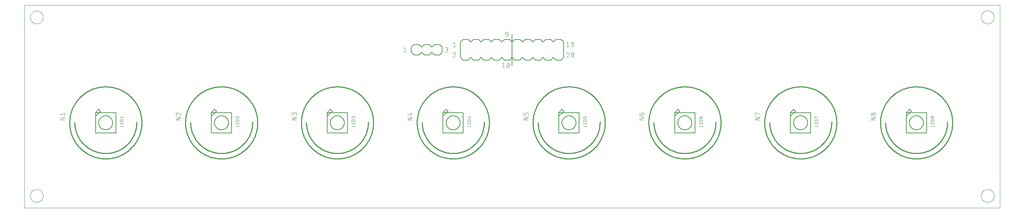
<source format=gto>
G75*
%MOIN*%
%OFA0B0*%
%FSLAX25Y25*%
%IPPOS*%
%LPD*%
%AMOC8*
5,1,8,0,0,1.08239X$1,22.5*
%
%ADD10C,0.00000*%
%ADD11C,0.01000*%
%ADD12C,0.00400*%
%ADD13C,0.00500*%
%ADD14C,0.00300*%
%ADD15C,0.00600*%
D10*
X0001000Y0001000D02*
X0001000Y0197850D01*
X0945882Y0197850D01*
X0945882Y0001000D01*
X0001000Y0001000D01*
X0006512Y0012811D02*
X0006514Y0012969D01*
X0006520Y0013127D01*
X0006530Y0013285D01*
X0006544Y0013443D01*
X0006562Y0013600D01*
X0006583Y0013757D01*
X0006609Y0013913D01*
X0006639Y0014069D01*
X0006672Y0014224D01*
X0006710Y0014377D01*
X0006751Y0014530D01*
X0006796Y0014682D01*
X0006845Y0014833D01*
X0006898Y0014982D01*
X0006954Y0015130D01*
X0007014Y0015276D01*
X0007078Y0015421D01*
X0007146Y0015564D01*
X0007217Y0015706D01*
X0007291Y0015846D01*
X0007369Y0015983D01*
X0007451Y0016119D01*
X0007535Y0016253D01*
X0007624Y0016384D01*
X0007715Y0016513D01*
X0007810Y0016640D01*
X0007907Y0016765D01*
X0008008Y0016887D01*
X0008112Y0017006D01*
X0008219Y0017123D01*
X0008329Y0017237D01*
X0008442Y0017348D01*
X0008557Y0017457D01*
X0008675Y0017562D01*
X0008796Y0017664D01*
X0008919Y0017764D01*
X0009045Y0017860D01*
X0009173Y0017953D01*
X0009303Y0018043D01*
X0009436Y0018129D01*
X0009571Y0018213D01*
X0009707Y0018292D01*
X0009846Y0018369D01*
X0009987Y0018441D01*
X0010129Y0018511D01*
X0010273Y0018576D01*
X0010419Y0018638D01*
X0010566Y0018696D01*
X0010715Y0018751D01*
X0010865Y0018802D01*
X0011016Y0018849D01*
X0011168Y0018892D01*
X0011321Y0018931D01*
X0011476Y0018967D01*
X0011631Y0018998D01*
X0011787Y0019026D01*
X0011943Y0019050D01*
X0012100Y0019070D01*
X0012258Y0019086D01*
X0012415Y0019098D01*
X0012574Y0019106D01*
X0012732Y0019110D01*
X0012890Y0019110D01*
X0013048Y0019106D01*
X0013207Y0019098D01*
X0013364Y0019086D01*
X0013522Y0019070D01*
X0013679Y0019050D01*
X0013835Y0019026D01*
X0013991Y0018998D01*
X0014146Y0018967D01*
X0014301Y0018931D01*
X0014454Y0018892D01*
X0014606Y0018849D01*
X0014757Y0018802D01*
X0014907Y0018751D01*
X0015056Y0018696D01*
X0015203Y0018638D01*
X0015349Y0018576D01*
X0015493Y0018511D01*
X0015635Y0018441D01*
X0015776Y0018369D01*
X0015915Y0018292D01*
X0016051Y0018213D01*
X0016186Y0018129D01*
X0016319Y0018043D01*
X0016449Y0017953D01*
X0016577Y0017860D01*
X0016703Y0017764D01*
X0016826Y0017664D01*
X0016947Y0017562D01*
X0017065Y0017457D01*
X0017180Y0017348D01*
X0017293Y0017237D01*
X0017403Y0017123D01*
X0017510Y0017006D01*
X0017614Y0016887D01*
X0017715Y0016765D01*
X0017812Y0016640D01*
X0017907Y0016513D01*
X0017998Y0016384D01*
X0018087Y0016253D01*
X0018171Y0016119D01*
X0018253Y0015983D01*
X0018331Y0015846D01*
X0018405Y0015706D01*
X0018476Y0015564D01*
X0018544Y0015421D01*
X0018608Y0015276D01*
X0018668Y0015130D01*
X0018724Y0014982D01*
X0018777Y0014833D01*
X0018826Y0014682D01*
X0018871Y0014530D01*
X0018912Y0014377D01*
X0018950Y0014224D01*
X0018983Y0014069D01*
X0019013Y0013913D01*
X0019039Y0013757D01*
X0019060Y0013600D01*
X0019078Y0013443D01*
X0019092Y0013285D01*
X0019102Y0013127D01*
X0019108Y0012969D01*
X0019110Y0012811D01*
X0019108Y0012653D01*
X0019102Y0012495D01*
X0019092Y0012337D01*
X0019078Y0012179D01*
X0019060Y0012022D01*
X0019039Y0011865D01*
X0019013Y0011709D01*
X0018983Y0011553D01*
X0018950Y0011398D01*
X0018912Y0011245D01*
X0018871Y0011092D01*
X0018826Y0010940D01*
X0018777Y0010789D01*
X0018724Y0010640D01*
X0018668Y0010492D01*
X0018608Y0010346D01*
X0018544Y0010201D01*
X0018476Y0010058D01*
X0018405Y0009916D01*
X0018331Y0009776D01*
X0018253Y0009639D01*
X0018171Y0009503D01*
X0018087Y0009369D01*
X0017998Y0009238D01*
X0017907Y0009109D01*
X0017812Y0008982D01*
X0017715Y0008857D01*
X0017614Y0008735D01*
X0017510Y0008616D01*
X0017403Y0008499D01*
X0017293Y0008385D01*
X0017180Y0008274D01*
X0017065Y0008165D01*
X0016947Y0008060D01*
X0016826Y0007958D01*
X0016703Y0007858D01*
X0016577Y0007762D01*
X0016449Y0007669D01*
X0016319Y0007579D01*
X0016186Y0007493D01*
X0016051Y0007409D01*
X0015915Y0007330D01*
X0015776Y0007253D01*
X0015635Y0007181D01*
X0015493Y0007111D01*
X0015349Y0007046D01*
X0015203Y0006984D01*
X0015056Y0006926D01*
X0014907Y0006871D01*
X0014757Y0006820D01*
X0014606Y0006773D01*
X0014454Y0006730D01*
X0014301Y0006691D01*
X0014146Y0006655D01*
X0013991Y0006624D01*
X0013835Y0006596D01*
X0013679Y0006572D01*
X0013522Y0006552D01*
X0013364Y0006536D01*
X0013207Y0006524D01*
X0013048Y0006516D01*
X0012890Y0006512D01*
X0012732Y0006512D01*
X0012574Y0006516D01*
X0012415Y0006524D01*
X0012258Y0006536D01*
X0012100Y0006552D01*
X0011943Y0006572D01*
X0011787Y0006596D01*
X0011631Y0006624D01*
X0011476Y0006655D01*
X0011321Y0006691D01*
X0011168Y0006730D01*
X0011016Y0006773D01*
X0010865Y0006820D01*
X0010715Y0006871D01*
X0010566Y0006926D01*
X0010419Y0006984D01*
X0010273Y0007046D01*
X0010129Y0007111D01*
X0009987Y0007181D01*
X0009846Y0007253D01*
X0009707Y0007330D01*
X0009571Y0007409D01*
X0009436Y0007493D01*
X0009303Y0007579D01*
X0009173Y0007669D01*
X0009045Y0007762D01*
X0008919Y0007858D01*
X0008796Y0007958D01*
X0008675Y0008060D01*
X0008557Y0008165D01*
X0008442Y0008274D01*
X0008329Y0008385D01*
X0008219Y0008499D01*
X0008112Y0008616D01*
X0008008Y0008735D01*
X0007907Y0008857D01*
X0007810Y0008982D01*
X0007715Y0009109D01*
X0007624Y0009238D01*
X0007535Y0009369D01*
X0007451Y0009503D01*
X0007369Y0009639D01*
X0007291Y0009776D01*
X0007217Y0009916D01*
X0007146Y0010058D01*
X0007078Y0010201D01*
X0007014Y0010346D01*
X0006954Y0010492D01*
X0006898Y0010640D01*
X0006845Y0010789D01*
X0006796Y0010940D01*
X0006751Y0011092D01*
X0006710Y0011245D01*
X0006672Y0011398D01*
X0006639Y0011553D01*
X0006609Y0011709D01*
X0006583Y0011865D01*
X0006562Y0012022D01*
X0006544Y0012179D01*
X0006530Y0012337D01*
X0006520Y0012495D01*
X0006514Y0012653D01*
X0006512Y0012811D01*
X0006512Y0186039D02*
X0006514Y0186197D01*
X0006520Y0186355D01*
X0006530Y0186513D01*
X0006544Y0186671D01*
X0006562Y0186828D01*
X0006583Y0186985D01*
X0006609Y0187141D01*
X0006639Y0187297D01*
X0006672Y0187452D01*
X0006710Y0187605D01*
X0006751Y0187758D01*
X0006796Y0187910D01*
X0006845Y0188061D01*
X0006898Y0188210D01*
X0006954Y0188358D01*
X0007014Y0188504D01*
X0007078Y0188649D01*
X0007146Y0188792D01*
X0007217Y0188934D01*
X0007291Y0189074D01*
X0007369Y0189211D01*
X0007451Y0189347D01*
X0007535Y0189481D01*
X0007624Y0189612D01*
X0007715Y0189741D01*
X0007810Y0189868D01*
X0007907Y0189993D01*
X0008008Y0190115D01*
X0008112Y0190234D01*
X0008219Y0190351D01*
X0008329Y0190465D01*
X0008442Y0190576D01*
X0008557Y0190685D01*
X0008675Y0190790D01*
X0008796Y0190892D01*
X0008919Y0190992D01*
X0009045Y0191088D01*
X0009173Y0191181D01*
X0009303Y0191271D01*
X0009436Y0191357D01*
X0009571Y0191441D01*
X0009707Y0191520D01*
X0009846Y0191597D01*
X0009987Y0191669D01*
X0010129Y0191739D01*
X0010273Y0191804D01*
X0010419Y0191866D01*
X0010566Y0191924D01*
X0010715Y0191979D01*
X0010865Y0192030D01*
X0011016Y0192077D01*
X0011168Y0192120D01*
X0011321Y0192159D01*
X0011476Y0192195D01*
X0011631Y0192226D01*
X0011787Y0192254D01*
X0011943Y0192278D01*
X0012100Y0192298D01*
X0012258Y0192314D01*
X0012415Y0192326D01*
X0012574Y0192334D01*
X0012732Y0192338D01*
X0012890Y0192338D01*
X0013048Y0192334D01*
X0013207Y0192326D01*
X0013364Y0192314D01*
X0013522Y0192298D01*
X0013679Y0192278D01*
X0013835Y0192254D01*
X0013991Y0192226D01*
X0014146Y0192195D01*
X0014301Y0192159D01*
X0014454Y0192120D01*
X0014606Y0192077D01*
X0014757Y0192030D01*
X0014907Y0191979D01*
X0015056Y0191924D01*
X0015203Y0191866D01*
X0015349Y0191804D01*
X0015493Y0191739D01*
X0015635Y0191669D01*
X0015776Y0191597D01*
X0015915Y0191520D01*
X0016051Y0191441D01*
X0016186Y0191357D01*
X0016319Y0191271D01*
X0016449Y0191181D01*
X0016577Y0191088D01*
X0016703Y0190992D01*
X0016826Y0190892D01*
X0016947Y0190790D01*
X0017065Y0190685D01*
X0017180Y0190576D01*
X0017293Y0190465D01*
X0017403Y0190351D01*
X0017510Y0190234D01*
X0017614Y0190115D01*
X0017715Y0189993D01*
X0017812Y0189868D01*
X0017907Y0189741D01*
X0017998Y0189612D01*
X0018087Y0189481D01*
X0018171Y0189347D01*
X0018253Y0189211D01*
X0018331Y0189074D01*
X0018405Y0188934D01*
X0018476Y0188792D01*
X0018544Y0188649D01*
X0018608Y0188504D01*
X0018668Y0188358D01*
X0018724Y0188210D01*
X0018777Y0188061D01*
X0018826Y0187910D01*
X0018871Y0187758D01*
X0018912Y0187605D01*
X0018950Y0187452D01*
X0018983Y0187297D01*
X0019013Y0187141D01*
X0019039Y0186985D01*
X0019060Y0186828D01*
X0019078Y0186671D01*
X0019092Y0186513D01*
X0019102Y0186355D01*
X0019108Y0186197D01*
X0019110Y0186039D01*
X0019108Y0185881D01*
X0019102Y0185723D01*
X0019092Y0185565D01*
X0019078Y0185407D01*
X0019060Y0185250D01*
X0019039Y0185093D01*
X0019013Y0184937D01*
X0018983Y0184781D01*
X0018950Y0184626D01*
X0018912Y0184473D01*
X0018871Y0184320D01*
X0018826Y0184168D01*
X0018777Y0184017D01*
X0018724Y0183868D01*
X0018668Y0183720D01*
X0018608Y0183574D01*
X0018544Y0183429D01*
X0018476Y0183286D01*
X0018405Y0183144D01*
X0018331Y0183004D01*
X0018253Y0182867D01*
X0018171Y0182731D01*
X0018087Y0182597D01*
X0017998Y0182466D01*
X0017907Y0182337D01*
X0017812Y0182210D01*
X0017715Y0182085D01*
X0017614Y0181963D01*
X0017510Y0181844D01*
X0017403Y0181727D01*
X0017293Y0181613D01*
X0017180Y0181502D01*
X0017065Y0181393D01*
X0016947Y0181288D01*
X0016826Y0181186D01*
X0016703Y0181086D01*
X0016577Y0180990D01*
X0016449Y0180897D01*
X0016319Y0180807D01*
X0016186Y0180721D01*
X0016051Y0180637D01*
X0015915Y0180558D01*
X0015776Y0180481D01*
X0015635Y0180409D01*
X0015493Y0180339D01*
X0015349Y0180274D01*
X0015203Y0180212D01*
X0015056Y0180154D01*
X0014907Y0180099D01*
X0014757Y0180048D01*
X0014606Y0180001D01*
X0014454Y0179958D01*
X0014301Y0179919D01*
X0014146Y0179883D01*
X0013991Y0179852D01*
X0013835Y0179824D01*
X0013679Y0179800D01*
X0013522Y0179780D01*
X0013364Y0179764D01*
X0013207Y0179752D01*
X0013048Y0179744D01*
X0012890Y0179740D01*
X0012732Y0179740D01*
X0012574Y0179744D01*
X0012415Y0179752D01*
X0012258Y0179764D01*
X0012100Y0179780D01*
X0011943Y0179800D01*
X0011787Y0179824D01*
X0011631Y0179852D01*
X0011476Y0179883D01*
X0011321Y0179919D01*
X0011168Y0179958D01*
X0011016Y0180001D01*
X0010865Y0180048D01*
X0010715Y0180099D01*
X0010566Y0180154D01*
X0010419Y0180212D01*
X0010273Y0180274D01*
X0010129Y0180339D01*
X0009987Y0180409D01*
X0009846Y0180481D01*
X0009707Y0180558D01*
X0009571Y0180637D01*
X0009436Y0180721D01*
X0009303Y0180807D01*
X0009173Y0180897D01*
X0009045Y0180990D01*
X0008919Y0181086D01*
X0008796Y0181186D01*
X0008675Y0181288D01*
X0008557Y0181393D01*
X0008442Y0181502D01*
X0008329Y0181613D01*
X0008219Y0181727D01*
X0008112Y0181844D01*
X0008008Y0181963D01*
X0007907Y0182085D01*
X0007810Y0182210D01*
X0007715Y0182337D01*
X0007624Y0182466D01*
X0007535Y0182597D01*
X0007451Y0182731D01*
X0007369Y0182867D01*
X0007291Y0183004D01*
X0007217Y0183144D01*
X0007146Y0183286D01*
X0007078Y0183429D01*
X0007014Y0183574D01*
X0006954Y0183720D01*
X0006898Y0183868D01*
X0006845Y0184017D01*
X0006796Y0184168D01*
X0006751Y0184320D01*
X0006710Y0184473D01*
X0006672Y0184626D01*
X0006639Y0184781D01*
X0006609Y0184937D01*
X0006583Y0185093D01*
X0006562Y0185250D01*
X0006544Y0185407D01*
X0006530Y0185565D01*
X0006520Y0185723D01*
X0006514Y0185881D01*
X0006512Y0186039D01*
X0927772Y0186039D02*
X0927774Y0186197D01*
X0927780Y0186355D01*
X0927790Y0186513D01*
X0927804Y0186671D01*
X0927822Y0186828D01*
X0927843Y0186985D01*
X0927869Y0187141D01*
X0927899Y0187297D01*
X0927932Y0187452D01*
X0927970Y0187605D01*
X0928011Y0187758D01*
X0928056Y0187910D01*
X0928105Y0188061D01*
X0928158Y0188210D01*
X0928214Y0188358D01*
X0928274Y0188504D01*
X0928338Y0188649D01*
X0928406Y0188792D01*
X0928477Y0188934D01*
X0928551Y0189074D01*
X0928629Y0189211D01*
X0928711Y0189347D01*
X0928795Y0189481D01*
X0928884Y0189612D01*
X0928975Y0189741D01*
X0929070Y0189868D01*
X0929167Y0189993D01*
X0929268Y0190115D01*
X0929372Y0190234D01*
X0929479Y0190351D01*
X0929589Y0190465D01*
X0929702Y0190576D01*
X0929817Y0190685D01*
X0929935Y0190790D01*
X0930056Y0190892D01*
X0930179Y0190992D01*
X0930305Y0191088D01*
X0930433Y0191181D01*
X0930563Y0191271D01*
X0930696Y0191357D01*
X0930831Y0191441D01*
X0930967Y0191520D01*
X0931106Y0191597D01*
X0931247Y0191669D01*
X0931389Y0191739D01*
X0931533Y0191804D01*
X0931679Y0191866D01*
X0931826Y0191924D01*
X0931975Y0191979D01*
X0932125Y0192030D01*
X0932276Y0192077D01*
X0932428Y0192120D01*
X0932581Y0192159D01*
X0932736Y0192195D01*
X0932891Y0192226D01*
X0933047Y0192254D01*
X0933203Y0192278D01*
X0933360Y0192298D01*
X0933518Y0192314D01*
X0933675Y0192326D01*
X0933834Y0192334D01*
X0933992Y0192338D01*
X0934150Y0192338D01*
X0934308Y0192334D01*
X0934467Y0192326D01*
X0934624Y0192314D01*
X0934782Y0192298D01*
X0934939Y0192278D01*
X0935095Y0192254D01*
X0935251Y0192226D01*
X0935406Y0192195D01*
X0935561Y0192159D01*
X0935714Y0192120D01*
X0935866Y0192077D01*
X0936017Y0192030D01*
X0936167Y0191979D01*
X0936316Y0191924D01*
X0936463Y0191866D01*
X0936609Y0191804D01*
X0936753Y0191739D01*
X0936895Y0191669D01*
X0937036Y0191597D01*
X0937175Y0191520D01*
X0937311Y0191441D01*
X0937446Y0191357D01*
X0937579Y0191271D01*
X0937709Y0191181D01*
X0937837Y0191088D01*
X0937963Y0190992D01*
X0938086Y0190892D01*
X0938207Y0190790D01*
X0938325Y0190685D01*
X0938440Y0190576D01*
X0938553Y0190465D01*
X0938663Y0190351D01*
X0938770Y0190234D01*
X0938874Y0190115D01*
X0938975Y0189993D01*
X0939072Y0189868D01*
X0939167Y0189741D01*
X0939258Y0189612D01*
X0939347Y0189481D01*
X0939431Y0189347D01*
X0939513Y0189211D01*
X0939591Y0189074D01*
X0939665Y0188934D01*
X0939736Y0188792D01*
X0939804Y0188649D01*
X0939868Y0188504D01*
X0939928Y0188358D01*
X0939984Y0188210D01*
X0940037Y0188061D01*
X0940086Y0187910D01*
X0940131Y0187758D01*
X0940172Y0187605D01*
X0940210Y0187452D01*
X0940243Y0187297D01*
X0940273Y0187141D01*
X0940299Y0186985D01*
X0940320Y0186828D01*
X0940338Y0186671D01*
X0940352Y0186513D01*
X0940362Y0186355D01*
X0940368Y0186197D01*
X0940370Y0186039D01*
X0940368Y0185881D01*
X0940362Y0185723D01*
X0940352Y0185565D01*
X0940338Y0185407D01*
X0940320Y0185250D01*
X0940299Y0185093D01*
X0940273Y0184937D01*
X0940243Y0184781D01*
X0940210Y0184626D01*
X0940172Y0184473D01*
X0940131Y0184320D01*
X0940086Y0184168D01*
X0940037Y0184017D01*
X0939984Y0183868D01*
X0939928Y0183720D01*
X0939868Y0183574D01*
X0939804Y0183429D01*
X0939736Y0183286D01*
X0939665Y0183144D01*
X0939591Y0183004D01*
X0939513Y0182867D01*
X0939431Y0182731D01*
X0939347Y0182597D01*
X0939258Y0182466D01*
X0939167Y0182337D01*
X0939072Y0182210D01*
X0938975Y0182085D01*
X0938874Y0181963D01*
X0938770Y0181844D01*
X0938663Y0181727D01*
X0938553Y0181613D01*
X0938440Y0181502D01*
X0938325Y0181393D01*
X0938207Y0181288D01*
X0938086Y0181186D01*
X0937963Y0181086D01*
X0937837Y0180990D01*
X0937709Y0180897D01*
X0937579Y0180807D01*
X0937446Y0180721D01*
X0937311Y0180637D01*
X0937175Y0180558D01*
X0937036Y0180481D01*
X0936895Y0180409D01*
X0936753Y0180339D01*
X0936609Y0180274D01*
X0936463Y0180212D01*
X0936316Y0180154D01*
X0936167Y0180099D01*
X0936017Y0180048D01*
X0935866Y0180001D01*
X0935714Y0179958D01*
X0935561Y0179919D01*
X0935406Y0179883D01*
X0935251Y0179852D01*
X0935095Y0179824D01*
X0934939Y0179800D01*
X0934782Y0179780D01*
X0934624Y0179764D01*
X0934467Y0179752D01*
X0934308Y0179744D01*
X0934150Y0179740D01*
X0933992Y0179740D01*
X0933834Y0179744D01*
X0933675Y0179752D01*
X0933518Y0179764D01*
X0933360Y0179780D01*
X0933203Y0179800D01*
X0933047Y0179824D01*
X0932891Y0179852D01*
X0932736Y0179883D01*
X0932581Y0179919D01*
X0932428Y0179958D01*
X0932276Y0180001D01*
X0932125Y0180048D01*
X0931975Y0180099D01*
X0931826Y0180154D01*
X0931679Y0180212D01*
X0931533Y0180274D01*
X0931389Y0180339D01*
X0931247Y0180409D01*
X0931106Y0180481D01*
X0930967Y0180558D01*
X0930831Y0180637D01*
X0930696Y0180721D01*
X0930563Y0180807D01*
X0930433Y0180897D01*
X0930305Y0180990D01*
X0930179Y0181086D01*
X0930056Y0181186D01*
X0929935Y0181288D01*
X0929817Y0181393D01*
X0929702Y0181502D01*
X0929589Y0181613D01*
X0929479Y0181727D01*
X0929372Y0181844D01*
X0929268Y0181963D01*
X0929167Y0182085D01*
X0929070Y0182210D01*
X0928975Y0182337D01*
X0928884Y0182466D01*
X0928795Y0182597D01*
X0928711Y0182731D01*
X0928629Y0182867D01*
X0928551Y0183004D01*
X0928477Y0183144D01*
X0928406Y0183286D01*
X0928338Y0183429D01*
X0928274Y0183574D01*
X0928214Y0183720D01*
X0928158Y0183868D01*
X0928105Y0184017D01*
X0928056Y0184168D01*
X0928011Y0184320D01*
X0927970Y0184473D01*
X0927932Y0184626D01*
X0927899Y0184781D01*
X0927869Y0184937D01*
X0927843Y0185093D01*
X0927822Y0185250D01*
X0927804Y0185407D01*
X0927790Y0185565D01*
X0927780Y0185723D01*
X0927774Y0185881D01*
X0927772Y0186039D01*
X0927772Y0012811D02*
X0927774Y0012969D01*
X0927780Y0013127D01*
X0927790Y0013285D01*
X0927804Y0013443D01*
X0927822Y0013600D01*
X0927843Y0013757D01*
X0927869Y0013913D01*
X0927899Y0014069D01*
X0927932Y0014224D01*
X0927970Y0014377D01*
X0928011Y0014530D01*
X0928056Y0014682D01*
X0928105Y0014833D01*
X0928158Y0014982D01*
X0928214Y0015130D01*
X0928274Y0015276D01*
X0928338Y0015421D01*
X0928406Y0015564D01*
X0928477Y0015706D01*
X0928551Y0015846D01*
X0928629Y0015983D01*
X0928711Y0016119D01*
X0928795Y0016253D01*
X0928884Y0016384D01*
X0928975Y0016513D01*
X0929070Y0016640D01*
X0929167Y0016765D01*
X0929268Y0016887D01*
X0929372Y0017006D01*
X0929479Y0017123D01*
X0929589Y0017237D01*
X0929702Y0017348D01*
X0929817Y0017457D01*
X0929935Y0017562D01*
X0930056Y0017664D01*
X0930179Y0017764D01*
X0930305Y0017860D01*
X0930433Y0017953D01*
X0930563Y0018043D01*
X0930696Y0018129D01*
X0930831Y0018213D01*
X0930967Y0018292D01*
X0931106Y0018369D01*
X0931247Y0018441D01*
X0931389Y0018511D01*
X0931533Y0018576D01*
X0931679Y0018638D01*
X0931826Y0018696D01*
X0931975Y0018751D01*
X0932125Y0018802D01*
X0932276Y0018849D01*
X0932428Y0018892D01*
X0932581Y0018931D01*
X0932736Y0018967D01*
X0932891Y0018998D01*
X0933047Y0019026D01*
X0933203Y0019050D01*
X0933360Y0019070D01*
X0933518Y0019086D01*
X0933675Y0019098D01*
X0933834Y0019106D01*
X0933992Y0019110D01*
X0934150Y0019110D01*
X0934308Y0019106D01*
X0934467Y0019098D01*
X0934624Y0019086D01*
X0934782Y0019070D01*
X0934939Y0019050D01*
X0935095Y0019026D01*
X0935251Y0018998D01*
X0935406Y0018967D01*
X0935561Y0018931D01*
X0935714Y0018892D01*
X0935866Y0018849D01*
X0936017Y0018802D01*
X0936167Y0018751D01*
X0936316Y0018696D01*
X0936463Y0018638D01*
X0936609Y0018576D01*
X0936753Y0018511D01*
X0936895Y0018441D01*
X0937036Y0018369D01*
X0937175Y0018292D01*
X0937311Y0018213D01*
X0937446Y0018129D01*
X0937579Y0018043D01*
X0937709Y0017953D01*
X0937837Y0017860D01*
X0937963Y0017764D01*
X0938086Y0017664D01*
X0938207Y0017562D01*
X0938325Y0017457D01*
X0938440Y0017348D01*
X0938553Y0017237D01*
X0938663Y0017123D01*
X0938770Y0017006D01*
X0938874Y0016887D01*
X0938975Y0016765D01*
X0939072Y0016640D01*
X0939167Y0016513D01*
X0939258Y0016384D01*
X0939347Y0016253D01*
X0939431Y0016119D01*
X0939513Y0015983D01*
X0939591Y0015846D01*
X0939665Y0015706D01*
X0939736Y0015564D01*
X0939804Y0015421D01*
X0939868Y0015276D01*
X0939928Y0015130D01*
X0939984Y0014982D01*
X0940037Y0014833D01*
X0940086Y0014682D01*
X0940131Y0014530D01*
X0940172Y0014377D01*
X0940210Y0014224D01*
X0940243Y0014069D01*
X0940273Y0013913D01*
X0940299Y0013757D01*
X0940320Y0013600D01*
X0940338Y0013443D01*
X0940352Y0013285D01*
X0940362Y0013127D01*
X0940368Y0012969D01*
X0940370Y0012811D01*
X0940368Y0012653D01*
X0940362Y0012495D01*
X0940352Y0012337D01*
X0940338Y0012179D01*
X0940320Y0012022D01*
X0940299Y0011865D01*
X0940273Y0011709D01*
X0940243Y0011553D01*
X0940210Y0011398D01*
X0940172Y0011245D01*
X0940131Y0011092D01*
X0940086Y0010940D01*
X0940037Y0010789D01*
X0939984Y0010640D01*
X0939928Y0010492D01*
X0939868Y0010346D01*
X0939804Y0010201D01*
X0939736Y0010058D01*
X0939665Y0009916D01*
X0939591Y0009776D01*
X0939513Y0009639D01*
X0939431Y0009503D01*
X0939347Y0009369D01*
X0939258Y0009238D01*
X0939167Y0009109D01*
X0939072Y0008982D01*
X0938975Y0008857D01*
X0938874Y0008735D01*
X0938770Y0008616D01*
X0938663Y0008499D01*
X0938553Y0008385D01*
X0938440Y0008274D01*
X0938325Y0008165D01*
X0938207Y0008060D01*
X0938086Y0007958D01*
X0937963Y0007858D01*
X0937837Y0007762D01*
X0937709Y0007669D01*
X0937579Y0007579D01*
X0937446Y0007493D01*
X0937311Y0007409D01*
X0937175Y0007330D01*
X0937036Y0007253D01*
X0936895Y0007181D01*
X0936753Y0007111D01*
X0936609Y0007046D01*
X0936463Y0006984D01*
X0936316Y0006926D01*
X0936167Y0006871D01*
X0936017Y0006820D01*
X0935866Y0006773D01*
X0935714Y0006730D01*
X0935561Y0006691D01*
X0935406Y0006655D01*
X0935251Y0006624D01*
X0935095Y0006596D01*
X0934939Y0006572D01*
X0934782Y0006552D01*
X0934624Y0006536D01*
X0934467Y0006524D01*
X0934308Y0006516D01*
X0934150Y0006512D01*
X0933992Y0006512D01*
X0933834Y0006516D01*
X0933675Y0006524D01*
X0933518Y0006536D01*
X0933360Y0006552D01*
X0933203Y0006572D01*
X0933047Y0006596D01*
X0932891Y0006624D01*
X0932736Y0006655D01*
X0932581Y0006691D01*
X0932428Y0006730D01*
X0932276Y0006773D01*
X0932125Y0006820D01*
X0931975Y0006871D01*
X0931826Y0006926D01*
X0931679Y0006984D01*
X0931533Y0007046D01*
X0931389Y0007111D01*
X0931247Y0007181D01*
X0931106Y0007253D01*
X0930967Y0007330D01*
X0930831Y0007409D01*
X0930696Y0007493D01*
X0930563Y0007579D01*
X0930433Y0007669D01*
X0930305Y0007762D01*
X0930179Y0007858D01*
X0930056Y0007958D01*
X0929935Y0008060D01*
X0929817Y0008165D01*
X0929702Y0008274D01*
X0929589Y0008385D01*
X0929479Y0008499D01*
X0929372Y0008616D01*
X0929268Y0008735D01*
X0929167Y0008857D01*
X0929070Y0008982D01*
X0928975Y0009109D01*
X0928884Y0009238D01*
X0928795Y0009369D01*
X0928711Y0009503D01*
X0928629Y0009639D01*
X0928551Y0009776D01*
X0928477Y0009916D01*
X0928406Y0010058D01*
X0928338Y0010201D01*
X0928274Y0010346D01*
X0928214Y0010492D01*
X0928158Y0010640D01*
X0928105Y0010789D01*
X0928056Y0010940D01*
X0928011Y0011092D01*
X0927970Y0011245D01*
X0927932Y0011398D01*
X0927899Y0011553D01*
X0927869Y0011709D01*
X0927843Y0011865D01*
X0927822Y0012022D01*
X0927804Y0012179D01*
X0927790Y0012337D01*
X0927780Y0012495D01*
X0927774Y0012653D01*
X0927772Y0012811D01*
D11*
X0830234Y0083677D02*
X0830245Y0084534D01*
X0830276Y0085391D01*
X0830329Y0086247D01*
X0830402Y0087102D01*
X0830497Y0087954D01*
X0830612Y0088804D01*
X0830748Y0089650D01*
X0830905Y0090493D01*
X0831083Y0091332D01*
X0831281Y0092166D01*
X0831500Y0092996D01*
X0831738Y0093819D01*
X0831997Y0094637D01*
X0832276Y0095448D01*
X0832575Y0096251D01*
X0832894Y0097048D01*
X0833231Y0097836D01*
X0833589Y0098615D01*
X0833965Y0099386D01*
X0834360Y0100147D01*
X0834773Y0100898D01*
X0835205Y0101639D01*
X0835655Y0102369D01*
X0836122Y0103088D01*
X0836607Y0103795D01*
X0837110Y0104490D01*
X0837629Y0105173D01*
X0838165Y0105842D01*
X0838717Y0106498D01*
X0839285Y0107141D01*
X0839869Y0107769D01*
X0840467Y0108383D01*
X0841081Y0108981D01*
X0841709Y0109565D01*
X0842352Y0110133D01*
X0843008Y0110685D01*
X0843677Y0111221D01*
X0844360Y0111740D01*
X0845055Y0112243D01*
X0845762Y0112728D01*
X0846481Y0113195D01*
X0847211Y0113645D01*
X0847952Y0114077D01*
X0848703Y0114490D01*
X0849464Y0114885D01*
X0850235Y0115261D01*
X0851014Y0115619D01*
X0851802Y0115956D01*
X0852599Y0116275D01*
X0853402Y0116574D01*
X0854213Y0116853D01*
X0855031Y0117112D01*
X0855854Y0117350D01*
X0856684Y0117569D01*
X0857518Y0117767D01*
X0858357Y0117945D01*
X0859200Y0118102D01*
X0860046Y0118238D01*
X0860896Y0118353D01*
X0861748Y0118448D01*
X0862603Y0118521D01*
X0863459Y0118574D01*
X0864316Y0118605D01*
X0865173Y0118616D01*
X0866030Y0118605D01*
X0866887Y0118574D01*
X0867743Y0118521D01*
X0868598Y0118448D01*
X0869450Y0118353D01*
X0870300Y0118238D01*
X0871146Y0118102D01*
X0871989Y0117945D01*
X0872828Y0117767D01*
X0873662Y0117569D01*
X0874492Y0117350D01*
X0875315Y0117112D01*
X0876133Y0116853D01*
X0876944Y0116574D01*
X0877747Y0116275D01*
X0878544Y0115956D01*
X0879332Y0115619D01*
X0880111Y0115261D01*
X0880882Y0114885D01*
X0881643Y0114490D01*
X0882394Y0114077D01*
X0883135Y0113645D01*
X0883865Y0113195D01*
X0884584Y0112728D01*
X0885291Y0112243D01*
X0885986Y0111740D01*
X0886669Y0111221D01*
X0887338Y0110685D01*
X0887994Y0110133D01*
X0888637Y0109565D01*
X0889265Y0108981D01*
X0889879Y0108383D01*
X0890477Y0107769D01*
X0891061Y0107141D01*
X0891629Y0106498D01*
X0892181Y0105842D01*
X0892717Y0105173D01*
X0893236Y0104490D01*
X0893739Y0103795D01*
X0894224Y0103088D01*
X0894691Y0102369D01*
X0895141Y0101639D01*
X0895573Y0100898D01*
X0895986Y0100147D01*
X0896381Y0099386D01*
X0896757Y0098615D01*
X0897115Y0097836D01*
X0897452Y0097048D01*
X0897771Y0096251D01*
X0898070Y0095448D01*
X0898349Y0094637D01*
X0898608Y0093819D01*
X0898846Y0092996D01*
X0899065Y0092166D01*
X0899263Y0091332D01*
X0899441Y0090493D01*
X0899598Y0089650D01*
X0899734Y0088804D01*
X0899849Y0087954D01*
X0899944Y0087102D01*
X0900017Y0086247D01*
X0900070Y0085391D01*
X0900101Y0084534D01*
X0900112Y0083677D01*
X0900101Y0082820D01*
X0900070Y0081963D01*
X0900017Y0081107D01*
X0899944Y0080252D01*
X0899849Y0079400D01*
X0899734Y0078550D01*
X0899598Y0077704D01*
X0899441Y0076861D01*
X0899263Y0076022D01*
X0899065Y0075188D01*
X0898846Y0074358D01*
X0898608Y0073535D01*
X0898349Y0072717D01*
X0898070Y0071906D01*
X0897771Y0071103D01*
X0897452Y0070306D01*
X0897115Y0069518D01*
X0896757Y0068739D01*
X0896381Y0067968D01*
X0895986Y0067207D01*
X0895573Y0066456D01*
X0895141Y0065715D01*
X0894691Y0064985D01*
X0894224Y0064266D01*
X0893739Y0063559D01*
X0893236Y0062864D01*
X0892717Y0062181D01*
X0892181Y0061512D01*
X0891629Y0060856D01*
X0891061Y0060213D01*
X0890477Y0059585D01*
X0889879Y0058971D01*
X0889265Y0058373D01*
X0888637Y0057789D01*
X0887994Y0057221D01*
X0887338Y0056669D01*
X0886669Y0056133D01*
X0885986Y0055614D01*
X0885291Y0055111D01*
X0884584Y0054626D01*
X0883865Y0054159D01*
X0883135Y0053709D01*
X0882394Y0053277D01*
X0881643Y0052864D01*
X0880882Y0052469D01*
X0880111Y0052093D01*
X0879332Y0051735D01*
X0878544Y0051398D01*
X0877747Y0051079D01*
X0876944Y0050780D01*
X0876133Y0050501D01*
X0875315Y0050242D01*
X0874492Y0050004D01*
X0873662Y0049785D01*
X0872828Y0049587D01*
X0871989Y0049409D01*
X0871146Y0049252D01*
X0870300Y0049116D01*
X0869450Y0049001D01*
X0868598Y0048906D01*
X0867743Y0048833D01*
X0866887Y0048780D01*
X0866030Y0048749D01*
X0865173Y0048738D01*
X0864316Y0048749D01*
X0863459Y0048780D01*
X0862603Y0048833D01*
X0861748Y0048906D01*
X0860896Y0049001D01*
X0860046Y0049116D01*
X0859200Y0049252D01*
X0858357Y0049409D01*
X0857518Y0049587D01*
X0856684Y0049785D01*
X0855854Y0050004D01*
X0855031Y0050242D01*
X0854213Y0050501D01*
X0853402Y0050780D01*
X0852599Y0051079D01*
X0851802Y0051398D01*
X0851014Y0051735D01*
X0850235Y0052093D01*
X0849464Y0052469D01*
X0848703Y0052864D01*
X0847952Y0053277D01*
X0847211Y0053709D01*
X0846481Y0054159D01*
X0845762Y0054626D01*
X0845055Y0055111D01*
X0844360Y0055614D01*
X0843677Y0056133D01*
X0843008Y0056669D01*
X0842352Y0057221D01*
X0841709Y0057789D01*
X0841081Y0058373D01*
X0840467Y0058971D01*
X0839869Y0059585D01*
X0839285Y0060213D01*
X0838717Y0060856D01*
X0838165Y0061512D01*
X0837629Y0062181D01*
X0837110Y0062864D01*
X0836607Y0063559D01*
X0836122Y0064266D01*
X0835655Y0064985D01*
X0835205Y0065715D01*
X0834773Y0066456D01*
X0834360Y0067207D01*
X0833965Y0067968D01*
X0833589Y0068739D01*
X0833231Y0069518D01*
X0832894Y0070306D01*
X0832575Y0071103D01*
X0832276Y0071906D01*
X0831997Y0072717D01*
X0831738Y0073535D01*
X0831500Y0074358D01*
X0831281Y0075188D01*
X0831083Y0076022D01*
X0830905Y0076861D01*
X0830748Y0077704D01*
X0830612Y0078550D01*
X0830497Y0079400D01*
X0830402Y0080252D01*
X0830329Y0081107D01*
X0830276Y0081963D01*
X0830245Y0082820D01*
X0830234Y0083677D01*
X0835173Y0083677D02*
X0835189Y0082947D01*
X0835223Y0082217D01*
X0835275Y0081488D01*
X0835345Y0080761D01*
X0835433Y0080036D01*
X0835538Y0079313D01*
X0835661Y0078592D01*
X0835801Y0077875D01*
X0835958Y0077162D01*
X0836133Y0076453D01*
X0836325Y0075748D01*
X0836535Y0075048D01*
X0836761Y0074353D01*
X0837004Y0073664D01*
X0837264Y0072981D01*
X0837540Y0072305D01*
X0837833Y0071635D01*
X0838142Y0070973D01*
X0838467Y0070319D01*
X0838808Y0069672D01*
X0839164Y0069035D01*
X0839536Y0068406D01*
X0839923Y0067786D01*
X0840325Y0067176D01*
X0840742Y0066576D01*
X0841173Y0065986D01*
X0841619Y0065407D01*
X0842078Y0064839D01*
X0842552Y0064282D01*
X0843038Y0063737D01*
X0843538Y0063204D01*
X0844050Y0062684D01*
X0844576Y0062176D01*
X0845113Y0061681D01*
X0845662Y0061199D01*
X0846223Y0060730D01*
X0846795Y0060276D01*
X0847378Y0059835D01*
X0847971Y0059409D01*
X0848575Y0058998D01*
X0849188Y0058601D01*
X0849811Y0058219D01*
X0850444Y0057853D01*
X0851084Y0057502D01*
X0851734Y0057166D01*
X0852391Y0056847D01*
X0853055Y0056544D01*
X0853727Y0056257D01*
X0854406Y0055987D01*
X0855091Y0055733D01*
X0855782Y0055496D01*
X0856479Y0055275D01*
X0857181Y0055072D01*
X0857887Y0054886D01*
X0858598Y0054717D01*
X0859313Y0054566D01*
X0860031Y0054432D01*
X0860753Y0054315D01*
X0861476Y0054217D01*
X0862203Y0054135D01*
X0862930Y0054072D01*
X0863660Y0054026D01*
X0864390Y0053998D01*
X0865120Y0053988D01*
X0865851Y0053996D01*
X0866581Y0054021D01*
X0867310Y0054064D01*
X0868039Y0054125D01*
X0868765Y0054204D01*
X0869489Y0054300D01*
X0870211Y0054414D01*
X0870930Y0054545D01*
X0871645Y0054694D01*
X0872356Y0054861D01*
X0873064Y0055044D01*
X0873766Y0055245D01*
X0874463Y0055463D01*
X0875155Y0055697D01*
X0875841Y0055949D01*
X0876521Y0056217D01*
X0877194Y0056502D01*
X0877860Y0056802D01*
X0878518Y0057119D01*
X0879168Y0057452D01*
X0879811Y0057801D01*
X0880444Y0058165D01*
X0881068Y0058545D01*
X0881683Y0058939D01*
X0882288Y0059349D01*
X0882883Y0059773D01*
X0883468Y0060211D01*
X0884041Y0060664D01*
X0884604Y0061130D01*
X0885155Y0061610D01*
X0885694Y0062103D01*
X0886221Y0062610D01*
X0886735Y0063128D01*
X0887237Y0063660D01*
X0887725Y0064203D01*
X0888200Y0064758D01*
X0888662Y0065324D01*
X0889109Y0065902D01*
X0889543Y0066490D01*
X0889962Y0067089D01*
X0890366Y0067697D01*
X0890755Y0068316D01*
X0891129Y0068943D01*
X0891488Y0069580D01*
X0891831Y0070225D01*
X0892158Y0070878D01*
X0892469Y0071539D01*
X0892765Y0072208D01*
X0893043Y0072883D01*
X0893306Y0073565D01*
X0893551Y0074253D01*
X0893780Y0074947D01*
X0893991Y0075646D01*
X0894186Y0076350D01*
X0894363Y0077059D01*
X0894524Y0077772D01*
X0894666Y0078489D01*
X0894792Y0079209D01*
X0894899Y0079931D01*
X0894989Y0080656D01*
X0895062Y0081383D01*
X0895116Y0082112D01*
X0895153Y0082842D01*
X0895172Y0083572D01*
X0895173Y0084303D01*
X0782968Y0084303D02*
X0782967Y0083572D01*
X0782948Y0082842D01*
X0782911Y0082112D01*
X0782857Y0081383D01*
X0782784Y0080656D01*
X0782694Y0079931D01*
X0782587Y0079209D01*
X0782461Y0078489D01*
X0782319Y0077772D01*
X0782158Y0077059D01*
X0781981Y0076350D01*
X0781786Y0075646D01*
X0781575Y0074947D01*
X0781346Y0074253D01*
X0781101Y0073565D01*
X0780838Y0072883D01*
X0780560Y0072208D01*
X0780264Y0071539D01*
X0779953Y0070878D01*
X0779626Y0070225D01*
X0779283Y0069580D01*
X0778924Y0068943D01*
X0778550Y0068316D01*
X0778161Y0067697D01*
X0777757Y0067089D01*
X0777338Y0066490D01*
X0776904Y0065902D01*
X0776457Y0065324D01*
X0775995Y0064758D01*
X0775520Y0064203D01*
X0775032Y0063660D01*
X0774530Y0063128D01*
X0774016Y0062610D01*
X0773489Y0062103D01*
X0772950Y0061610D01*
X0772399Y0061130D01*
X0771836Y0060664D01*
X0771263Y0060211D01*
X0770678Y0059773D01*
X0770083Y0059349D01*
X0769478Y0058939D01*
X0768863Y0058545D01*
X0768239Y0058165D01*
X0767606Y0057801D01*
X0766963Y0057452D01*
X0766313Y0057119D01*
X0765655Y0056802D01*
X0764989Y0056502D01*
X0764316Y0056217D01*
X0763636Y0055949D01*
X0762950Y0055697D01*
X0762258Y0055463D01*
X0761561Y0055245D01*
X0760859Y0055044D01*
X0760151Y0054861D01*
X0759440Y0054694D01*
X0758725Y0054545D01*
X0758006Y0054414D01*
X0757284Y0054300D01*
X0756560Y0054204D01*
X0755834Y0054125D01*
X0755105Y0054064D01*
X0754376Y0054021D01*
X0753646Y0053996D01*
X0752915Y0053988D01*
X0752185Y0053998D01*
X0751455Y0054026D01*
X0750725Y0054072D01*
X0749998Y0054135D01*
X0749271Y0054217D01*
X0748548Y0054315D01*
X0747826Y0054432D01*
X0747108Y0054566D01*
X0746393Y0054717D01*
X0745682Y0054886D01*
X0744976Y0055072D01*
X0744274Y0055275D01*
X0743577Y0055496D01*
X0742886Y0055733D01*
X0742201Y0055987D01*
X0741522Y0056257D01*
X0740850Y0056544D01*
X0740186Y0056847D01*
X0739529Y0057166D01*
X0738879Y0057502D01*
X0738239Y0057853D01*
X0737606Y0058219D01*
X0736983Y0058601D01*
X0736370Y0058998D01*
X0735766Y0059409D01*
X0735173Y0059835D01*
X0734590Y0060276D01*
X0734018Y0060730D01*
X0733457Y0061199D01*
X0732908Y0061681D01*
X0732371Y0062176D01*
X0731845Y0062684D01*
X0731333Y0063204D01*
X0730833Y0063737D01*
X0730347Y0064282D01*
X0729873Y0064839D01*
X0729414Y0065407D01*
X0728968Y0065986D01*
X0728537Y0066576D01*
X0728120Y0067176D01*
X0727718Y0067786D01*
X0727331Y0068406D01*
X0726959Y0069035D01*
X0726603Y0069672D01*
X0726262Y0070319D01*
X0725937Y0070973D01*
X0725628Y0071635D01*
X0725335Y0072305D01*
X0725059Y0072981D01*
X0724799Y0073664D01*
X0724556Y0074353D01*
X0724330Y0075048D01*
X0724120Y0075748D01*
X0723928Y0076453D01*
X0723753Y0077162D01*
X0723596Y0077875D01*
X0723456Y0078592D01*
X0723333Y0079313D01*
X0723228Y0080036D01*
X0723140Y0080761D01*
X0723070Y0081488D01*
X0723018Y0082217D01*
X0722984Y0082947D01*
X0722968Y0083677D01*
X0718030Y0083677D02*
X0718041Y0084534D01*
X0718072Y0085391D01*
X0718125Y0086247D01*
X0718198Y0087102D01*
X0718293Y0087954D01*
X0718408Y0088804D01*
X0718544Y0089650D01*
X0718701Y0090493D01*
X0718879Y0091332D01*
X0719077Y0092166D01*
X0719296Y0092996D01*
X0719534Y0093819D01*
X0719793Y0094637D01*
X0720072Y0095448D01*
X0720371Y0096251D01*
X0720690Y0097048D01*
X0721027Y0097836D01*
X0721385Y0098615D01*
X0721761Y0099386D01*
X0722156Y0100147D01*
X0722569Y0100898D01*
X0723001Y0101639D01*
X0723451Y0102369D01*
X0723918Y0103088D01*
X0724403Y0103795D01*
X0724906Y0104490D01*
X0725425Y0105173D01*
X0725961Y0105842D01*
X0726513Y0106498D01*
X0727081Y0107141D01*
X0727665Y0107769D01*
X0728263Y0108383D01*
X0728877Y0108981D01*
X0729505Y0109565D01*
X0730148Y0110133D01*
X0730804Y0110685D01*
X0731473Y0111221D01*
X0732156Y0111740D01*
X0732851Y0112243D01*
X0733558Y0112728D01*
X0734277Y0113195D01*
X0735007Y0113645D01*
X0735748Y0114077D01*
X0736499Y0114490D01*
X0737260Y0114885D01*
X0738031Y0115261D01*
X0738810Y0115619D01*
X0739598Y0115956D01*
X0740395Y0116275D01*
X0741198Y0116574D01*
X0742009Y0116853D01*
X0742827Y0117112D01*
X0743650Y0117350D01*
X0744480Y0117569D01*
X0745314Y0117767D01*
X0746153Y0117945D01*
X0746996Y0118102D01*
X0747842Y0118238D01*
X0748692Y0118353D01*
X0749544Y0118448D01*
X0750399Y0118521D01*
X0751255Y0118574D01*
X0752112Y0118605D01*
X0752969Y0118616D01*
X0753826Y0118605D01*
X0754683Y0118574D01*
X0755539Y0118521D01*
X0756394Y0118448D01*
X0757246Y0118353D01*
X0758096Y0118238D01*
X0758942Y0118102D01*
X0759785Y0117945D01*
X0760624Y0117767D01*
X0761458Y0117569D01*
X0762288Y0117350D01*
X0763111Y0117112D01*
X0763929Y0116853D01*
X0764740Y0116574D01*
X0765543Y0116275D01*
X0766340Y0115956D01*
X0767128Y0115619D01*
X0767907Y0115261D01*
X0768678Y0114885D01*
X0769439Y0114490D01*
X0770190Y0114077D01*
X0770931Y0113645D01*
X0771661Y0113195D01*
X0772380Y0112728D01*
X0773087Y0112243D01*
X0773782Y0111740D01*
X0774465Y0111221D01*
X0775134Y0110685D01*
X0775790Y0110133D01*
X0776433Y0109565D01*
X0777061Y0108981D01*
X0777675Y0108383D01*
X0778273Y0107769D01*
X0778857Y0107141D01*
X0779425Y0106498D01*
X0779977Y0105842D01*
X0780513Y0105173D01*
X0781032Y0104490D01*
X0781535Y0103795D01*
X0782020Y0103088D01*
X0782487Y0102369D01*
X0782937Y0101639D01*
X0783369Y0100898D01*
X0783782Y0100147D01*
X0784177Y0099386D01*
X0784553Y0098615D01*
X0784911Y0097836D01*
X0785248Y0097048D01*
X0785567Y0096251D01*
X0785866Y0095448D01*
X0786145Y0094637D01*
X0786404Y0093819D01*
X0786642Y0092996D01*
X0786861Y0092166D01*
X0787059Y0091332D01*
X0787237Y0090493D01*
X0787394Y0089650D01*
X0787530Y0088804D01*
X0787645Y0087954D01*
X0787740Y0087102D01*
X0787813Y0086247D01*
X0787866Y0085391D01*
X0787897Y0084534D01*
X0787908Y0083677D01*
X0787897Y0082820D01*
X0787866Y0081963D01*
X0787813Y0081107D01*
X0787740Y0080252D01*
X0787645Y0079400D01*
X0787530Y0078550D01*
X0787394Y0077704D01*
X0787237Y0076861D01*
X0787059Y0076022D01*
X0786861Y0075188D01*
X0786642Y0074358D01*
X0786404Y0073535D01*
X0786145Y0072717D01*
X0785866Y0071906D01*
X0785567Y0071103D01*
X0785248Y0070306D01*
X0784911Y0069518D01*
X0784553Y0068739D01*
X0784177Y0067968D01*
X0783782Y0067207D01*
X0783369Y0066456D01*
X0782937Y0065715D01*
X0782487Y0064985D01*
X0782020Y0064266D01*
X0781535Y0063559D01*
X0781032Y0062864D01*
X0780513Y0062181D01*
X0779977Y0061512D01*
X0779425Y0060856D01*
X0778857Y0060213D01*
X0778273Y0059585D01*
X0777675Y0058971D01*
X0777061Y0058373D01*
X0776433Y0057789D01*
X0775790Y0057221D01*
X0775134Y0056669D01*
X0774465Y0056133D01*
X0773782Y0055614D01*
X0773087Y0055111D01*
X0772380Y0054626D01*
X0771661Y0054159D01*
X0770931Y0053709D01*
X0770190Y0053277D01*
X0769439Y0052864D01*
X0768678Y0052469D01*
X0767907Y0052093D01*
X0767128Y0051735D01*
X0766340Y0051398D01*
X0765543Y0051079D01*
X0764740Y0050780D01*
X0763929Y0050501D01*
X0763111Y0050242D01*
X0762288Y0050004D01*
X0761458Y0049785D01*
X0760624Y0049587D01*
X0759785Y0049409D01*
X0758942Y0049252D01*
X0758096Y0049116D01*
X0757246Y0049001D01*
X0756394Y0048906D01*
X0755539Y0048833D01*
X0754683Y0048780D01*
X0753826Y0048749D01*
X0752969Y0048738D01*
X0752112Y0048749D01*
X0751255Y0048780D01*
X0750399Y0048833D01*
X0749544Y0048906D01*
X0748692Y0049001D01*
X0747842Y0049116D01*
X0746996Y0049252D01*
X0746153Y0049409D01*
X0745314Y0049587D01*
X0744480Y0049785D01*
X0743650Y0050004D01*
X0742827Y0050242D01*
X0742009Y0050501D01*
X0741198Y0050780D01*
X0740395Y0051079D01*
X0739598Y0051398D01*
X0738810Y0051735D01*
X0738031Y0052093D01*
X0737260Y0052469D01*
X0736499Y0052864D01*
X0735748Y0053277D01*
X0735007Y0053709D01*
X0734277Y0054159D01*
X0733558Y0054626D01*
X0732851Y0055111D01*
X0732156Y0055614D01*
X0731473Y0056133D01*
X0730804Y0056669D01*
X0730148Y0057221D01*
X0729505Y0057789D01*
X0728877Y0058373D01*
X0728263Y0058971D01*
X0727665Y0059585D01*
X0727081Y0060213D01*
X0726513Y0060856D01*
X0725961Y0061512D01*
X0725425Y0062181D01*
X0724906Y0062864D01*
X0724403Y0063559D01*
X0723918Y0064266D01*
X0723451Y0064985D01*
X0723001Y0065715D01*
X0722569Y0066456D01*
X0722156Y0067207D01*
X0721761Y0067968D01*
X0721385Y0068739D01*
X0721027Y0069518D01*
X0720690Y0070306D01*
X0720371Y0071103D01*
X0720072Y0071906D01*
X0719793Y0072717D01*
X0719534Y0073535D01*
X0719296Y0074358D01*
X0719077Y0075188D01*
X0718879Y0076022D01*
X0718701Y0076861D01*
X0718544Y0077704D01*
X0718408Y0078550D01*
X0718293Y0079400D01*
X0718198Y0080252D01*
X0718125Y0081107D01*
X0718072Y0081963D01*
X0718041Y0082820D01*
X0718030Y0083677D01*
X0605825Y0083677D02*
X0605836Y0084534D01*
X0605867Y0085391D01*
X0605920Y0086247D01*
X0605993Y0087102D01*
X0606088Y0087954D01*
X0606203Y0088804D01*
X0606339Y0089650D01*
X0606496Y0090493D01*
X0606674Y0091332D01*
X0606872Y0092166D01*
X0607091Y0092996D01*
X0607329Y0093819D01*
X0607588Y0094637D01*
X0607867Y0095448D01*
X0608166Y0096251D01*
X0608485Y0097048D01*
X0608822Y0097836D01*
X0609180Y0098615D01*
X0609556Y0099386D01*
X0609951Y0100147D01*
X0610364Y0100898D01*
X0610796Y0101639D01*
X0611246Y0102369D01*
X0611713Y0103088D01*
X0612198Y0103795D01*
X0612701Y0104490D01*
X0613220Y0105173D01*
X0613756Y0105842D01*
X0614308Y0106498D01*
X0614876Y0107141D01*
X0615460Y0107769D01*
X0616058Y0108383D01*
X0616672Y0108981D01*
X0617300Y0109565D01*
X0617943Y0110133D01*
X0618599Y0110685D01*
X0619268Y0111221D01*
X0619951Y0111740D01*
X0620646Y0112243D01*
X0621353Y0112728D01*
X0622072Y0113195D01*
X0622802Y0113645D01*
X0623543Y0114077D01*
X0624294Y0114490D01*
X0625055Y0114885D01*
X0625826Y0115261D01*
X0626605Y0115619D01*
X0627393Y0115956D01*
X0628190Y0116275D01*
X0628993Y0116574D01*
X0629804Y0116853D01*
X0630622Y0117112D01*
X0631445Y0117350D01*
X0632275Y0117569D01*
X0633109Y0117767D01*
X0633948Y0117945D01*
X0634791Y0118102D01*
X0635637Y0118238D01*
X0636487Y0118353D01*
X0637339Y0118448D01*
X0638194Y0118521D01*
X0639050Y0118574D01*
X0639907Y0118605D01*
X0640764Y0118616D01*
X0641621Y0118605D01*
X0642478Y0118574D01*
X0643334Y0118521D01*
X0644189Y0118448D01*
X0645041Y0118353D01*
X0645891Y0118238D01*
X0646737Y0118102D01*
X0647580Y0117945D01*
X0648419Y0117767D01*
X0649253Y0117569D01*
X0650083Y0117350D01*
X0650906Y0117112D01*
X0651724Y0116853D01*
X0652535Y0116574D01*
X0653338Y0116275D01*
X0654135Y0115956D01*
X0654923Y0115619D01*
X0655702Y0115261D01*
X0656473Y0114885D01*
X0657234Y0114490D01*
X0657985Y0114077D01*
X0658726Y0113645D01*
X0659456Y0113195D01*
X0660175Y0112728D01*
X0660882Y0112243D01*
X0661577Y0111740D01*
X0662260Y0111221D01*
X0662929Y0110685D01*
X0663585Y0110133D01*
X0664228Y0109565D01*
X0664856Y0108981D01*
X0665470Y0108383D01*
X0666068Y0107769D01*
X0666652Y0107141D01*
X0667220Y0106498D01*
X0667772Y0105842D01*
X0668308Y0105173D01*
X0668827Y0104490D01*
X0669330Y0103795D01*
X0669815Y0103088D01*
X0670282Y0102369D01*
X0670732Y0101639D01*
X0671164Y0100898D01*
X0671577Y0100147D01*
X0671972Y0099386D01*
X0672348Y0098615D01*
X0672706Y0097836D01*
X0673043Y0097048D01*
X0673362Y0096251D01*
X0673661Y0095448D01*
X0673940Y0094637D01*
X0674199Y0093819D01*
X0674437Y0092996D01*
X0674656Y0092166D01*
X0674854Y0091332D01*
X0675032Y0090493D01*
X0675189Y0089650D01*
X0675325Y0088804D01*
X0675440Y0087954D01*
X0675535Y0087102D01*
X0675608Y0086247D01*
X0675661Y0085391D01*
X0675692Y0084534D01*
X0675703Y0083677D01*
X0675692Y0082820D01*
X0675661Y0081963D01*
X0675608Y0081107D01*
X0675535Y0080252D01*
X0675440Y0079400D01*
X0675325Y0078550D01*
X0675189Y0077704D01*
X0675032Y0076861D01*
X0674854Y0076022D01*
X0674656Y0075188D01*
X0674437Y0074358D01*
X0674199Y0073535D01*
X0673940Y0072717D01*
X0673661Y0071906D01*
X0673362Y0071103D01*
X0673043Y0070306D01*
X0672706Y0069518D01*
X0672348Y0068739D01*
X0671972Y0067968D01*
X0671577Y0067207D01*
X0671164Y0066456D01*
X0670732Y0065715D01*
X0670282Y0064985D01*
X0669815Y0064266D01*
X0669330Y0063559D01*
X0668827Y0062864D01*
X0668308Y0062181D01*
X0667772Y0061512D01*
X0667220Y0060856D01*
X0666652Y0060213D01*
X0666068Y0059585D01*
X0665470Y0058971D01*
X0664856Y0058373D01*
X0664228Y0057789D01*
X0663585Y0057221D01*
X0662929Y0056669D01*
X0662260Y0056133D01*
X0661577Y0055614D01*
X0660882Y0055111D01*
X0660175Y0054626D01*
X0659456Y0054159D01*
X0658726Y0053709D01*
X0657985Y0053277D01*
X0657234Y0052864D01*
X0656473Y0052469D01*
X0655702Y0052093D01*
X0654923Y0051735D01*
X0654135Y0051398D01*
X0653338Y0051079D01*
X0652535Y0050780D01*
X0651724Y0050501D01*
X0650906Y0050242D01*
X0650083Y0050004D01*
X0649253Y0049785D01*
X0648419Y0049587D01*
X0647580Y0049409D01*
X0646737Y0049252D01*
X0645891Y0049116D01*
X0645041Y0049001D01*
X0644189Y0048906D01*
X0643334Y0048833D01*
X0642478Y0048780D01*
X0641621Y0048749D01*
X0640764Y0048738D01*
X0639907Y0048749D01*
X0639050Y0048780D01*
X0638194Y0048833D01*
X0637339Y0048906D01*
X0636487Y0049001D01*
X0635637Y0049116D01*
X0634791Y0049252D01*
X0633948Y0049409D01*
X0633109Y0049587D01*
X0632275Y0049785D01*
X0631445Y0050004D01*
X0630622Y0050242D01*
X0629804Y0050501D01*
X0628993Y0050780D01*
X0628190Y0051079D01*
X0627393Y0051398D01*
X0626605Y0051735D01*
X0625826Y0052093D01*
X0625055Y0052469D01*
X0624294Y0052864D01*
X0623543Y0053277D01*
X0622802Y0053709D01*
X0622072Y0054159D01*
X0621353Y0054626D01*
X0620646Y0055111D01*
X0619951Y0055614D01*
X0619268Y0056133D01*
X0618599Y0056669D01*
X0617943Y0057221D01*
X0617300Y0057789D01*
X0616672Y0058373D01*
X0616058Y0058971D01*
X0615460Y0059585D01*
X0614876Y0060213D01*
X0614308Y0060856D01*
X0613756Y0061512D01*
X0613220Y0062181D01*
X0612701Y0062864D01*
X0612198Y0063559D01*
X0611713Y0064266D01*
X0611246Y0064985D01*
X0610796Y0065715D01*
X0610364Y0066456D01*
X0609951Y0067207D01*
X0609556Y0067968D01*
X0609180Y0068739D01*
X0608822Y0069518D01*
X0608485Y0070306D01*
X0608166Y0071103D01*
X0607867Y0071906D01*
X0607588Y0072717D01*
X0607329Y0073535D01*
X0607091Y0074358D01*
X0606872Y0075188D01*
X0606674Y0076022D01*
X0606496Y0076861D01*
X0606339Y0077704D01*
X0606203Y0078550D01*
X0606088Y0079400D01*
X0605993Y0080252D01*
X0605920Y0081107D01*
X0605867Y0081963D01*
X0605836Y0082820D01*
X0605825Y0083677D01*
X0610764Y0083677D02*
X0610780Y0082947D01*
X0610814Y0082217D01*
X0610866Y0081488D01*
X0610936Y0080761D01*
X0611024Y0080036D01*
X0611129Y0079313D01*
X0611252Y0078592D01*
X0611392Y0077875D01*
X0611549Y0077162D01*
X0611724Y0076453D01*
X0611916Y0075748D01*
X0612126Y0075048D01*
X0612352Y0074353D01*
X0612595Y0073664D01*
X0612855Y0072981D01*
X0613131Y0072305D01*
X0613424Y0071635D01*
X0613733Y0070973D01*
X0614058Y0070319D01*
X0614399Y0069672D01*
X0614755Y0069035D01*
X0615127Y0068406D01*
X0615514Y0067786D01*
X0615916Y0067176D01*
X0616333Y0066576D01*
X0616764Y0065986D01*
X0617210Y0065407D01*
X0617669Y0064839D01*
X0618143Y0064282D01*
X0618629Y0063737D01*
X0619129Y0063204D01*
X0619641Y0062684D01*
X0620167Y0062176D01*
X0620704Y0061681D01*
X0621253Y0061199D01*
X0621814Y0060730D01*
X0622386Y0060276D01*
X0622969Y0059835D01*
X0623562Y0059409D01*
X0624166Y0058998D01*
X0624779Y0058601D01*
X0625402Y0058219D01*
X0626035Y0057853D01*
X0626675Y0057502D01*
X0627325Y0057166D01*
X0627982Y0056847D01*
X0628646Y0056544D01*
X0629318Y0056257D01*
X0629997Y0055987D01*
X0630682Y0055733D01*
X0631373Y0055496D01*
X0632070Y0055275D01*
X0632772Y0055072D01*
X0633478Y0054886D01*
X0634189Y0054717D01*
X0634904Y0054566D01*
X0635622Y0054432D01*
X0636344Y0054315D01*
X0637067Y0054217D01*
X0637794Y0054135D01*
X0638521Y0054072D01*
X0639251Y0054026D01*
X0639981Y0053998D01*
X0640711Y0053988D01*
X0641442Y0053996D01*
X0642172Y0054021D01*
X0642901Y0054064D01*
X0643630Y0054125D01*
X0644356Y0054204D01*
X0645080Y0054300D01*
X0645802Y0054414D01*
X0646521Y0054545D01*
X0647236Y0054694D01*
X0647947Y0054861D01*
X0648655Y0055044D01*
X0649357Y0055245D01*
X0650054Y0055463D01*
X0650746Y0055697D01*
X0651432Y0055949D01*
X0652112Y0056217D01*
X0652785Y0056502D01*
X0653451Y0056802D01*
X0654109Y0057119D01*
X0654759Y0057452D01*
X0655402Y0057801D01*
X0656035Y0058165D01*
X0656659Y0058545D01*
X0657274Y0058939D01*
X0657879Y0059349D01*
X0658474Y0059773D01*
X0659059Y0060211D01*
X0659632Y0060664D01*
X0660195Y0061130D01*
X0660746Y0061610D01*
X0661285Y0062103D01*
X0661812Y0062610D01*
X0662326Y0063128D01*
X0662828Y0063660D01*
X0663316Y0064203D01*
X0663791Y0064758D01*
X0664253Y0065324D01*
X0664700Y0065902D01*
X0665134Y0066490D01*
X0665553Y0067089D01*
X0665957Y0067697D01*
X0666346Y0068316D01*
X0666720Y0068943D01*
X0667079Y0069580D01*
X0667422Y0070225D01*
X0667749Y0070878D01*
X0668060Y0071539D01*
X0668356Y0072208D01*
X0668634Y0072883D01*
X0668897Y0073565D01*
X0669142Y0074253D01*
X0669371Y0074947D01*
X0669582Y0075646D01*
X0669777Y0076350D01*
X0669954Y0077059D01*
X0670115Y0077772D01*
X0670257Y0078489D01*
X0670383Y0079209D01*
X0670490Y0079931D01*
X0670580Y0080656D01*
X0670653Y0081383D01*
X0670707Y0082112D01*
X0670744Y0082842D01*
X0670763Y0083572D01*
X0670764Y0084303D01*
X0558559Y0084303D02*
X0558558Y0083572D01*
X0558539Y0082842D01*
X0558502Y0082112D01*
X0558448Y0081383D01*
X0558375Y0080656D01*
X0558285Y0079931D01*
X0558178Y0079209D01*
X0558052Y0078489D01*
X0557910Y0077772D01*
X0557749Y0077059D01*
X0557572Y0076350D01*
X0557377Y0075646D01*
X0557166Y0074947D01*
X0556937Y0074253D01*
X0556692Y0073565D01*
X0556429Y0072883D01*
X0556151Y0072208D01*
X0555855Y0071539D01*
X0555544Y0070878D01*
X0555217Y0070225D01*
X0554874Y0069580D01*
X0554515Y0068943D01*
X0554141Y0068316D01*
X0553752Y0067697D01*
X0553348Y0067089D01*
X0552929Y0066490D01*
X0552495Y0065902D01*
X0552048Y0065324D01*
X0551586Y0064758D01*
X0551111Y0064203D01*
X0550623Y0063660D01*
X0550121Y0063128D01*
X0549607Y0062610D01*
X0549080Y0062103D01*
X0548541Y0061610D01*
X0547990Y0061130D01*
X0547427Y0060664D01*
X0546854Y0060211D01*
X0546269Y0059773D01*
X0545674Y0059349D01*
X0545069Y0058939D01*
X0544454Y0058545D01*
X0543830Y0058165D01*
X0543197Y0057801D01*
X0542554Y0057452D01*
X0541904Y0057119D01*
X0541246Y0056802D01*
X0540580Y0056502D01*
X0539907Y0056217D01*
X0539227Y0055949D01*
X0538541Y0055697D01*
X0537849Y0055463D01*
X0537152Y0055245D01*
X0536450Y0055044D01*
X0535742Y0054861D01*
X0535031Y0054694D01*
X0534316Y0054545D01*
X0533597Y0054414D01*
X0532875Y0054300D01*
X0532151Y0054204D01*
X0531425Y0054125D01*
X0530696Y0054064D01*
X0529967Y0054021D01*
X0529237Y0053996D01*
X0528506Y0053988D01*
X0527776Y0053998D01*
X0527046Y0054026D01*
X0526316Y0054072D01*
X0525589Y0054135D01*
X0524862Y0054217D01*
X0524139Y0054315D01*
X0523417Y0054432D01*
X0522699Y0054566D01*
X0521984Y0054717D01*
X0521273Y0054886D01*
X0520567Y0055072D01*
X0519865Y0055275D01*
X0519168Y0055496D01*
X0518477Y0055733D01*
X0517792Y0055987D01*
X0517113Y0056257D01*
X0516441Y0056544D01*
X0515777Y0056847D01*
X0515120Y0057166D01*
X0514470Y0057502D01*
X0513830Y0057853D01*
X0513197Y0058219D01*
X0512574Y0058601D01*
X0511961Y0058998D01*
X0511357Y0059409D01*
X0510764Y0059835D01*
X0510181Y0060276D01*
X0509609Y0060730D01*
X0509048Y0061199D01*
X0508499Y0061681D01*
X0507962Y0062176D01*
X0507436Y0062684D01*
X0506924Y0063204D01*
X0506424Y0063737D01*
X0505938Y0064282D01*
X0505464Y0064839D01*
X0505005Y0065407D01*
X0504559Y0065986D01*
X0504128Y0066576D01*
X0503711Y0067176D01*
X0503309Y0067786D01*
X0502922Y0068406D01*
X0502550Y0069035D01*
X0502194Y0069672D01*
X0501853Y0070319D01*
X0501528Y0070973D01*
X0501219Y0071635D01*
X0500926Y0072305D01*
X0500650Y0072981D01*
X0500390Y0073664D01*
X0500147Y0074353D01*
X0499921Y0075048D01*
X0499711Y0075748D01*
X0499519Y0076453D01*
X0499344Y0077162D01*
X0499187Y0077875D01*
X0499047Y0078592D01*
X0498924Y0079313D01*
X0498819Y0080036D01*
X0498731Y0080761D01*
X0498661Y0081488D01*
X0498609Y0082217D01*
X0498575Y0082947D01*
X0498559Y0083677D01*
X0493620Y0083677D02*
X0493631Y0084534D01*
X0493662Y0085391D01*
X0493715Y0086247D01*
X0493788Y0087102D01*
X0493883Y0087954D01*
X0493998Y0088804D01*
X0494134Y0089650D01*
X0494291Y0090493D01*
X0494469Y0091332D01*
X0494667Y0092166D01*
X0494886Y0092996D01*
X0495124Y0093819D01*
X0495383Y0094637D01*
X0495662Y0095448D01*
X0495961Y0096251D01*
X0496280Y0097048D01*
X0496617Y0097836D01*
X0496975Y0098615D01*
X0497351Y0099386D01*
X0497746Y0100147D01*
X0498159Y0100898D01*
X0498591Y0101639D01*
X0499041Y0102369D01*
X0499508Y0103088D01*
X0499993Y0103795D01*
X0500496Y0104490D01*
X0501015Y0105173D01*
X0501551Y0105842D01*
X0502103Y0106498D01*
X0502671Y0107141D01*
X0503255Y0107769D01*
X0503853Y0108383D01*
X0504467Y0108981D01*
X0505095Y0109565D01*
X0505738Y0110133D01*
X0506394Y0110685D01*
X0507063Y0111221D01*
X0507746Y0111740D01*
X0508441Y0112243D01*
X0509148Y0112728D01*
X0509867Y0113195D01*
X0510597Y0113645D01*
X0511338Y0114077D01*
X0512089Y0114490D01*
X0512850Y0114885D01*
X0513621Y0115261D01*
X0514400Y0115619D01*
X0515188Y0115956D01*
X0515985Y0116275D01*
X0516788Y0116574D01*
X0517599Y0116853D01*
X0518417Y0117112D01*
X0519240Y0117350D01*
X0520070Y0117569D01*
X0520904Y0117767D01*
X0521743Y0117945D01*
X0522586Y0118102D01*
X0523432Y0118238D01*
X0524282Y0118353D01*
X0525134Y0118448D01*
X0525989Y0118521D01*
X0526845Y0118574D01*
X0527702Y0118605D01*
X0528559Y0118616D01*
X0529416Y0118605D01*
X0530273Y0118574D01*
X0531129Y0118521D01*
X0531984Y0118448D01*
X0532836Y0118353D01*
X0533686Y0118238D01*
X0534532Y0118102D01*
X0535375Y0117945D01*
X0536214Y0117767D01*
X0537048Y0117569D01*
X0537878Y0117350D01*
X0538701Y0117112D01*
X0539519Y0116853D01*
X0540330Y0116574D01*
X0541133Y0116275D01*
X0541930Y0115956D01*
X0542718Y0115619D01*
X0543497Y0115261D01*
X0544268Y0114885D01*
X0545029Y0114490D01*
X0545780Y0114077D01*
X0546521Y0113645D01*
X0547251Y0113195D01*
X0547970Y0112728D01*
X0548677Y0112243D01*
X0549372Y0111740D01*
X0550055Y0111221D01*
X0550724Y0110685D01*
X0551380Y0110133D01*
X0552023Y0109565D01*
X0552651Y0108981D01*
X0553265Y0108383D01*
X0553863Y0107769D01*
X0554447Y0107141D01*
X0555015Y0106498D01*
X0555567Y0105842D01*
X0556103Y0105173D01*
X0556622Y0104490D01*
X0557125Y0103795D01*
X0557610Y0103088D01*
X0558077Y0102369D01*
X0558527Y0101639D01*
X0558959Y0100898D01*
X0559372Y0100147D01*
X0559767Y0099386D01*
X0560143Y0098615D01*
X0560501Y0097836D01*
X0560838Y0097048D01*
X0561157Y0096251D01*
X0561456Y0095448D01*
X0561735Y0094637D01*
X0561994Y0093819D01*
X0562232Y0092996D01*
X0562451Y0092166D01*
X0562649Y0091332D01*
X0562827Y0090493D01*
X0562984Y0089650D01*
X0563120Y0088804D01*
X0563235Y0087954D01*
X0563330Y0087102D01*
X0563403Y0086247D01*
X0563456Y0085391D01*
X0563487Y0084534D01*
X0563498Y0083677D01*
X0563487Y0082820D01*
X0563456Y0081963D01*
X0563403Y0081107D01*
X0563330Y0080252D01*
X0563235Y0079400D01*
X0563120Y0078550D01*
X0562984Y0077704D01*
X0562827Y0076861D01*
X0562649Y0076022D01*
X0562451Y0075188D01*
X0562232Y0074358D01*
X0561994Y0073535D01*
X0561735Y0072717D01*
X0561456Y0071906D01*
X0561157Y0071103D01*
X0560838Y0070306D01*
X0560501Y0069518D01*
X0560143Y0068739D01*
X0559767Y0067968D01*
X0559372Y0067207D01*
X0558959Y0066456D01*
X0558527Y0065715D01*
X0558077Y0064985D01*
X0557610Y0064266D01*
X0557125Y0063559D01*
X0556622Y0062864D01*
X0556103Y0062181D01*
X0555567Y0061512D01*
X0555015Y0060856D01*
X0554447Y0060213D01*
X0553863Y0059585D01*
X0553265Y0058971D01*
X0552651Y0058373D01*
X0552023Y0057789D01*
X0551380Y0057221D01*
X0550724Y0056669D01*
X0550055Y0056133D01*
X0549372Y0055614D01*
X0548677Y0055111D01*
X0547970Y0054626D01*
X0547251Y0054159D01*
X0546521Y0053709D01*
X0545780Y0053277D01*
X0545029Y0052864D01*
X0544268Y0052469D01*
X0543497Y0052093D01*
X0542718Y0051735D01*
X0541930Y0051398D01*
X0541133Y0051079D01*
X0540330Y0050780D01*
X0539519Y0050501D01*
X0538701Y0050242D01*
X0537878Y0050004D01*
X0537048Y0049785D01*
X0536214Y0049587D01*
X0535375Y0049409D01*
X0534532Y0049252D01*
X0533686Y0049116D01*
X0532836Y0049001D01*
X0531984Y0048906D01*
X0531129Y0048833D01*
X0530273Y0048780D01*
X0529416Y0048749D01*
X0528559Y0048738D01*
X0527702Y0048749D01*
X0526845Y0048780D01*
X0525989Y0048833D01*
X0525134Y0048906D01*
X0524282Y0049001D01*
X0523432Y0049116D01*
X0522586Y0049252D01*
X0521743Y0049409D01*
X0520904Y0049587D01*
X0520070Y0049785D01*
X0519240Y0050004D01*
X0518417Y0050242D01*
X0517599Y0050501D01*
X0516788Y0050780D01*
X0515985Y0051079D01*
X0515188Y0051398D01*
X0514400Y0051735D01*
X0513621Y0052093D01*
X0512850Y0052469D01*
X0512089Y0052864D01*
X0511338Y0053277D01*
X0510597Y0053709D01*
X0509867Y0054159D01*
X0509148Y0054626D01*
X0508441Y0055111D01*
X0507746Y0055614D01*
X0507063Y0056133D01*
X0506394Y0056669D01*
X0505738Y0057221D01*
X0505095Y0057789D01*
X0504467Y0058373D01*
X0503853Y0058971D01*
X0503255Y0059585D01*
X0502671Y0060213D01*
X0502103Y0060856D01*
X0501551Y0061512D01*
X0501015Y0062181D01*
X0500496Y0062864D01*
X0499993Y0063559D01*
X0499508Y0064266D01*
X0499041Y0064985D01*
X0498591Y0065715D01*
X0498159Y0066456D01*
X0497746Y0067207D01*
X0497351Y0067968D01*
X0496975Y0068739D01*
X0496617Y0069518D01*
X0496280Y0070306D01*
X0495961Y0071103D01*
X0495662Y0071906D01*
X0495383Y0072717D01*
X0495124Y0073535D01*
X0494886Y0074358D01*
X0494667Y0075188D01*
X0494469Y0076022D01*
X0494291Y0076861D01*
X0494134Y0077704D01*
X0493998Y0078550D01*
X0493883Y0079400D01*
X0493788Y0080252D01*
X0493715Y0081107D01*
X0493662Y0081963D01*
X0493631Y0082820D01*
X0493620Y0083677D01*
X0381415Y0083677D02*
X0381426Y0084534D01*
X0381457Y0085391D01*
X0381510Y0086247D01*
X0381583Y0087102D01*
X0381678Y0087954D01*
X0381793Y0088804D01*
X0381929Y0089650D01*
X0382086Y0090493D01*
X0382264Y0091332D01*
X0382462Y0092166D01*
X0382681Y0092996D01*
X0382919Y0093819D01*
X0383178Y0094637D01*
X0383457Y0095448D01*
X0383756Y0096251D01*
X0384075Y0097048D01*
X0384412Y0097836D01*
X0384770Y0098615D01*
X0385146Y0099386D01*
X0385541Y0100147D01*
X0385954Y0100898D01*
X0386386Y0101639D01*
X0386836Y0102369D01*
X0387303Y0103088D01*
X0387788Y0103795D01*
X0388291Y0104490D01*
X0388810Y0105173D01*
X0389346Y0105842D01*
X0389898Y0106498D01*
X0390466Y0107141D01*
X0391050Y0107769D01*
X0391648Y0108383D01*
X0392262Y0108981D01*
X0392890Y0109565D01*
X0393533Y0110133D01*
X0394189Y0110685D01*
X0394858Y0111221D01*
X0395541Y0111740D01*
X0396236Y0112243D01*
X0396943Y0112728D01*
X0397662Y0113195D01*
X0398392Y0113645D01*
X0399133Y0114077D01*
X0399884Y0114490D01*
X0400645Y0114885D01*
X0401416Y0115261D01*
X0402195Y0115619D01*
X0402983Y0115956D01*
X0403780Y0116275D01*
X0404583Y0116574D01*
X0405394Y0116853D01*
X0406212Y0117112D01*
X0407035Y0117350D01*
X0407865Y0117569D01*
X0408699Y0117767D01*
X0409538Y0117945D01*
X0410381Y0118102D01*
X0411227Y0118238D01*
X0412077Y0118353D01*
X0412929Y0118448D01*
X0413784Y0118521D01*
X0414640Y0118574D01*
X0415497Y0118605D01*
X0416354Y0118616D01*
X0417211Y0118605D01*
X0418068Y0118574D01*
X0418924Y0118521D01*
X0419779Y0118448D01*
X0420631Y0118353D01*
X0421481Y0118238D01*
X0422327Y0118102D01*
X0423170Y0117945D01*
X0424009Y0117767D01*
X0424843Y0117569D01*
X0425673Y0117350D01*
X0426496Y0117112D01*
X0427314Y0116853D01*
X0428125Y0116574D01*
X0428928Y0116275D01*
X0429725Y0115956D01*
X0430513Y0115619D01*
X0431292Y0115261D01*
X0432063Y0114885D01*
X0432824Y0114490D01*
X0433575Y0114077D01*
X0434316Y0113645D01*
X0435046Y0113195D01*
X0435765Y0112728D01*
X0436472Y0112243D01*
X0437167Y0111740D01*
X0437850Y0111221D01*
X0438519Y0110685D01*
X0439175Y0110133D01*
X0439818Y0109565D01*
X0440446Y0108981D01*
X0441060Y0108383D01*
X0441658Y0107769D01*
X0442242Y0107141D01*
X0442810Y0106498D01*
X0443362Y0105842D01*
X0443898Y0105173D01*
X0444417Y0104490D01*
X0444920Y0103795D01*
X0445405Y0103088D01*
X0445872Y0102369D01*
X0446322Y0101639D01*
X0446754Y0100898D01*
X0447167Y0100147D01*
X0447562Y0099386D01*
X0447938Y0098615D01*
X0448296Y0097836D01*
X0448633Y0097048D01*
X0448952Y0096251D01*
X0449251Y0095448D01*
X0449530Y0094637D01*
X0449789Y0093819D01*
X0450027Y0092996D01*
X0450246Y0092166D01*
X0450444Y0091332D01*
X0450622Y0090493D01*
X0450779Y0089650D01*
X0450915Y0088804D01*
X0451030Y0087954D01*
X0451125Y0087102D01*
X0451198Y0086247D01*
X0451251Y0085391D01*
X0451282Y0084534D01*
X0451293Y0083677D01*
X0451282Y0082820D01*
X0451251Y0081963D01*
X0451198Y0081107D01*
X0451125Y0080252D01*
X0451030Y0079400D01*
X0450915Y0078550D01*
X0450779Y0077704D01*
X0450622Y0076861D01*
X0450444Y0076022D01*
X0450246Y0075188D01*
X0450027Y0074358D01*
X0449789Y0073535D01*
X0449530Y0072717D01*
X0449251Y0071906D01*
X0448952Y0071103D01*
X0448633Y0070306D01*
X0448296Y0069518D01*
X0447938Y0068739D01*
X0447562Y0067968D01*
X0447167Y0067207D01*
X0446754Y0066456D01*
X0446322Y0065715D01*
X0445872Y0064985D01*
X0445405Y0064266D01*
X0444920Y0063559D01*
X0444417Y0062864D01*
X0443898Y0062181D01*
X0443362Y0061512D01*
X0442810Y0060856D01*
X0442242Y0060213D01*
X0441658Y0059585D01*
X0441060Y0058971D01*
X0440446Y0058373D01*
X0439818Y0057789D01*
X0439175Y0057221D01*
X0438519Y0056669D01*
X0437850Y0056133D01*
X0437167Y0055614D01*
X0436472Y0055111D01*
X0435765Y0054626D01*
X0435046Y0054159D01*
X0434316Y0053709D01*
X0433575Y0053277D01*
X0432824Y0052864D01*
X0432063Y0052469D01*
X0431292Y0052093D01*
X0430513Y0051735D01*
X0429725Y0051398D01*
X0428928Y0051079D01*
X0428125Y0050780D01*
X0427314Y0050501D01*
X0426496Y0050242D01*
X0425673Y0050004D01*
X0424843Y0049785D01*
X0424009Y0049587D01*
X0423170Y0049409D01*
X0422327Y0049252D01*
X0421481Y0049116D01*
X0420631Y0049001D01*
X0419779Y0048906D01*
X0418924Y0048833D01*
X0418068Y0048780D01*
X0417211Y0048749D01*
X0416354Y0048738D01*
X0415497Y0048749D01*
X0414640Y0048780D01*
X0413784Y0048833D01*
X0412929Y0048906D01*
X0412077Y0049001D01*
X0411227Y0049116D01*
X0410381Y0049252D01*
X0409538Y0049409D01*
X0408699Y0049587D01*
X0407865Y0049785D01*
X0407035Y0050004D01*
X0406212Y0050242D01*
X0405394Y0050501D01*
X0404583Y0050780D01*
X0403780Y0051079D01*
X0402983Y0051398D01*
X0402195Y0051735D01*
X0401416Y0052093D01*
X0400645Y0052469D01*
X0399884Y0052864D01*
X0399133Y0053277D01*
X0398392Y0053709D01*
X0397662Y0054159D01*
X0396943Y0054626D01*
X0396236Y0055111D01*
X0395541Y0055614D01*
X0394858Y0056133D01*
X0394189Y0056669D01*
X0393533Y0057221D01*
X0392890Y0057789D01*
X0392262Y0058373D01*
X0391648Y0058971D01*
X0391050Y0059585D01*
X0390466Y0060213D01*
X0389898Y0060856D01*
X0389346Y0061512D01*
X0388810Y0062181D01*
X0388291Y0062864D01*
X0387788Y0063559D01*
X0387303Y0064266D01*
X0386836Y0064985D01*
X0386386Y0065715D01*
X0385954Y0066456D01*
X0385541Y0067207D01*
X0385146Y0067968D01*
X0384770Y0068739D01*
X0384412Y0069518D01*
X0384075Y0070306D01*
X0383756Y0071103D01*
X0383457Y0071906D01*
X0383178Y0072717D01*
X0382919Y0073535D01*
X0382681Y0074358D01*
X0382462Y0075188D01*
X0382264Y0076022D01*
X0382086Y0076861D01*
X0381929Y0077704D01*
X0381793Y0078550D01*
X0381678Y0079400D01*
X0381583Y0080252D01*
X0381510Y0081107D01*
X0381457Y0081963D01*
X0381426Y0082820D01*
X0381415Y0083677D01*
X0386354Y0083677D02*
X0386370Y0082947D01*
X0386404Y0082217D01*
X0386456Y0081488D01*
X0386526Y0080761D01*
X0386614Y0080036D01*
X0386719Y0079313D01*
X0386842Y0078592D01*
X0386982Y0077875D01*
X0387139Y0077162D01*
X0387314Y0076453D01*
X0387506Y0075748D01*
X0387716Y0075048D01*
X0387942Y0074353D01*
X0388185Y0073664D01*
X0388445Y0072981D01*
X0388721Y0072305D01*
X0389014Y0071635D01*
X0389323Y0070973D01*
X0389648Y0070319D01*
X0389989Y0069672D01*
X0390345Y0069035D01*
X0390717Y0068406D01*
X0391104Y0067786D01*
X0391506Y0067176D01*
X0391923Y0066576D01*
X0392354Y0065986D01*
X0392800Y0065407D01*
X0393259Y0064839D01*
X0393733Y0064282D01*
X0394219Y0063737D01*
X0394719Y0063204D01*
X0395231Y0062684D01*
X0395757Y0062176D01*
X0396294Y0061681D01*
X0396843Y0061199D01*
X0397404Y0060730D01*
X0397976Y0060276D01*
X0398559Y0059835D01*
X0399152Y0059409D01*
X0399756Y0058998D01*
X0400369Y0058601D01*
X0400992Y0058219D01*
X0401625Y0057853D01*
X0402265Y0057502D01*
X0402915Y0057166D01*
X0403572Y0056847D01*
X0404236Y0056544D01*
X0404908Y0056257D01*
X0405587Y0055987D01*
X0406272Y0055733D01*
X0406963Y0055496D01*
X0407660Y0055275D01*
X0408362Y0055072D01*
X0409068Y0054886D01*
X0409779Y0054717D01*
X0410494Y0054566D01*
X0411212Y0054432D01*
X0411934Y0054315D01*
X0412657Y0054217D01*
X0413384Y0054135D01*
X0414111Y0054072D01*
X0414841Y0054026D01*
X0415571Y0053998D01*
X0416301Y0053988D01*
X0417032Y0053996D01*
X0417762Y0054021D01*
X0418491Y0054064D01*
X0419220Y0054125D01*
X0419946Y0054204D01*
X0420670Y0054300D01*
X0421392Y0054414D01*
X0422111Y0054545D01*
X0422826Y0054694D01*
X0423537Y0054861D01*
X0424245Y0055044D01*
X0424947Y0055245D01*
X0425644Y0055463D01*
X0426336Y0055697D01*
X0427022Y0055949D01*
X0427702Y0056217D01*
X0428375Y0056502D01*
X0429041Y0056802D01*
X0429699Y0057119D01*
X0430349Y0057452D01*
X0430992Y0057801D01*
X0431625Y0058165D01*
X0432249Y0058545D01*
X0432864Y0058939D01*
X0433469Y0059349D01*
X0434064Y0059773D01*
X0434649Y0060211D01*
X0435222Y0060664D01*
X0435785Y0061130D01*
X0436336Y0061610D01*
X0436875Y0062103D01*
X0437402Y0062610D01*
X0437916Y0063128D01*
X0438418Y0063660D01*
X0438906Y0064203D01*
X0439381Y0064758D01*
X0439843Y0065324D01*
X0440290Y0065902D01*
X0440724Y0066490D01*
X0441143Y0067089D01*
X0441547Y0067697D01*
X0441936Y0068316D01*
X0442310Y0068943D01*
X0442669Y0069580D01*
X0443012Y0070225D01*
X0443339Y0070878D01*
X0443650Y0071539D01*
X0443946Y0072208D01*
X0444224Y0072883D01*
X0444487Y0073565D01*
X0444732Y0074253D01*
X0444961Y0074947D01*
X0445172Y0075646D01*
X0445367Y0076350D01*
X0445544Y0077059D01*
X0445705Y0077772D01*
X0445847Y0078489D01*
X0445973Y0079209D01*
X0446080Y0079931D01*
X0446170Y0080656D01*
X0446243Y0081383D01*
X0446297Y0082112D01*
X0446334Y0082842D01*
X0446353Y0083572D01*
X0446354Y0084303D01*
X0334149Y0084303D02*
X0334148Y0083572D01*
X0334129Y0082842D01*
X0334092Y0082112D01*
X0334038Y0081383D01*
X0333965Y0080656D01*
X0333875Y0079931D01*
X0333768Y0079209D01*
X0333642Y0078489D01*
X0333500Y0077772D01*
X0333339Y0077059D01*
X0333162Y0076350D01*
X0332967Y0075646D01*
X0332756Y0074947D01*
X0332527Y0074253D01*
X0332282Y0073565D01*
X0332019Y0072883D01*
X0331741Y0072208D01*
X0331445Y0071539D01*
X0331134Y0070878D01*
X0330807Y0070225D01*
X0330464Y0069580D01*
X0330105Y0068943D01*
X0329731Y0068316D01*
X0329342Y0067697D01*
X0328938Y0067089D01*
X0328519Y0066490D01*
X0328085Y0065902D01*
X0327638Y0065324D01*
X0327176Y0064758D01*
X0326701Y0064203D01*
X0326213Y0063660D01*
X0325711Y0063128D01*
X0325197Y0062610D01*
X0324670Y0062103D01*
X0324131Y0061610D01*
X0323580Y0061130D01*
X0323017Y0060664D01*
X0322444Y0060211D01*
X0321859Y0059773D01*
X0321264Y0059349D01*
X0320659Y0058939D01*
X0320044Y0058545D01*
X0319420Y0058165D01*
X0318787Y0057801D01*
X0318144Y0057452D01*
X0317494Y0057119D01*
X0316836Y0056802D01*
X0316170Y0056502D01*
X0315497Y0056217D01*
X0314817Y0055949D01*
X0314131Y0055697D01*
X0313439Y0055463D01*
X0312742Y0055245D01*
X0312040Y0055044D01*
X0311332Y0054861D01*
X0310621Y0054694D01*
X0309906Y0054545D01*
X0309187Y0054414D01*
X0308465Y0054300D01*
X0307741Y0054204D01*
X0307015Y0054125D01*
X0306286Y0054064D01*
X0305557Y0054021D01*
X0304827Y0053996D01*
X0304096Y0053988D01*
X0303366Y0053998D01*
X0302636Y0054026D01*
X0301906Y0054072D01*
X0301179Y0054135D01*
X0300452Y0054217D01*
X0299729Y0054315D01*
X0299007Y0054432D01*
X0298289Y0054566D01*
X0297574Y0054717D01*
X0296863Y0054886D01*
X0296157Y0055072D01*
X0295455Y0055275D01*
X0294758Y0055496D01*
X0294067Y0055733D01*
X0293382Y0055987D01*
X0292703Y0056257D01*
X0292031Y0056544D01*
X0291367Y0056847D01*
X0290710Y0057166D01*
X0290060Y0057502D01*
X0289420Y0057853D01*
X0288787Y0058219D01*
X0288164Y0058601D01*
X0287551Y0058998D01*
X0286947Y0059409D01*
X0286354Y0059835D01*
X0285771Y0060276D01*
X0285199Y0060730D01*
X0284638Y0061199D01*
X0284089Y0061681D01*
X0283552Y0062176D01*
X0283026Y0062684D01*
X0282514Y0063204D01*
X0282014Y0063737D01*
X0281528Y0064282D01*
X0281054Y0064839D01*
X0280595Y0065407D01*
X0280149Y0065986D01*
X0279718Y0066576D01*
X0279301Y0067176D01*
X0278899Y0067786D01*
X0278512Y0068406D01*
X0278140Y0069035D01*
X0277784Y0069672D01*
X0277443Y0070319D01*
X0277118Y0070973D01*
X0276809Y0071635D01*
X0276516Y0072305D01*
X0276240Y0072981D01*
X0275980Y0073664D01*
X0275737Y0074353D01*
X0275511Y0075048D01*
X0275301Y0075748D01*
X0275109Y0076453D01*
X0274934Y0077162D01*
X0274777Y0077875D01*
X0274637Y0078592D01*
X0274514Y0079313D01*
X0274409Y0080036D01*
X0274321Y0080761D01*
X0274251Y0081488D01*
X0274199Y0082217D01*
X0274165Y0082947D01*
X0274149Y0083677D01*
X0269211Y0083677D02*
X0269222Y0084534D01*
X0269253Y0085391D01*
X0269306Y0086247D01*
X0269379Y0087102D01*
X0269474Y0087954D01*
X0269589Y0088804D01*
X0269725Y0089650D01*
X0269882Y0090493D01*
X0270060Y0091332D01*
X0270258Y0092166D01*
X0270477Y0092996D01*
X0270715Y0093819D01*
X0270974Y0094637D01*
X0271253Y0095448D01*
X0271552Y0096251D01*
X0271871Y0097048D01*
X0272208Y0097836D01*
X0272566Y0098615D01*
X0272942Y0099386D01*
X0273337Y0100147D01*
X0273750Y0100898D01*
X0274182Y0101639D01*
X0274632Y0102369D01*
X0275099Y0103088D01*
X0275584Y0103795D01*
X0276087Y0104490D01*
X0276606Y0105173D01*
X0277142Y0105842D01*
X0277694Y0106498D01*
X0278262Y0107141D01*
X0278846Y0107769D01*
X0279444Y0108383D01*
X0280058Y0108981D01*
X0280686Y0109565D01*
X0281329Y0110133D01*
X0281985Y0110685D01*
X0282654Y0111221D01*
X0283337Y0111740D01*
X0284032Y0112243D01*
X0284739Y0112728D01*
X0285458Y0113195D01*
X0286188Y0113645D01*
X0286929Y0114077D01*
X0287680Y0114490D01*
X0288441Y0114885D01*
X0289212Y0115261D01*
X0289991Y0115619D01*
X0290779Y0115956D01*
X0291576Y0116275D01*
X0292379Y0116574D01*
X0293190Y0116853D01*
X0294008Y0117112D01*
X0294831Y0117350D01*
X0295661Y0117569D01*
X0296495Y0117767D01*
X0297334Y0117945D01*
X0298177Y0118102D01*
X0299023Y0118238D01*
X0299873Y0118353D01*
X0300725Y0118448D01*
X0301580Y0118521D01*
X0302436Y0118574D01*
X0303293Y0118605D01*
X0304150Y0118616D01*
X0305007Y0118605D01*
X0305864Y0118574D01*
X0306720Y0118521D01*
X0307575Y0118448D01*
X0308427Y0118353D01*
X0309277Y0118238D01*
X0310123Y0118102D01*
X0310966Y0117945D01*
X0311805Y0117767D01*
X0312639Y0117569D01*
X0313469Y0117350D01*
X0314292Y0117112D01*
X0315110Y0116853D01*
X0315921Y0116574D01*
X0316724Y0116275D01*
X0317521Y0115956D01*
X0318309Y0115619D01*
X0319088Y0115261D01*
X0319859Y0114885D01*
X0320620Y0114490D01*
X0321371Y0114077D01*
X0322112Y0113645D01*
X0322842Y0113195D01*
X0323561Y0112728D01*
X0324268Y0112243D01*
X0324963Y0111740D01*
X0325646Y0111221D01*
X0326315Y0110685D01*
X0326971Y0110133D01*
X0327614Y0109565D01*
X0328242Y0108981D01*
X0328856Y0108383D01*
X0329454Y0107769D01*
X0330038Y0107141D01*
X0330606Y0106498D01*
X0331158Y0105842D01*
X0331694Y0105173D01*
X0332213Y0104490D01*
X0332716Y0103795D01*
X0333201Y0103088D01*
X0333668Y0102369D01*
X0334118Y0101639D01*
X0334550Y0100898D01*
X0334963Y0100147D01*
X0335358Y0099386D01*
X0335734Y0098615D01*
X0336092Y0097836D01*
X0336429Y0097048D01*
X0336748Y0096251D01*
X0337047Y0095448D01*
X0337326Y0094637D01*
X0337585Y0093819D01*
X0337823Y0092996D01*
X0338042Y0092166D01*
X0338240Y0091332D01*
X0338418Y0090493D01*
X0338575Y0089650D01*
X0338711Y0088804D01*
X0338826Y0087954D01*
X0338921Y0087102D01*
X0338994Y0086247D01*
X0339047Y0085391D01*
X0339078Y0084534D01*
X0339089Y0083677D01*
X0339078Y0082820D01*
X0339047Y0081963D01*
X0338994Y0081107D01*
X0338921Y0080252D01*
X0338826Y0079400D01*
X0338711Y0078550D01*
X0338575Y0077704D01*
X0338418Y0076861D01*
X0338240Y0076022D01*
X0338042Y0075188D01*
X0337823Y0074358D01*
X0337585Y0073535D01*
X0337326Y0072717D01*
X0337047Y0071906D01*
X0336748Y0071103D01*
X0336429Y0070306D01*
X0336092Y0069518D01*
X0335734Y0068739D01*
X0335358Y0067968D01*
X0334963Y0067207D01*
X0334550Y0066456D01*
X0334118Y0065715D01*
X0333668Y0064985D01*
X0333201Y0064266D01*
X0332716Y0063559D01*
X0332213Y0062864D01*
X0331694Y0062181D01*
X0331158Y0061512D01*
X0330606Y0060856D01*
X0330038Y0060213D01*
X0329454Y0059585D01*
X0328856Y0058971D01*
X0328242Y0058373D01*
X0327614Y0057789D01*
X0326971Y0057221D01*
X0326315Y0056669D01*
X0325646Y0056133D01*
X0324963Y0055614D01*
X0324268Y0055111D01*
X0323561Y0054626D01*
X0322842Y0054159D01*
X0322112Y0053709D01*
X0321371Y0053277D01*
X0320620Y0052864D01*
X0319859Y0052469D01*
X0319088Y0052093D01*
X0318309Y0051735D01*
X0317521Y0051398D01*
X0316724Y0051079D01*
X0315921Y0050780D01*
X0315110Y0050501D01*
X0314292Y0050242D01*
X0313469Y0050004D01*
X0312639Y0049785D01*
X0311805Y0049587D01*
X0310966Y0049409D01*
X0310123Y0049252D01*
X0309277Y0049116D01*
X0308427Y0049001D01*
X0307575Y0048906D01*
X0306720Y0048833D01*
X0305864Y0048780D01*
X0305007Y0048749D01*
X0304150Y0048738D01*
X0303293Y0048749D01*
X0302436Y0048780D01*
X0301580Y0048833D01*
X0300725Y0048906D01*
X0299873Y0049001D01*
X0299023Y0049116D01*
X0298177Y0049252D01*
X0297334Y0049409D01*
X0296495Y0049587D01*
X0295661Y0049785D01*
X0294831Y0050004D01*
X0294008Y0050242D01*
X0293190Y0050501D01*
X0292379Y0050780D01*
X0291576Y0051079D01*
X0290779Y0051398D01*
X0289991Y0051735D01*
X0289212Y0052093D01*
X0288441Y0052469D01*
X0287680Y0052864D01*
X0286929Y0053277D01*
X0286188Y0053709D01*
X0285458Y0054159D01*
X0284739Y0054626D01*
X0284032Y0055111D01*
X0283337Y0055614D01*
X0282654Y0056133D01*
X0281985Y0056669D01*
X0281329Y0057221D01*
X0280686Y0057789D01*
X0280058Y0058373D01*
X0279444Y0058971D01*
X0278846Y0059585D01*
X0278262Y0060213D01*
X0277694Y0060856D01*
X0277142Y0061512D01*
X0276606Y0062181D01*
X0276087Y0062864D01*
X0275584Y0063559D01*
X0275099Y0064266D01*
X0274632Y0064985D01*
X0274182Y0065715D01*
X0273750Y0066456D01*
X0273337Y0067207D01*
X0272942Y0067968D01*
X0272566Y0068739D01*
X0272208Y0069518D01*
X0271871Y0070306D01*
X0271552Y0071103D01*
X0271253Y0071906D01*
X0270974Y0072717D01*
X0270715Y0073535D01*
X0270477Y0074358D01*
X0270258Y0075188D01*
X0270060Y0076022D01*
X0269882Y0076861D01*
X0269725Y0077704D01*
X0269589Y0078550D01*
X0269474Y0079400D01*
X0269379Y0080252D01*
X0269306Y0081107D01*
X0269253Y0081963D01*
X0269222Y0082820D01*
X0269211Y0083677D01*
X0157006Y0083677D02*
X0157017Y0084534D01*
X0157048Y0085391D01*
X0157101Y0086247D01*
X0157174Y0087102D01*
X0157269Y0087954D01*
X0157384Y0088804D01*
X0157520Y0089650D01*
X0157677Y0090493D01*
X0157855Y0091332D01*
X0158053Y0092166D01*
X0158272Y0092996D01*
X0158510Y0093819D01*
X0158769Y0094637D01*
X0159048Y0095448D01*
X0159347Y0096251D01*
X0159666Y0097048D01*
X0160003Y0097836D01*
X0160361Y0098615D01*
X0160737Y0099386D01*
X0161132Y0100147D01*
X0161545Y0100898D01*
X0161977Y0101639D01*
X0162427Y0102369D01*
X0162894Y0103088D01*
X0163379Y0103795D01*
X0163882Y0104490D01*
X0164401Y0105173D01*
X0164937Y0105842D01*
X0165489Y0106498D01*
X0166057Y0107141D01*
X0166641Y0107769D01*
X0167239Y0108383D01*
X0167853Y0108981D01*
X0168481Y0109565D01*
X0169124Y0110133D01*
X0169780Y0110685D01*
X0170449Y0111221D01*
X0171132Y0111740D01*
X0171827Y0112243D01*
X0172534Y0112728D01*
X0173253Y0113195D01*
X0173983Y0113645D01*
X0174724Y0114077D01*
X0175475Y0114490D01*
X0176236Y0114885D01*
X0177007Y0115261D01*
X0177786Y0115619D01*
X0178574Y0115956D01*
X0179371Y0116275D01*
X0180174Y0116574D01*
X0180985Y0116853D01*
X0181803Y0117112D01*
X0182626Y0117350D01*
X0183456Y0117569D01*
X0184290Y0117767D01*
X0185129Y0117945D01*
X0185972Y0118102D01*
X0186818Y0118238D01*
X0187668Y0118353D01*
X0188520Y0118448D01*
X0189375Y0118521D01*
X0190231Y0118574D01*
X0191088Y0118605D01*
X0191945Y0118616D01*
X0192802Y0118605D01*
X0193659Y0118574D01*
X0194515Y0118521D01*
X0195370Y0118448D01*
X0196222Y0118353D01*
X0197072Y0118238D01*
X0197918Y0118102D01*
X0198761Y0117945D01*
X0199600Y0117767D01*
X0200434Y0117569D01*
X0201264Y0117350D01*
X0202087Y0117112D01*
X0202905Y0116853D01*
X0203716Y0116574D01*
X0204519Y0116275D01*
X0205316Y0115956D01*
X0206104Y0115619D01*
X0206883Y0115261D01*
X0207654Y0114885D01*
X0208415Y0114490D01*
X0209166Y0114077D01*
X0209907Y0113645D01*
X0210637Y0113195D01*
X0211356Y0112728D01*
X0212063Y0112243D01*
X0212758Y0111740D01*
X0213441Y0111221D01*
X0214110Y0110685D01*
X0214766Y0110133D01*
X0215409Y0109565D01*
X0216037Y0108981D01*
X0216651Y0108383D01*
X0217249Y0107769D01*
X0217833Y0107141D01*
X0218401Y0106498D01*
X0218953Y0105842D01*
X0219489Y0105173D01*
X0220008Y0104490D01*
X0220511Y0103795D01*
X0220996Y0103088D01*
X0221463Y0102369D01*
X0221913Y0101639D01*
X0222345Y0100898D01*
X0222758Y0100147D01*
X0223153Y0099386D01*
X0223529Y0098615D01*
X0223887Y0097836D01*
X0224224Y0097048D01*
X0224543Y0096251D01*
X0224842Y0095448D01*
X0225121Y0094637D01*
X0225380Y0093819D01*
X0225618Y0092996D01*
X0225837Y0092166D01*
X0226035Y0091332D01*
X0226213Y0090493D01*
X0226370Y0089650D01*
X0226506Y0088804D01*
X0226621Y0087954D01*
X0226716Y0087102D01*
X0226789Y0086247D01*
X0226842Y0085391D01*
X0226873Y0084534D01*
X0226884Y0083677D01*
X0226873Y0082820D01*
X0226842Y0081963D01*
X0226789Y0081107D01*
X0226716Y0080252D01*
X0226621Y0079400D01*
X0226506Y0078550D01*
X0226370Y0077704D01*
X0226213Y0076861D01*
X0226035Y0076022D01*
X0225837Y0075188D01*
X0225618Y0074358D01*
X0225380Y0073535D01*
X0225121Y0072717D01*
X0224842Y0071906D01*
X0224543Y0071103D01*
X0224224Y0070306D01*
X0223887Y0069518D01*
X0223529Y0068739D01*
X0223153Y0067968D01*
X0222758Y0067207D01*
X0222345Y0066456D01*
X0221913Y0065715D01*
X0221463Y0064985D01*
X0220996Y0064266D01*
X0220511Y0063559D01*
X0220008Y0062864D01*
X0219489Y0062181D01*
X0218953Y0061512D01*
X0218401Y0060856D01*
X0217833Y0060213D01*
X0217249Y0059585D01*
X0216651Y0058971D01*
X0216037Y0058373D01*
X0215409Y0057789D01*
X0214766Y0057221D01*
X0214110Y0056669D01*
X0213441Y0056133D01*
X0212758Y0055614D01*
X0212063Y0055111D01*
X0211356Y0054626D01*
X0210637Y0054159D01*
X0209907Y0053709D01*
X0209166Y0053277D01*
X0208415Y0052864D01*
X0207654Y0052469D01*
X0206883Y0052093D01*
X0206104Y0051735D01*
X0205316Y0051398D01*
X0204519Y0051079D01*
X0203716Y0050780D01*
X0202905Y0050501D01*
X0202087Y0050242D01*
X0201264Y0050004D01*
X0200434Y0049785D01*
X0199600Y0049587D01*
X0198761Y0049409D01*
X0197918Y0049252D01*
X0197072Y0049116D01*
X0196222Y0049001D01*
X0195370Y0048906D01*
X0194515Y0048833D01*
X0193659Y0048780D01*
X0192802Y0048749D01*
X0191945Y0048738D01*
X0191088Y0048749D01*
X0190231Y0048780D01*
X0189375Y0048833D01*
X0188520Y0048906D01*
X0187668Y0049001D01*
X0186818Y0049116D01*
X0185972Y0049252D01*
X0185129Y0049409D01*
X0184290Y0049587D01*
X0183456Y0049785D01*
X0182626Y0050004D01*
X0181803Y0050242D01*
X0180985Y0050501D01*
X0180174Y0050780D01*
X0179371Y0051079D01*
X0178574Y0051398D01*
X0177786Y0051735D01*
X0177007Y0052093D01*
X0176236Y0052469D01*
X0175475Y0052864D01*
X0174724Y0053277D01*
X0173983Y0053709D01*
X0173253Y0054159D01*
X0172534Y0054626D01*
X0171827Y0055111D01*
X0171132Y0055614D01*
X0170449Y0056133D01*
X0169780Y0056669D01*
X0169124Y0057221D01*
X0168481Y0057789D01*
X0167853Y0058373D01*
X0167239Y0058971D01*
X0166641Y0059585D01*
X0166057Y0060213D01*
X0165489Y0060856D01*
X0164937Y0061512D01*
X0164401Y0062181D01*
X0163882Y0062864D01*
X0163379Y0063559D01*
X0162894Y0064266D01*
X0162427Y0064985D01*
X0161977Y0065715D01*
X0161545Y0066456D01*
X0161132Y0067207D01*
X0160737Y0067968D01*
X0160361Y0068739D01*
X0160003Y0069518D01*
X0159666Y0070306D01*
X0159347Y0071103D01*
X0159048Y0071906D01*
X0158769Y0072717D01*
X0158510Y0073535D01*
X0158272Y0074358D01*
X0158053Y0075188D01*
X0157855Y0076022D01*
X0157677Y0076861D01*
X0157520Y0077704D01*
X0157384Y0078550D01*
X0157269Y0079400D01*
X0157174Y0080252D01*
X0157101Y0081107D01*
X0157048Y0081963D01*
X0157017Y0082820D01*
X0157006Y0083677D01*
X0161945Y0083677D02*
X0161961Y0082947D01*
X0161995Y0082217D01*
X0162047Y0081488D01*
X0162117Y0080761D01*
X0162205Y0080036D01*
X0162310Y0079313D01*
X0162433Y0078592D01*
X0162573Y0077875D01*
X0162730Y0077162D01*
X0162905Y0076453D01*
X0163097Y0075748D01*
X0163307Y0075048D01*
X0163533Y0074353D01*
X0163776Y0073664D01*
X0164036Y0072981D01*
X0164312Y0072305D01*
X0164605Y0071635D01*
X0164914Y0070973D01*
X0165239Y0070319D01*
X0165580Y0069672D01*
X0165936Y0069035D01*
X0166308Y0068406D01*
X0166695Y0067786D01*
X0167097Y0067176D01*
X0167514Y0066576D01*
X0167945Y0065986D01*
X0168391Y0065407D01*
X0168850Y0064839D01*
X0169324Y0064282D01*
X0169810Y0063737D01*
X0170310Y0063204D01*
X0170822Y0062684D01*
X0171348Y0062176D01*
X0171885Y0061681D01*
X0172434Y0061199D01*
X0172995Y0060730D01*
X0173567Y0060276D01*
X0174150Y0059835D01*
X0174743Y0059409D01*
X0175347Y0058998D01*
X0175960Y0058601D01*
X0176583Y0058219D01*
X0177216Y0057853D01*
X0177856Y0057502D01*
X0178506Y0057166D01*
X0179163Y0056847D01*
X0179827Y0056544D01*
X0180499Y0056257D01*
X0181178Y0055987D01*
X0181863Y0055733D01*
X0182554Y0055496D01*
X0183251Y0055275D01*
X0183953Y0055072D01*
X0184659Y0054886D01*
X0185370Y0054717D01*
X0186085Y0054566D01*
X0186803Y0054432D01*
X0187525Y0054315D01*
X0188248Y0054217D01*
X0188975Y0054135D01*
X0189702Y0054072D01*
X0190432Y0054026D01*
X0191162Y0053998D01*
X0191892Y0053988D01*
X0192623Y0053996D01*
X0193353Y0054021D01*
X0194082Y0054064D01*
X0194811Y0054125D01*
X0195537Y0054204D01*
X0196261Y0054300D01*
X0196983Y0054414D01*
X0197702Y0054545D01*
X0198417Y0054694D01*
X0199128Y0054861D01*
X0199836Y0055044D01*
X0200538Y0055245D01*
X0201235Y0055463D01*
X0201927Y0055697D01*
X0202613Y0055949D01*
X0203293Y0056217D01*
X0203966Y0056502D01*
X0204632Y0056802D01*
X0205290Y0057119D01*
X0205940Y0057452D01*
X0206583Y0057801D01*
X0207216Y0058165D01*
X0207840Y0058545D01*
X0208455Y0058939D01*
X0209060Y0059349D01*
X0209655Y0059773D01*
X0210240Y0060211D01*
X0210813Y0060664D01*
X0211376Y0061130D01*
X0211927Y0061610D01*
X0212466Y0062103D01*
X0212993Y0062610D01*
X0213507Y0063128D01*
X0214009Y0063660D01*
X0214497Y0064203D01*
X0214972Y0064758D01*
X0215434Y0065324D01*
X0215881Y0065902D01*
X0216315Y0066490D01*
X0216734Y0067089D01*
X0217138Y0067697D01*
X0217527Y0068316D01*
X0217901Y0068943D01*
X0218260Y0069580D01*
X0218603Y0070225D01*
X0218930Y0070878D01*
X0219241Y0071539D01*
X0219537Y0072208D01*
X0219815Y0072883D01*
X0220078Y0073565D01*
X0220323Y0074253D01*
X0220552Y0074947D01*
X0220763Y0075646D01*
X0220958Y0076350D01*
X0221135Y0077059D01*
X0221296Y0077772D01*
X0221438Y0078489D01*
X0221564Y0079209D01*
X0221671Y0079931D01*
X0221761Y0080656D01*
X0221834Y0081383D01*
X0221888Y0082112D01*
X0221925Y0082842D01*
X0221944Y0083572D01*
X0221945Y0084303D01*
X0109740Y0084303D02*
X0109739Y0083572D01*
X0109720Y0082842D01*
X0109683Y0082112D01*
X0109629Y0081383D01*
X0109556Y0080656D01*
X0109466Y0079931D01*
X0109359Y0079209D01*
X0109233Y0078489D01*
X0109091Y0077772D01*
X0108930Y0077059D01*
X0108753Y0076350D01*
X0108558Y0075646D01*
X0108347Y0074947D01*
X0108118Y0074253D01*
X0107873Y0073565D01*
X0107610Y0072883D01*
X0107332Y0072208D01*
X0107036Y0071539D01*
X0106725Y0070878D01*
X0106398Y0070225D01*
X0106055Y0069580D01*
X0105696Y0068943D01*
X0105322Y0068316D01*
X0104933Y0067697D01*
X0104529Y0067089D01*
X0104110Y0066490D01*
X0103676Y0065902D01*
X0103229Y0065324D01*
X0102767Y0064758D01*
X0102292Y0064203D01*
X0101804Y0063660D01*
X0101302Y0063128D01*
X0100788Y0062610D01*
X0100261Y0062103D01*
X0099722Y0061610D01*
X0099171Y0061130D01*
X0098608Y0060664D01*
X0098035Y0060211D01*
X0097450Y0059773D01*
X0096855Y0059349D01*
X0096250Y0058939D01*
X0095635Y0058545D01*
X0095011Y0058165D01*
X0094378Y0057801D01*
X0093735Y0057452D01*
X0093085Y0057119D01*
X0092427Y0056802D01*
X0091761Y0056502D01*
X0091088Y0056217D01*
X0090408Y0055949D01*
X0089722Y0055697D01*
X0089030Y0055463D01*
X0088333Y0055245D01*
X0087631Y0055044D01*
X0086923Y0054861D01*
X0086212Y0054694D01*
X0085497Y0054545D01*
X0084778Y0054414D01*
X0084056Y0054300D01*
X0083332Y0054204D01*
X0082606Y0054125D01*
X0081877Y0054064D01*
X0081148Y0054021D01*
X0080418Y0053996D01*
X0079687Y0053988D01*
X0078957Y0053998D01*
X0078227Y0054026D01*
X0077497Y0054072D01*
X0076770Y0054135D01*
X0076043Y0054217D01*
X0075320Y0054315D01*
X0074598Y0054432D01*
X0073880Y0054566D01*
X0073165Y0054717D01*
X0072454Y0054886D01*
X0071748Y0055072D01*
X0071046Y0055275D01*
X0070349Y0055496D01*
X0069658Y0055733D01*
X0068973Y0055987D01*
X0068294Y0056257D01*
X0067622Y0056544D01*
X0066958Y0056847D01*
X0066301Y0057166D01*
X0065651Y0057502D01*
X0065011Y0057853D01*
X0064378Y0058219D01*
X0063755Y0058601D01*
X0063142Y0058998D01*
X0062538Y0059409D01*
X0061945Y0059835D01*
X0061362Y0060276D01*
X0060790Y0060730D01*
X0060229Y0061199D01*
X0059680Y0061681D01*
X0059143Y0062176D01*
X0058617Y0062684D01*
X0058105Y0063204D01*
X0057605Y0063737D01*
X0057119Y0064282D01*
X0056645Y0064839D01*
X0056186Y0065407D01*
X0055740Y0065986D01*
X0055309Y0066576D01*
X0054892Y0067176D01*
X0054490Y0067786D01*
X0054103Y0068406D01*
X0053731Y0069035D01*
X0053375Y0069672D01*
X0053034Y0070319D01*
X0052709Y0070973D01*
X0052400Y0071635D01*
X0052107Y0072305D01*
X0051831Y0072981D01*
X0051571Y0073664D01*
X0051328Y0074353D01*
X0051102Y0075048D01*
X0050892Y0075748D01*
X0050700Y0076453D01*
X0050525Y0077162D01*
X0050368Y0077875D01*
X0050228Y0078592D01*
X0050105Y0079313D01*
X0050000Y0080036D01*
X0049912Y0080761D01*
X0049842Y0081488D01*
X0049790Y0082217D01*
X0049756Y0082947D01*
X0049740Y0083677D01*
X0044801Y0083677D02*
X0044812Y0084534D01*
X0044843Y0085391D01*
X0044896Y0086247D01*
X0044969Y0087102D01*
X0045064Y0087954D01*
X0045179Y0088804D01*
X0045315Y0089650D01*
X0045472Y0090493D01*
X0045650Y0091332D01*
X0045848Y0092166D01*
X0046067Y0092996D01*
X0046305Y0093819D01*
X0046564Y0094637D01*
X0046843Y0095448D01*
X0047142Y0096251D01*
X0047461Y0097048D01*
X0047798Y0097836D01*
X0048156Y0098615D01*
X0048532Y0099386D01*
X0048927Y0100147D01*
X0049340Y0100898D01*
X0049772Y0101639D01*
X0050222Y0102369D01*
X0050689Y0103088D01*
X0051174Y0103795D01*
X0051677Y0104490D01*
X0052196Y0105173D01*
X0052732Y0105842D01*
X0053284Y0106498D01*
X0053852Y0107141D01*
X0054436Y0107769D01*
X0055034Y0108383D01*
X0055648Y0108981D01*
X0056276Y0109565D01*
X0056919Y0110133D01*
X0057575Y0110685D01*
X0058244Y0111221D01*
X0058927Y0111740D01*
X0059622Y0112243D01*
X0060329Y0112728D01*
X0061048Y0113195D01*
X0061778Y0113645D01*
X0062519Y0114077D01*
X0063270Y0114490D01*
X0064031Y0114885D01*
X0064802Y0115261D01*
X0065581Y0115619D01*
X0066369Y0115956D01*
X0067166Y0116275D01*
X0067969Y0116574D01*
X0068780Y0116853D01*
X0069598Y0117112D01*
X0070421Y0117350D01*
X0071251Y0117569D01*
X0072085Y0117767D01*
X0072924Y0117945D01*
X0073767Y0118102D01*
X0074613Y0118238D01*
X0075463Y0118353D01*
X0076315Y0118448D01*
X0077170Y0118521D01*
X0078026Y0118574D01*
X0078883Y0118605D01*
X0079740Y0118616D01*
X0080597Y0118605D01*
X0081454Y0118574D01*
X0082310Y0118521D01*
X0083165Y0118448D01*
X0084017Y0118353D01*
X0084867Y0118238D01*
X0085713Y0118102D01*
X0086556Y0117945D01*
X0087395Y0117767D01*
X0088229Y0117569D01*
X0089059Y0117350D01*
X0089882Y0117112D01*
X0090700Y0116853D01*
X0091511Y0116574D01*
X0092314Y0116275D01*
X0093111Y0115956D01*
X0093899Y0115619D01*
X0094678Y0115261D01*
X0095449Y0114885D01*
X0096210Y0114490D01*
X0096961Y0114077D01*
X0097702Y0113645D01*
X0098432Y0113195D01*
X0099151Y0112728D01*
X0099858Y0112243D01*
X0100553Y0111740D01*
X0101236Y0111221D01*
X0101905Y0110685D01*
X0102561Y0110133D01*
X0103204Y0109565D01*
X0103832Y0108981D01*
X0104446Y0108383D01*
X0105044Y0107769D01*
X0105628Y0107141D01*
X0106196Y0106498D01*
X0106748Y0105842D01*
X0107284Y0105173D01*
X0107803Y0104490D01*
X0108306Y0103795D01*
X0108791Y0103088D01*
X0109258Y0102369D01*
X0109708Y0101639D01*
X0110140Y0100898D01*
X0110553Y0100147D01*
X0110948Y0099386D01*
X0111324Y0098615D01*
X0111682Y0097836D01*
X0112019Y0097048D01*
X0112338Y0096251D01*
X0112637Y0095448D01*
X0112916Y0094637D01*
X0113175Y0093819D01*
X0113413Y0092996D01*
X0113632Y0092166D01*
X0113830Y0091332D01*
X0114008Y0090493D01*
X0114165Y0089650D01*
X0114301Y0088804D01*
X0114416Y0087954D01*
X0114511Y0087102D01*
X0114584Y0086247D01*
X0114637Y0085391D01*
X0114668Y0084534D01*
X0114679Y0083677D01*
X0114668Y0082820D01*
X0114637Y0081963D01*
X0114584Y0081107D01*
X0114511Y0080252D01*
X0114416Y0079400D01*
X0114301Y0078550D01*
X0114165Y0077704D01*
X0114008Y0076861D01*
X0113830Y0076022D01*
X0113632Y0075188D01*
X0113413Y0074358D01*
X0113175Y0073535D01*
X0112916Y0072717D01*
X0112637Y0071906D01*
X0112338Y0071103D01*
X0112019Y0070306D01*
X0111682Y0069518D01*
X0111324Y0068739D01*
X0110948Y0067968D01*
X0110553Y0067207D01*
X0110140Y0066456D01*
X0109708Y0065715D01*
X0109258Y0064985D01*
X0108791Y0064266D01*
X0108306Y0063559D01*
X0107803Y0062864D01*
X0107284Y0062181D01*
X0106748Y0061512D01*
X0106196Y0060856D01*
X0105628Y0060213D01*
X0105044Y0059585D01*
X0104446Y0058971D01*
X0103832Y0058373D01*
X0103204Y0057789D01*
X0102561Y0057221D01*
X0101905Y0056669D01*
X0101236Y0056133D01*
X0100553Y0055614D01*
X0099858Y0055111D01*
X0099151Y0054626D01*
X0098432Y0054159D01*
X0097702Y0053709D01*
X0096961Y0053277D01*
X0096210Y0052864D01*
X0095449Y0052469D01*
X0094678Y0052093D01*
X0093899Y0051735D01*
X0093111Y0051398D01*
X0092314Y0051079D01*
X0091511Y0050780D01*
X0090700Y0050501D01*
X0089882Y0050242D01*
X0089059Y0050004D01*
X0088229Y0049785D01*
X0087395Y0049587D01*
X0086556Y0049409D01*
X0085713Y0049252D01*
X0084867Y0049116D01*
X0084017Y0049001D01*
X0083165Y0048906D01*
X0082310Y0048833D01*
X0081454Y0048780D01*
X0080597Y0048749D01*
X0079740Y0048738D01*
X0078883Y0048749D01*
X0078026Y0048780D01*
X0077170Y0048833D01*
X0076315Y0048906D01*
X0075463Y0049001D01*
X0074613Y0049116D01*
X0073767Y0049252D01*
X0072924Y0049409D01*
X0072085Y0049587D01*
X0071251Y0049785D01*
X0070421Y0050004D01*
X0069598Y0050242D01*
X0068780Y0050501D01*
X0067969Y0050780D01*
X0067166Y0051079D01*
X0066369Y0051398D01*
X0065581Y0051735D01*
X0064802Y0052093D01*
X0064031Y0052469D01*
X0063270Y0052864D01*
X0062519Y0053277D01*
X0061778Y0053709D01*
X0061048Y0054159D01*
X0060329Y0054626D01*
X0059622Y0055111D01*
X0058927Y0055614D01*
X0058244Y0056133D01*
X0057575Y0056669D01*
X0056919Y0057221D01*
X0056276Y0057789D01*
X0055648Y0058373D01*
X0055034Y0058971D01*
X0054436Y0059585D01*
X0053852Y0060213D01*
X0053284Y0060856D01*
X0052732Y0061512D01*
X0052196Y0062181D01*
X0051677Y0062864D01*
X0051174Y0063559D01*
X0050689Y0064266D01*
X0050222Y0064985D01*
X0049772Y0065715D01*
X0049340Y0066456D01*
X0048927Y0067207D01*
X0048532Y0067968D01*
X0048156Y0068739D01*
X0047798Y0069518D01*
X0047461Y0070306D01*
X0047142Y0071103D01*
X0046843Y0071906D01*
X0046564Y0072717D01*
X0046305Y0073535D01*
X0046067Y0074358D01*
X0045848Y0075188D01*
X0045650Y0076022D01*
X0045472Y0076861D01*
X0045315Y0077704D01*
X0045179Y0078550D01*
X0045064Y0079400D01*
X0044969Y0080252D01*
X0044896Y0081107D01*
X0044843Y0081963D01*
X0044812Y0082820D01*
X0044801Y0083677D01*
D12*
X0040165Y0086272D02*
X0035565Y0086272D01*
X0040165Y0088827D01*
X0035565Y0088827D01*
X0036587Y0090922D02*
X0035565Y0092199D01*
X0040165Y0092199D01*
X0040165Y0090922D02*
X0040165Y0093477D01*
X0147770Y0088827D02*
X0152370Y0088827D01*
X0147770Y0086272D01*
X0152370Y0086272D01*
X0152370Y0090922D02*
X0152370Y0093477D01*
X0152370Y0090922D02*
X0149814Y0093094D01*
X0147770Y0092327D02*
X0147772Y0092253D01*
X0147777Y0092179D01*
X0147787Y0092105D01*
X0147800Y0092032D01*
X0147816Y0091959D01*
X0147837Y0091888D01*
X0147861Y0091818D01*
X0147888Y0091749D01*
X0147919Y0091681D01*
X0147953Y0091615D01*
X0147990Y0091551D01*
X0148031Y0091489D01*
X0148075Y0091428D01*
X0148121Y0091371D01*
X0148171Y0091315D01*
X0148223Y0091262D01*
X0148278Y0091212D01*
X0148335Y0091165D01*
X0148395Y0091121D01*
X0148457Y0091079D01*
X0148520Y0091041D01*
X0148586Y0091006D01*
X0148653Y0090975D01*
X0148722Y0090947D01*
X0148792Y0090922D01*
X0149814Y0093094D02*
X0149767Y0093141D01*
X0149717Y0093185D01*
X0149665Y0093227D01*
X0149611Y0093266D01*
X0149555Y0093301D01*
X0149497Y0093334D01*
X0149437Y0093364D01*
X0149376Y0093390D01*
X0149313Y0093413D01*
X0149249Y0093432D01*
X0149185Y0093448D01*
X0149119Y0093461D01*
X0149053Y0093470D01*
X0148987Y0093475D01*
X0148920Y0093477D01*
X0148853Y0093475D01*
X0148786Y0093469D01*
X0148720Y0093460D01*
X0148655Y0093446D01*
X0148590Y0093429D01*
X0148527Y0093408D01*
X0148465Y0093383D01*
X0148404Y0093355D01*
X0148345Y0093323D01*
X0148288Y0093288D01*
X0148233Y0093249D01*
X0148181Y0093208D01*
X0148131Y0093163D01*
X0148084Y0093116D01*
X0148039Y0093066D01*
X0147998Y0093014D01*
X0147959Y0092959D01*
X0147924Y0092902D01*
X0147892Y0092843D01*
X0147864Y0092782D01*
X0147839Y0092720D01*
X0147818Y0092657D01*
X0147801Y0092592D01*
X0147787Y0092527D01*
X0147778Y0092461D01*
X0147772Y0092394D01*
X0147770Y0092327D01*
X0259974Y0092455D02*
X0259974Y0090922D01*
X0259975Y0092455D02*
X0259977Y0092518D01*
X0259983Y0092581D01*
X0259992Y0092643D01*
X0260006Y0092704D01*
X0260023Y0092765D01*
X0260044Y0092824D01*
X0260069Y0092882D01*
X0260097Y0092939D01*
X0260128Y0092993D01*
X0260163Y0093045D01*
X0260201Y0093096D01*
X0260242Y0093144D01*
X0260286Y0093189D01*
X0260332Y0093231D01*
X0260381Y0093271D01*
X0260432Y0093307D01*
X0260486Y0093340D01*
X0260541Y0093370D01*
X0260599Y0093396D01*
X0260657Y0093419D01*
X0260717Y0093438D01*
X0260778Y0093453D01*
X0260840Y0093465D01*
X0260903Y0093473D01*
X0260966Y0093477D01*
X0261028Y0093477D01*
X0261091Y0093473D01*
X0261154Y0093465D01*
X0261216Y0093453D01*
X0261277Y0093438D01*
X0261337Y0093419D01*
X0261395Y0093396D01*
X0261453Y0093370D01*
X0261508Y0093340D01*
X0261562Y0093307D01*
X0261613Y0093271D01*
X0261662Y0093231D01*
X0261708Y0093189D01*
X0261752Y0093144D01*
X0261793Y0093096D01*
X0261831Y0093045D01*
X0261866Y0092993D01*
X0261897Y0092939D01*
X0261925Y0092882D01*
X0261950Y0092824D01*
X0261971Y0092765D01*
X0261988Y0092704D01*
X0262002Y0092643D01*
X0262011Y0092581D01*
X0262017Y0092518D01*
X0262019Y0092455D01*
X0262019Y0091433D01*
X0262019Y0092199D02*
X0262021Y0092269D01*
X0262027Y0092340D01*
X0262036Y0092409D01*
X0262050Y0092478D01*
X0262067Y0092547D01*
X0262088Y0092614D01*
X0262113Y0092680D01*
X0262141Y0092744D01*
X0262173Y0092807D01*
X0262208Y0092868D01*
X0262247Y0092927D01*
X0262288Y0092984D01*
X0262333Y0093038D01*
X0262381Y0093090D01*
X0262431Y0093139D01*
X0262485Y0093186D01*
X0262540Y0093229D01*
X0262598Y0093269D01*
X0262658Y0093306D01*
X0262720Y0093339D01*
X0262784Y0093369D01*
X0262849Y0093396D01*
X0262915Y0093419D01*
X0262983Y0093438D01*
X0263052Y0093453D01*
X0263121Y0093465D01*
X0263191Y0093473D01*
X0263262Y0093477D01*
X0263332Y0093477D01*
X0263403Y0093473D01*
X0263473Y0093465D01*
X0263542Y0093453D01*
X0263611Y0093438D01*
X0263679Y0093419D01*
X0263745Y0093396D01*
X0263810Y0093369D01*
X0263874Y0093339D01*
X0263936Y0093306D01*
X0263996Y0093269D01*
X0264054Y0093229D01*
X0264109Y0093186D01*
X0264163Y0093139D01*
X0264213Y0093090D01*
X0264261Y0093038D01*
X0264306Y0092984D01*
X0264347Y0092927D01*
X0264386Y0092868D01*
X0264421Y0092807D01*
X0264453Y0092744D01*
X0264481Y0092680D01*
X0264506Y0092614D01*
X0264527Y0092547D01*
X0264544Y0092478D01*
X0264558Y0092409D01*
X0264567Y0092340D01*
X0264573Y0092269D01*
X0264575Y0092199D01*
X0264574Y0092199D02*
X0264574Y0090922D01*
X0264574Y0088827D02*
X0259974Y0088827D01*
X0259974Y0086272D02*
X0264574Y0088827D01*
X0264574Y0086272D02*
X0259974Y0086272D01*
X0372179Y0086272D02*
X0376779Y0088827D01*
X0372179Y0088827D01*
X0372179Y0086272D02*
X0376779Y0086272D01*
X0375757Y0090922D02*
X0375757Y0093477D01*
X0374735Y0092710D02*
X0376779Y0092710D01*
X0375757Y0090922D02*
X0372179Y0091944D01*
X0484384Y0090922D02*
X0484384Y0093477D01*
X0486428Y0092455D02*
X0486428Y0090922D01*
X0484384Y0090922D01*
X0484384Y0088827D02*
X0488984Y0088827D01*
X0484384Y0086272D01*
X0488984Y0086272D01*
X0488984Y0090922D02*
X0488984Y0092455D01*
X0488982Y0092517D01*
X0488977Y0092578D01*
X0488967Y0092639D01*
X0488954Y0092700D01*
X0488938Y0092759D01*
X0488918Y0092817D01*
X0488894Y0092874D01*
X0488867Y0092930D01*
X0488837Y0092984D01*
X0488803Y0093036D01*
X0488767Y0093085D01*
X0488727Y0093133D01*
X0488685Y0093178D01*
X0488640Y0093220D01*
X0488592Y0093260D01*
X0488543Y0093296D01*
X0488491Y0093330D01*
X0488437Y0093360D01*
X0488381Y0093387D01*
X0488324Y0093411D01*
X0488266Y0093431D01*
X0488207Y0093447D01*
X0488146Y0093460D01*
X0488085Y0093470D01*
X0488024Y0093475D01*
X0487962Y0093477D01*
X0487451Y0093477D01*
X0487389Y0093475D01*
X0487328Y0093470D01*
X0487267Y0093460D01*
X0487206Y0093447D01*
X0487147Y0093431D01*
X0487089Y0093411D01*
X0487032Y0093387D01*
X0486976Y0093360D01*
X0486922Y0093330D01*
X0486870Y0093296D01*
X0486821Y0093260D01*
X0486773Y0093220D01*
X0486728Y0093178D01*
X0486686Y0093133D01*
X0486646Y0093085D01*
X0486610Y0093036D01*
X0486576Y0092984D01*
X0486546Y0092930D01*
X0486519Y0092874D01*
X0486495Y0092817D01*
X0486475Y0092759D01*
X0486459Y0092700D01*
X0486446Y0092639D01*
X0486436Y0092578D01*
X0486431Y0092517D01*
X0486429Y0092455D01*
X0596589Y0088827D02*
X0601189Y0088827D01*
X0596589Y0086272D01*
X0601189Y0086272D01*
X0599911Y0090922D02*
X0598633Y0090922D01*
X0598633Y0092455D01*
X0598633Y0090922D02*
X0598544Y0090924D01*
X0598455Y0090930D01*
X0598366Y0090939D01*
X0598278Y0090953D01*
X0598191Y0090970D01*
X0598104Y0090992D01*
X0598018Y0091017D01*
X0597934Y0091045D01*
X0597851Y0091078D01*
X0597769Y0091114D01*
X0597689Y0091153D01*
X0597611Y0091196D01*
X0597535Y0091242D01*
X0597461Y0091292D01*
X0597389Y0091344D01*
X0597319Y0091400D01*
X0597252Y0091459D01*
X0597188Y0091521D01*
X0597126Y0091585D01*
X0597067Y0091652D01*
X0597011Y0091722D01*
X0596959Y0091794D01*
X0596909Y0091868D01*
X0596863Y0091944D01*
X0596820Y0092022D01*
X0596781Y0092102D01*
X0596745Y0092184D01*
X0596712Y0092267D01*
X0596684Y0092351D01*
X0596659Y0092437D01*
X0596637Y0092524D01*
X0596620Y0092611D01*
X0596606Y0092699D01*
X0596597Y0092788D01*
X0596591Y0092877D01*
X0596589Y0092966D01*
X0598633Y0092455D02*
X0598635Y0092517D01*
X0598640Y0092578D01*
X0598650Y0092639D01*
X0598663Y0092700D01*
X0598679Y0092759D01*
X0598699Y0092817D01*
X0598723Y0092874D01*
X0598750Y0092930D01*
X0598780Y0092984D01*
X0598814Y0093036D01*
X0598850Y0093085D01*
X0598890Y0093133D01*
X0598932Y0093178D01*
X0598977Y0093220D01*
X0599025Y0093260D01*
X0599074Y0093296D01*
X0599126Y0093330D01*
X0599180Y0093360D01*
X0599236Y0093387D01*
X0599293Y0093411D01*
X0599351Y0093431D01*
X0599410Y0093447D01*
X0599471Y0093460D01*
X0599532Y0093470D01*
X0599593Y0093475D01*
X0599655Y0093477D01*
X0599911Y0093477D01*
X0599981Y0093475D01*
X0600052Y0093469D01*
X0600121Y0093460D01*
X0600190Y0093446D01*
X0600259Y0093429D01*
X0600326Y0093408D01*
X0600392Y0093383D01*
X0600456Y0093355D01*
X0600519Y0093323D01*
X0600580Y0093288D01*
X0600639Y0093249D01*
X0600696Y0093208D01*
X0600750Y0093163D01*
X0600802Y0093115D01*
X0600851Y0093065D01*
X0600898Y0093011D01*
X0600941Y0092956D01*
X0600981Y0092898D01*
X0601018Y0092838D01*
X0601051Y0092776D01*
X0601081Y0092712D01*
X0601108Y0092647D01*
X0601131Y0092581D01*
X0601150Y0092513D01*
X0601165Y0092444D01*
X0601177Y0092375D01*
X0601185Y0092305D01*
X0601189Y0092234D01*
X0601189Y0092164D01*
X0601185Y0092093D01*
X0601177Y0092023D01*
X0601165Y0091954D01*
X0601150Y0091885D01*
X0601131Y0091817D01*
X0601108Y0091751D01*
X0601081Y0091686D01*
X0601051Y0091622D01*
X0601018Y0091560D01*
X0600981Y0091500D01*
X0600941Y0091442D01*
X0600898Y0091387D01*
X0600851Y0091333D01*
X0600802Y0091283D01*
X0600750Y0091235D01*
X0600696Y0091190D01*
X0600639Y0091149D01*
X0600580Y0091110D01*
X0600519Y0091075D01*
X0600456Y0091043D01*
X0600392Y0091015D01*
X0600326Y0090990D01*
X0600259Y0090969D01*
X0600190Y0090952D01*
X0600121Y0090938D01*
X0600052Y0090929D01*
X0599981Y0090923D01*
X0599911Y0090921D01*
X0708793Y0090922D02*
X0708793Y0093477D01*
X0713393Y0092199D01*
X0709304Y0090922D02*
X0708793Y0090922D01*
X0708793Y0088827D02*
X0713393Y0088827D01*
X0708793Y0086272D01*
X0713393Y0086272D01*
X0820998Y0086272D02*
X0825598Y0088827D01*
X0820998Y0088827D01*
X0820998Y0086272D02*
X0825598Y0086272D01*
X0824320Y0090921D02*
X0824390Y0090923D01*
X0824461Y0090929D01*
X0824530Y0090938D01*
X0824599Y0090952D01*
X0824668Y0090969D01*
X0824735Y0090990D01*
X0824801Y0091015D01*
X0824865Y0091043D01*
X0824928Y0091075D01*
X0824989Y0091110D01*
X0825048Y0091149D01*
X0825105Y0091190D01*
X0825159Y0091235D01*
X0825211Y0091283D01*
X0825260Y0091333D01*
X0825307Y0091387D01*
X0825350Y0091442D01*
X0825390Y0091500D01*
X0825427Y0091560D01*
X0825460Y0091622D01*
X0825490Y0091686D01*
X0825517Y0091751D01*
X0825540Y0091817D01*
X0825559Y0091885D01*
X0825574Y0091954D01*
X0825586Y0092023D01*
X0825594Y0092093D01*
X0825598Y0092164D01*
X0825598Y0092234D01*
X0825594Y0092305D01*
X0825586Y0092375D01*
X0825574Y0092444D01*
X0825559Y0092513D01*
X0825540Y0092581D01*
X0825517Y0092647D01*
X0825490Y0092712D01*
X0825460Y0092776D01*
X0825427Y0092838D01*
X0825390Y0092898D01*
X0825350Y0092956D01*
X0825307Y0093011D01*
X0825260Y0093065D01*
X0825211Y0093115D01*
X0825159Y0093163D01*
X0825105Y0093208D01*
X0825048Y0093249D01*
X0824989Y0093288D01*
X0824928Y0093323D01*
X0824865Y0093355D01*
X0824801Y0093383D01*
X0824735Y0093408D01*
X0824668Y0093429D01*
X0824599Y0093446D01*
X0824530Y0093460D01*
X0824461Y0093469D01*
X0824390Y0093475D01*
X0824320Y0093477D01*
X0824250Y0093475D01*
X0824179Y0093469D01*
X0824110Y0093460D01*
X0824041Y0093446D01*
X0823972Y0093429D01*
X0823905Y0093408D01*
X0823839Y0093383D01*
X0823775Y0093355D01*
X0823712Y0093323D01*
X0823651Y0093288D01*
X0823592Y0093249D01*
X0823535Y0093208D01*
X0823481Y0093163D01*
X0823429Y0093115D01*
X0823380Y0093065D01*
X0823333Y0093011D01*
X0823290Y0092956D01*
X0823250Y0092898D01*
X0823213Y0092838D01*
X0823180Y0092776D01*
X0823150Y0092712D01*
X0823123Y0092647D01*
X0823100Y0092581D01*
X0823081Y0092513D01*
X0823066Y0092444D01*
X0823054Y0092375D01*
X0823046Y0092305D01*
X0823042Y0092234D01*
X0823042Y0092164D01*
X0823046Y0092093D01*
X0823054Y0092023D01*
X0823066Y0091954D01*
X0823081Y0091885D01*
X0823100Y0091817D01*
X0823123Y0091751D01*
X0823150Y0091686D01*
X0823180Y0091622D01*
X0823213Y0091560D01*
X0823250Y0091500D01*
X0823290Y0091442D01*
X0823333Y0091387D01*
X0823380Y0091333D01*
X0823429Y0091283D01*
X0823481Y0091235D01*
X0823535Y0091190D01*
X0823592Y0091149D01*
X0823651Y0091110D01*
X0823712Y0091075D01*
X0823775Y0091043D01*
X0823839Y0091015D01*
X0823905Y0090990D01*
X0823972Y0090969D01*
X0824041Y0090952D01*
X0824110Y0090938D01*
X0824179Y0090929D01*
X0824250Y0090923D01*
X0824320Y0090921D01*
X0822020Y0091177D02*
X0822083Y0091179D01*
X0822146Y0091185D01*
X0822208Y0091194D01*
X0822269Y0091208D01*
X0822330Y0091225D01*
X0822389Y0091246D01*
X0822447Y0091271D01*
X0822504Y0091299D01*
X0822558Y0091330D01*
X0822610Y0091365D01*
X0822661Y0091403D01*
X0822709Y0091444D01*
X0822754Y0091488D01*
X0822796Y0091534D01*
X0822836Y0091583D01*
X0822872Y0091634D01*
X0822905Y0091688D01*
X0822935Y0091743D01*
X0822961Y0091801D01*
X0822984Y0091859D01*
X0823003Y0091919D01*
X0823018Y0091980D01*
X0823030Y0092042D01*
X0823038Y0092105D01*
X0823042Y0092168D01*
X0823042Y0092230D01*
X0823038Y0092293D01*
X0823030Y0092356D01*
X0823018Y0092418D01*
X0823003Y0092479D01*
X0822984Y0092539D01*
X0822961Y0092597D01*
X0822935Y0092655D01*
X0822905Y0092710D01*
X0822872Y0092764D01*
X0822836Y0092815D01*
X0822796Y0092864D01*
X0822754Y0092910D01*
X0822709Y0092954D01*
X0822661Y0092995D01*
X0822610Y0093033D01*
X0822558Y0093068D01*
X0822504Y0093099D01*
X0822447Y0093127D01*
X0822389Y0093152D01*
X0822330Y0093173D01*
X0822269Y0093190D01*
X0822208Y0093204D01*
X0822146Y0093213D01*
X0822083Y0093219D01*
X0822020Y0093221D01*
X0821957Y0093219D01*
X0821894Y0093213D01*
X0821832Y0093204D01*
X0821771Y0093190D01*
X0821710Y0093173D01*
X0821651Y0093152D01*
X0821593Y0093127D01*
X0821536Y0093099D01*
X0821482Y0093068D01*
X0821430Y0093033D01*
X0821379Y0092995D01*
X0821331Y0092954D01*
X0821286Y0092910D01*
X0821244Y0092864D01*
X0821204Y0092815D01*
X0821168Y0092764D01*
X0821135Y0092710D01*
X0821105Y0092655D01*
X0821079Y0092597D01*
X0821056Y0092539D01*
X0821037Y0092479D01*
X0821022Y0092418D01*
X0821010Y0092356D01*
X0821002Y0092293D01*
X0820998Y0092230D01*
X0820998Y0092168D01*
X0821002Y0092105D01*
X0821010Y0092042D01*
X0821022Y0091980D01*
X0821037Y0091919D01*
X0821056Y0091859D01*
X0821079Y0091801D01*
X0821105Y0091743D01*
X0821135Y0091688D01*
X0821168Y0091634D01*
X0821204Y0091583D01*
X0821244Y0091534D01*
X0821286Y0091488D01*
X0821331Y0091444D01*
X0821379Y0091403D01*
X0821430Y0091365D01*
X0821482Y0091330D01*
X0821536Y0091299D01*
X0821593Y0091271D01*
X0821651Y0091246D01*
X0821710Y0091225D01*
X0821771Y0091208D01*
X0821832Y0091194D01*
X0821894Y0091185D01*
X0821957Y0091179D01*
X0822020Y0091177D01*
X0531024Y0147882D02*
X0530976Y0147986D01*
X0530930Y0148091D01*
X0530888Y0148197D01*
X0530849Y0148305D01*
X0530813Y0148414D01*
X0530781Y0148524D01*
X0530751Y0148635D01*
X0530726Y0148747D01*
X0530703Y0148859D01*
X0530684Y0148972D01*
X0530669Y0149086D01*
X0530657Y0149200D01*
X0530648Y0149314D01*
X0530643Y0149428D01*
X0530641Y0149543D01*
X0533197Y0149543D02*
X0533195Y0149658D01*
X0533190Y0149772D01*
X0533181Y0149886D01*
X0533169Y0150000D01*
X0533154Y0150114D01*
X0533135Y0150227D01*
X0533112Y0150339D01*
X0533087Y0150451D01*
X0533057Y0150562D01*
X0533025Y0150672D01*
X0532989Y0150781D01*
X0532950Y0150889D01*
X0532908Y0150995D01*
X0532862Y0151100D01*
X0532814Y0151204D01*
X0532941Y0150821D02*
X0530896Y0148266D01*
X0531919Y0147243D02*
X0531978Y0147245D01*
X0532036Y0147250D01*
X0532094Y0147259D01*
X0532151Y0147272D01*
X0532208Y0147288D01*
X0532263Y0147308D01*
X0532317Y0147331D01*
X0532369Y0147357D01*
X0532420Y0147387D01*
X0532469Y0147419D01*
X0532516Y0147455D01*
X0532560Y0147493D01*
X0532602Y0147534D01*
X0532641Y0147578D01*
X0532678Y0147624D01*
X0532711Y0147672D01*
X0532742Y0147722D01*
X0532769Y0147774D01*
X0532793Y0147827D01*
X0532814Y0147882D01*
X0531919Y0147243D02*
X0531860Y0147245D01*
X0531802Y0147250D01*
X0531744Y0147259D01*
X0531687Y0147272D01*
X0531630Y0147288D01*
X0531575Y0147308D01*
X0531521Y0147331D01*
X0531469Y0147357D01*
X0531418Y0147387D01*
X0531369Y0147419D01*
X0531322Y0147455D01*
X0531278Y0147493D01*
X0531236Y0147534D01*
X0531197Y0147578D01*
X0531160Y0147624D01*
X0531127Y0147672D01*
X0531096Y0147722D01*
X0531069Y0147774D01*
X0531045Y0147827D01*
X0531024Y0147882D01*
X0532814Y0147882D02*
X0532862Y0147986D01*
X0532908Y0148091D01*
X0532950Y0148197D01*
X0532989Y0148305D01*
X0533025Y0148414D01*
X0533057Y0148524D01*
X0533087Y0148635D01*
X0533112Y0148747D01*
X0533135Y0148859D01*
X0533154Y0148972D01*
X0533169Y0149086D01*
X0533181Y0149200D01*
X0533190Y0149314D01*
X0533195Y0149428D01*
X0533197Y0149543D01*
X0530641Y0149543D02*
X0530643Y0149658D01*
X0530648Y0149772D01*
X0530657Y0149886D01*
X0530669Y0150000D01*
X0530684Y0150114D01*
X0530703Y0150227D01*
X0530726Y0150339D01*
X0530751Y0150451D01*
X0530781Y0150562D01*
X0530813Y0150672D01*
X0530849Y0150781D01*
X0530888Y0150889D01*
X0530930Y0150995D01*
X0530976Y0151100D01*
X0531024Y0151204D01*
X0531919Y0151844D02*
X0531978Y0151842D01*
X0532036Y0151837D01*
X0532094Y0151828D01*
X0532151Y0151815D01*
X0532208Y0151799D01*
X0532263Y0151779D01*
X0532317Y0151756D01*
X0532369Y0151730D01*
X0532420Y0151700D01*
X0532469Y0151668D01*
X0532516Y0151632D01*
X0532560Y0151594D01*
X0532602Y0151553D01*
X0532641Y0151509D01*
X0532678Y0151463D01*
X0532711Y0151415D01*
X0532742Y0151365D01*
X0532769Y0151313D01*
X0532793Y0151260D01*
X0532814Y0151205D01*
X0531919Y0151844D02*
X0531860Y0151842D01*
X0531802Y0151837D01*
X0531744Y0151828D01*
X0531687Y0151815D01*
X0531630Y0151799D01*
X0531575Y0151779D01*
X0531521Y0151756D01*
X0531469Y0151730D01*
X0531418Y0151700D01*
X0531369Y0151668D01*
X0531322Y0151632D01*
X0531278Y0151594D01*
X0531236Y0151553D01*
X0531197Y0151509D01*
X0531160Y0151463D01*
X0531127Y0151415D01*
X0531096Y0151365D01*
X0531069Y0151313D01*
X0531045Y0151260D01*
X0531024Y0151205D01*
X0528313Y0149799D02*
X0526141Y0147243D01*
X0528696Y0147243D01*
X0526141Y0150821D02*
X0526166Y0150891D01*
X0526194Y0150960D01*
X0526225Y0151027D01*
X0526260Y0151093D01*
X0526298Y0151156D01*
X0526340Y0151218D01*
X0526384Y0151278D01*
X0526431Y0151335D01*
X0526481Y0151390D01*
X0526534Y0151442D01*
X0526590Y0151492D01*
X0526648Y0151538D01*
X0526708Y0151582D01*
X0526770Y0151623D01*
X0526834Y0151660D01*
X0526900Y0151694D01*
X0526968Y0151725D01*
X0527037Y0151752D01*
X0527107Y0151776D01*
X0527178Y0151797D01*
X0527251Y0151813D01*
X0527324Y0151826D01*
X0527398Y0151836D01*
X0527472Y0151841D01*
X0527546Y0151843D01*
X0527613Y0151841D01*
X0527680Y0151835D01*
X0527746Y0151826D01*
X0527811Y0151812D01*
X0527876Y0151795D01*
X0527939Y0151774D01*
X0528001Y0151749D01*
X0528062Y0151721D01*
X0528121Y0151689D01*
X0528178Y0151654D01*
X0528233Y0151615D01*
X0528285Y0151574D01*
X0528335Y0151529D01*
X0528382Y0151482D01*
X0528427Y0151432D01*
X0528468Y0151380D01*
X0528507Y0151325D01*
X0528542Y0151268D01*
X0528574Y0151209D01*
X0528602Y0151148D01*
X0528627Y0151086D01*
X0528648Y0151023D01*
X0528665Y0150958D01*
X0528679Y0150893D01*
X0528688Y0150827D01*
X0528694Y0150760D01*
X0528696Y0150693D01*
X0528694Y0150626D01*
X0528689Y0150560D01*
X0528680Y0150494D01*
X0528667Y0150428D01*
X0528651Y0150364D01*
X0528632Y0150300D01*
X0528609Y0150237D01*
X0528583Y0150176D01*
X0528553Y0150116D01*
X0528520Y0150058D01*
X0528485Y0150002D01*
X0528446Y0149948D01*
X0528404Y0149896D01*
X0528360Y0149846D01*
X0528313Y0149799D01*
X0528696Y0157243D02*
X0526141Y0157243D01*
X0527419Y0157243D02*
X0527419Y0161843D01*
X0526141Y0160821D01*
X0530641Y0160566D02*
X0530641Y0160310D01*
X0530643Y0160248D01*
X0530648Y0160187D01*
X0530658Y0160126D01*
X0530671Y0160065D01*
X0530687Y0160006D01*
X0530707Y0159948D01*
X0530731Y0159891D01*
X0530758Y0159835D01*
X0530788Y0159781D01*
X0530822Y0159729D01*
X0530858Y0159680D01*
X0530898Y0159632D01*
X0530940Y0159587D01*
X0530985Y0159545D01*
X0531033Y0159505D01*
X0531082Y0159469D01*
X0531134Y0159435D01*
X0531188Y0159405D01*
X0531244Y0159378D01*
X0531301Y0159354D01*
X0531359Y0159334D01*
X0531418Y0159318D01*
X0531479Y0159305D01*
X0531540Y0159295D01*
X0531601Y0159290D01*
X0531663Y0159288D01*
X0533196Y0159288D01*
X0533196Y0160566D01*
X0533197Y0160566D02*
X0533195Y0160636D01*
X0533189Y0160707D01*
X0533180Y0160776D01*
X0533166Y0160845D01*
X0533149Y0160914D01*
X0533128Y0160981D01*
X0533103Y0161047D01*
X0533075Y0161111D01*
X0533043Y0161174D01*
X0533008Y0161235D01*
X0532969Y0161294D01*
X0532928Y0161351D01*
X0532883Y0161405D01*
X0532835Y0161457D01*
X0532785Y0161506D01*
X0532731Y0161553D01*
X0532676Y0161596D01*
X0532618Y0161636D01*
X0532558Y0161673D01*
X0532496Y0161706D01*
X0532432Y0161736D01*
X0532367Y0161763D01*
X0532301Y0161786D01*
X0532233Y0161805D01*
X0532164Y0161820D01*
X0532095Y0161832D01*
X0532025Y0161840D01*
X0531954Y0161844D01*
X0531884Y0161844D01*
X0531813Y0161840D01*
X0531743Y0161832D01*
X0531674Y0161820D01*
X0531605Y0161805D01*
X0531537Y0161786D01*
X0531471Y0161763D01*
X0531406Y0161736D01*
X0531342Y0161706D01*
X0531280Y0161673D01*
X0531220Y0161636D01*
X0531162Y0161596D01*
X0531107Y0161553D01*
X0531053Y0161506D01*
X0531003Y0161457D01*
X0530955Y0161405D01*
X0530910Y0161351D01*
X0530869Y0161294D01*
X0530830Y0161235D01*
X0530795Y0161174D01*
X0530763Y0161111D01*
X0530735Y0161047D01*
X0530710Y0160981D01*
X0530689Y0160914D01*
X0530672Y0160845D01*
X0530658Y0160776D01*
X0530649Y0160707D01*
X0530643Y0160636D01*
X0530641Y0160566D01*
X0533196Y0159288D02*
X0533194Y0159199D01*
X0533188Y0159110D01*
X0533179Y0159021D01*
X0533165Y0158933D01*
X0533148Y0158846D01*
X0533126Y0158759D01*
X0533101Y0158673D01*
X0533073Y0158589D01*
X0533040Y0158506D01*
X0533004Y0158424D01*
X0532965Y0158344D01*
X0532922Y0158266D01*
X0532876Y0158190D01*
X0532826Y0158116D01*
X0532774Y0158044D01*
X0532718Y0157974D01*
X0532659Y0157907D01*
X0532597Y0157843D01*
X0532533Y0157781D01*
X0532466Y0157722D01*
X0532396Y0157666D01*
X0532324Y0157614D01*
X0532250Y0157564D01*
X0532174Y0157518D01*
X0532096Y0157475D01*
X0532016Y0157436D01*
X0531934Y0157400D01*
X0531851Y0157367D01*
X0531767Y0157339D01*
X0531681Y0157314D01*
X0531594Y0157292D01*
X0531507Y0157275D01*
X0531419Y0157261D01*
X0531330Y0157252D01*
X0531241Y0157246D01*
X0531152Y0157244D01*
X0469391Y0169288D02*
X0469391Y0170566D01*
X0469389Y0170636D01*
X0469383Y0170707D01*
X0469374Y0170776D01*
X0469360Y0170845D01*
X0469343Y0170914D01*
X0469322Y0170981D01*
X0469297Y0171047D01*
X0469269Y0171111D01*
X0469237Y0171174D01*
X0469202Y0171235D01*
X0469163Y0171294D01*
X0469122Y0171351D01*
X0469077Y0171405D01*
X0469029Y0171457D01*
X0468979Y0171506D01*
X0468925Y0171553D01*
X0468870Y0171596D01*
X0468812Y0171636D01*
X0468752Y0171673D01*
X0468690Y0171706D01*
X0468626Y0171736D01*
X0468561Y0171763D01*
X0468495Y0171786D01*
X0468427Y0171805D01*
X0468358Y0171820D01*
X0468289Y0171832D01*
X0468219Y0171840D01*
X0468148Y0171844D01*
X0468078Y0171844D01*
X0468007Y0171840D01*
X0467937Y0171832D01*
X0467868Y0171820D01*
X0467799Y0171805D01*
X0467731Y0171786D01*
X0467665Y0171763D01*
X0467600Y0171736D01*
X0467536Y0171706D01*
X0467474Y0171673D01*
X0467414Y0171636D01*
X0467356Y0171596D01*
X0467301Y0171553D01*
X0467247Y0171506D01*
X0467197Y0171457D01*
X0467149Y0171405D01*
X0467104Y0171351D01*
X0467063Y0171294D01*
X0467024Y0171235D01*
X0466989Y0171174D01*
X0466957Y0171111D01*
X0466929Y0171047D01*
X0466904Y0170981D01*
X0466883Y0170914D01*
X0466866Y0170845D01*
X0466852Y0170776D01*
X0466843Y0170707D01*
X0466837Y0170636D01*
X0466835Y0170566D01*
X0466835Y0170310D01*
X0466836Y0170310D02*
X0466838Y0170248D01*
X0466843Y0170187D01*
X0466853Y0170126D01*
X0466866Y0170065D01*
X0466882Y0170006D01*
X0466902Y0169948D01*
X0466926Y0169891D01*
X0466953Y0169835D01*
X0466983Y0169781D01*
X0467017Y0169729D01*
X0467053Y0169680D01*
X0467093Y0169632D01*
X0467135Y0169587D01*
X0467180Y0169545D01*
X0467228Y0169505D01*
X0467277Y0169469D01*
X0467329Y0169435D01*
X0467383Y0169405D01*
X0467439Y0169378D01*
X0467496Y0169354D01*
X0467554Y0169334D01*
X0467613Y0169318D01*
X0467674Y0169305D01*
X0467735Y0169295D01*
X0467796Y0169290D01*
X0467858Y0169288D01*
X0469391Y0169288D01*
X0469390Y0169288D02*
X0469388Y0169199D01*
X0469382Y0169110D01*
X0469373Y0169021D01*
X0469359Y0168933D01*
X0469342Y0168846D01*
X0469320Y0168759D01*
X0469295Y0168673D01*
X0469267Y0168589D01*
X0469234Y0168506D01*
X0469198Y0168424D01*
X0469159Y0168344D01*
X0469116Y0168266D01*
X0469070Y0168190D01*
X0469020Y0168116D01*
X0468968Y0168044D01*
X0468912Y0167974D01*
X0468853Y0167907D01*
X0468791Y0167843D01*
X0468727Y0167781D01*
X0468660Y0167722D01*
X0468590Y0167666D01*
X0468518Y0167614D01*
X0468444Y0167564D01*
X0468368Y0167518D01*
X0468290Y0167475D01*
X0468210Y0167436D01*
X0468128Y0167400D01*
X0468045Y0167367D01*
X0467961Y0167339D01*
X0467875Y0167314D01*
X0467788Y0167292D01*
X0467701Y0167275D01*
X0467613Y0167261D01*
X0467524Y0167252D01*
X0467435Y0167246D01*
X0467346Y0167244D01*
X0418696Y0157243D02*
X0416141Y0157243D01*
X0417419Y0157243D02*
X0417419Y0161843D01*
X0416141Y0160821D01*
X0409997Y0156843D02*
X0408464Y0156843D01*
X0409997Y0156843D02*
X0410060Y0156841D01*
X0410123Y0156835D01*
X0410185Y0156826D01*
X0410246Y0156812D01*
X0410307Y0156795D01*
X0410366Y0156774D01*
X0410424Y0156749D01*
X0410481Y0156721D01*
X0410535Y0156690D01*
X0410587Y0156655D01*
X0410638Y0156617D01*
X0410686Y0156576D01*
X0410731Y0156532D01*
X0410773Y0156486D01*
X0410813Y0156437D01*
X0410849Y0156386D01*
X0410882Y0156332D01*
X0410912Y0156277D01*
X0410938Y0156219D01*
X0410961Y0156161D01*
X0410980Y0156101D01*
X0410995Y0156040D01*
X0411007Y0155978D01*
X0411015Y0155915D01*
X0411019Y0155852D01*
X0411019Y0155790D01*
X0411015Y0155727D01*
X0411007Y0155664D01*
X0410995Y0155602D01*
X0410980Y0155541D01*
X0410961Y0155481D01*
X0410938Y0155423D01*
X0410912Y0155365D01*
X0410882Y0155310D01*
X0410849Y0155256D01*
X0410813Y0155205D01*
X0410773Y0155156D01*
X0410731Y0155110D01*
X0410686Y0155066D01*
X0410638Y0155025D01*
X0410587Y0154987D01*
X0410535Y0154952D01*
X0410481Y0154921D01*
X0410424Y0154893D01*
X0410366Y0154868D01*
X0410307Y0154847D01*
X0410246Y0154830D01*
X0410185Y0154816D01*
X0410123Y0154807D01*
X0410060Y0154801D01*
X0409997Y0154799D01*
X0408975Y0154799D01*
X0409742Y0154799D02*
X0409812Y0154797D01*
X0409883Y0154791D01*
X0409952Y0154782D01*
X0410021Y0154768D01*
X0410090Y0154751D01*
X0410157Y0154730D01*
X0410223Y0154705D01*
X0410287Y0154677D01*
X0410350Y0154645D01*
X0410411Y0154610D01*
X0410470Y0154571D01*
X0410527Y0154530D01*
X0410581Y0154485D01*
X0410633Y0154437D01*
X0410682Y0154387D01*
X0410729Y0154333D01*
X0410772Y0154278D01*
X0410812Y0154220D01*
X0410849Y0154160D01*
X0410882Y0154098D01*
X0410912Y0154034D01*
X0410939Y0153969D01*
X0410962Y0153903D01*
X0410981Y0153835D01*
X0410996Y0153766D01*
X0411008Y0153697D01*
X0411016Y0153627D01*
X0411020Y0153556D01*
X0411020Y0153486D01*
X0411016Y0153415D01*
X0411008Y0153345D01*
X0410996Y0153276D01*
X0410981Y0153207D01*
X0410962Y0153139D01*
X0410939Y0153073D01*
X0410912Y0153008D01*
X0410882Y0152944D01*
X0410849Y0152882D01*
X0410812Y0152822D01*
X0410772Y0152764D01*
X0410729Y0152709D01*
X0410682Y0152655D01*
X0410633Y0152605D01*
X0410581Y0152557D01*
X0410527Y0152512D01*
X0410470Y0152471D01*
X0410411Y0152432D01*
X0410350Y0152397D01*
X0410287Y0152365D01*
X0410223Y0152337D01*
X0410157Y0152312D01*
X0410090Y0152291D01*
X0410021Y0152274D01*
X0409952Y0152260D01*
X0409883Y0152251D01*
X0409812Y0152245D01*
X0409742Y0152243D01*
X0408464Y0152243D01*
X0418313Y0149799D02*
X0418360Y0149846D01*
X0418404Y0149896D01*
X0418446Y0149948D01*
X0418485Y0150002D01*
X0418520Y0150058D01*
X0418553Y0150116D01*
X0418583Y0150176D01*
X0418609Y0150237D01*
X0418632Y0150300D01*
X0418651Y0150364D01*
X0418667Y0150428D01*
X0418680Y0150494D01*
X0418689Y0150560D01*
X0418694Y0150626D01*
X0418696Y0150693D01*
X0418313Y0149799D02*
X0416141Y0147243D01*
X0418696Y0147243D01*
X0416141Y0150821D02*
X0416166Y0150891D01*
X0416194Y0150960D01*
X0416225Y0151027D01*
X0416260Y0151093D01*
X0416298Y0151156D01*
X0416340Y0151218D01*
X0416384Y0151278D01*
X0416431Y0151335D01*
X0416481Y0151390D01*
X0416534Y0151442D01*
X0416590Y0151492D01*
X0416648Y0151538D01*
X0416708Y0151582D01*
X0416770Y0151623D01*
X0416834Y0151660D01*
X0416900Y0151694D01*
X0416968Y0151725D01*
X0417037Y0151752D01*
X0417107Y0151776D01*
X0417178Y0151797D01*
X0417251Y0151813D01*
X0417324Y0151826D01*
X0417398Y0151836D01*
X0417472Y0151841D01*
X0417546Y0151843D01*
X0417613Y0151841D01*
X0417680Y0151835D01*
X0417746Y0151826D01*
X0417811Y0151812D01*
X0417876Y0151795D01*
X0417939Y0151774D01*
X0418001Y0151749D01*
X0418062Y0151721D01*
X0418121Y0151689D01*
X0418178Y0151654D01*
X0418233Y0151615D01*
X0418285Y0151574D01*
X0418335Y0151529D01*
X0418382Y0151482D01*
X0418427Y0151432D01*
X0418468Y0151380D01*
X0418507Y0151325D01*
X0418542Y0151268D01*
X0418574Y0151209D01*
X0418602Y0151148D01*
X0418627Y0151086D01*
X0418648Y0151023D01*
X0418665Y0150958D01*
X0418679Y0150893D01*
X0418688Y0150827D01*
X0418694Y0150760D01*
X0418696Y0150693D01*
X0463641Y0140821D02*
X0464919Y0141843D01*
X0464919Y0137243D01*
X0466196Y0137243D02*
X0463641Y0137243D01*
X0470314Y0137882D02*
X0470362Y0137986D01*
X0470408Y0138091D01*
X0470450Y0138197D01*
X0470489Y0138305D01*
X0470525Y0138414D01*
X0470557Y0138524D01*
X0470587Y0138635D01*
X0470612Y0138747D01*
X0470635Y0138859D01*
X0470654Y0138972D01*
X0470669Y0139086D01*
X0470681Y0139200D01*
X0470690Y0139314D01*
X0470695Y0139428D01*
X0470697Y0139543D01*
X0468141Y0139543D02*
X0468143Y0139658D01*
X0468148Y0139772D01*
X0468157Y0139886D01*
X0468169Y0140000D01*
X0468184Y0140114D01*
X0468203Y0140227D01*
X0468226Y0140339D01*
X0468251Y0140451D01*
X0468281Y0140562D01*
X0468313Y0140672D01*
X0468349Y0140781D01*
X0468388Y0140889D01*
X0468430Y0140995D01*
X0468476Y0141100D01*
X0468524Y0141204D01*
X0469419Y0141844D02*
X0469478Y0141842D01*
X0469536Y0141837D01*
X0469594Y0141828D01*
X0469651Y0141815D01*
X0469708Y0141799D01*
X0469763Y0141779D01*
X0469817Y0141756D01*
X0469869Y0141730D01*
X0469920Y0141700D01*
X0469969Y0141668D01*
X0470016Y0141632D01*
X0470060Y0141594D01*
X0470102Y0141553D01*
X0470141Y0141509D01*
X0470178Y0141463D01*
X0470211Y0141415D01*
X0470242Y0141365D01*
X0470269Y0141313D01*
X0470293Y0141260D01*
X0470314Y0141205D01*
X0470441Y0140821D02*
X0468396Y0138266D01*
X0469419Y0137243D02*
X0469478Y0137245D01*
X0469536Y0137250D01*
X0469594Y0137259D01*
X0469651Y0137272D01*
X0469708Y0137288D01*
X0469763Y0137308D01*
X0469817Y0137331D01*
X0469869Y0137357D01*
X0469920Y0137387D01*
X0469969Y0137419D01*
X0470016Y0137455D01*
X0470060Y0137493D01*
X0470102Y0137534D01*
X0470141Y0137578D01*
X0470178Y0137624D01*
X0470211Y0137672D01*
X0470242Y0137722D01*
X0470269Y0137774D01*
X0470293Y0137827D01*
X0470314Y0137882D01*
X0469419Y0137243D02*
X0469360Y0137245D01*
X0469302Y0137250D01*
X0469244Y0137259D01*
X0469187Y0137272D01*
X0469130Y0137288D01*
X0469075Y0137308D01*
X0469021Y0137331D01*
X0468969Y0137357D01*
X0468918Y0137387D01*
X0468869Y0137419D01*
X0468822Y0137455D01*
X0468778Y0137493D01*
X0468736Y0137534D01*
X0468697Y0137578D01*
X0468660Y0137624D01*
X0468627Y0137672D01*
X0468596Y0137722D01*
X0468569Y0137774D01*
X0468545Y0137827D01*
X0468524Y0137882D01*
X0470697Y0139543D02*
X0470695Y0139658D01*
X0470690Y0139772D01*
X0470681Y0139886D01*
X0470669Y0140000D01*
X0470654Y0140114D01*
X0470635Y0140227D01*
X0470612Y0140339D01*
X0470587Y0140451D01*
X0470557Y0140562D01*
X0470525Y0140672D01*
X0470489Y0140781D01*
X0470450Y0140889D01*
X0470408Y0140995D01*
X0470362Y0141100D01*
X0470314Y0141204D01*
X0469419Y0141844D02*
X0469360Y0141842D01*
X0469302Y0141837D01*
X0469244Y0141828D01*
X0469187Y0141815D01*
X0469130Y0141799D01*
X0469075Y0141779D01*
X0469021Y0141756D01*
X0468969Y0141730D01*
X0468918Y0141700D01*
X0468869Y0141668D01*
X0468822Y0141632D01*
X0468778Y0141594D01*
X0468736Y0141553D01*
X0468697Y0141509D01*
X0468660Y0141463D01*
X0468627Y0141415D01*
X0468596Y0141365D01*
X0468569Y0141313D01*
X0468545Y0141260D01*
X0468524Y0141205D01*
X0468141Y0139543D02*
X0468143Y0139428D01*
X0468148Y0139314D01*
X0468157Y0139200D01*
X0468169Y0139086D01*
X0468184Y0138972D01*
X0468203Y0138859D01*
X0468226Y0138747D01*
X0468251Y0138635D01*
X0468281Y0138524D01*
X0468313Y0138414D01*
X0468349Y0138305D01*
X0468388Y0138197D01*
X0468430Y0138091D01*
X0468476Y0137986D01*
X0468524Y0137882D01*
X0371019Y0152243D02*
X0368464Y0152243D01*
X0369742Y0152243D02*
X0369742Y0156843D01*
X0368464Y0155821D01*
D13*
X0473441Y0169543D02*
X0473441Y0139543D01*
X0518717Y0093520D02*
X0521866Y0096669D01*
X0523638Y0094898D01*
X0522260Y0093520D01*
X0518717Y0089976D01*
X0518717Y0093520D01*
X0522260Y0093520D01*
X0538402Y0093520D01*
X0538402Y0073835D01*
X0518717Y0073835D01*
X0518717Y0089976D01*
X0521786Y0083677D02*
X0521788Y0083843D01*
X0521794Y0084009D01*
X0521804Y0084175D01*
X0521819Y0084341D01*
X0521837Y0084506D01*
X0521859Y0084671D01*
X0521886Y0084835D01*
X0521916Y0084998D01*
X0521951Y0085161D01*
X0521989Y0085323D01*
X0522031Y0085483D01*
X0522078Y0085643D01*
X0522128Y0085802D01*
X0522182Y0085959D01*
X0522240Y0086115D01*
X0522302Y0086269D01*
X0522367Y0086422D01*
X0522436Y0086573D01*
X0522509Y0086722D01*
X0522586Y0086870D01*
X0522666Y0087015D01*
X0522750Y0087159D01*
X0522837Y0087301D01*
X0522927Y0087440D01*
X0523021Y0087577D01*
X0523119Y0087712D01*
X0523220Y0087844D01*
X0523323Y0087974D01*
X0523430Y0088101D01*
X0523541Y0088225D01*
X0523654Y0088347D01*
X0523770Y0088466D01*
X0523889Y0088582D01*
X0524011Y0088695D01*
X0524135Y0088806D01*
X0524262Y0088913D01*
X0524392Y0089016D01*
X0524524Y0089117D01*
X0524659Y0089215D01*
X0524796Y0089309D01*
X0524935Y0089399D01*
X0525077Y0089486D01*
X0525221Y0089570D01*
X0525366Y0089650D01*
X0525514Y0089727D01*
X0525663Y0089800D01*
X0525814Y0089869D01*
X0525967Y0089934D01*
X0526121Y0089996D01*
X0526277Y0090054D01*
X0526434Y0090108D01*
X0526593Y0090158D01*
X0526753Y0090205D01*
X0526913Y0090247D01*
X0527075Y0090285D01*
X0527238Y0090320D01*
X0527401Y0090350D01*
X0527565Y0090377D01*
X0527730Y0090399D01*
X0527895Y0090417D01*
X0528061Y0090432D01*
X0528227Y0090442D01*
X0528393Y0090448D01*
X0528559Y0090450D01*
X0528725Y0090448D01*
X0528891Y0090442D01*
X0529057Y0090432D01*
X0529223Y0090417D01*
X0529388Y0090399D01*
X0529553Y0090377D01*
X0529717Y0090350D01*
X0529880Y0090320D01*
X0530043Y0090285D01*
X0530205Y0090247D01*
X0530365Y0090205D01*
X0530525Y0090158D01*
X0530684Y0090108D01*
X0530841Y0090054D01*
X0530997Y0089996D01*
X0531151Y0089934D01*
X0531304Y0089869D01*
X0531455Y0089800D01*
X0531604Y0089727D01*
X0531752Y0089650D01*
X0531897Y0089570D01*
X0532041Y0089486D01*
X0532183Y0089399D01*
X0532322Y0089309D01*
X0532459Y0089215D01*
X0532594Y0089117D01*
X0532726Y0089016D01*
X0532856Y0088913D01*
X0532983Y0088806D01*
X0533107Y0088695D01*
X0533229Y0088582D01*
X0533348Y0088466D01*
X0533464Y0088347D01*
X0533577Y0088225D01*
X0533688Y0088101D01*
X0533795Y0087974D01*
X0533898Y0087844D01*
X0533999Y0087712D01*
X0534097Y0087577D01*
X0534191Y0087440D01*
X0534281Y0087301D01*
X0534368Y0087159D01*
X0534452Y0087015D01*
X0534532Y0086870D01*
X0534609Y0086722D01*
X0534682Y0086573D01*
X0534751Y0086422D01*
X0534816Y0086269D01*
X0534878Y0086115D01*
X0534936Y0085959D01*
X0534990Y0085802D01*
X0535040Y0085643D01*
X0535087Y0085483D01*
X0535129Y0085323D01*
X0535167Y0085161D01*
X0535202Y0084998D01*
X0535232Y0084835D01*
X0535259Y0084671D01*
X0535281Y0084506D01*
X0535299Y0084341D01*
X0535314Y0084175D01*
X0535324Y0084009D01*
X0535330Y0083843D01*
X0535332Y0083677D01*
X0535330Y0083511D01*
X0535324Y0083345D01*
X0535314Y0083179D01*
X0535299Y0083013D01*
X0535281Y0082848D01*
X0535259Y0082683D01*
X0535232Y0082519D01*
X0535202Y0082356D01*
X0535167Y0082193D01*
X0535129Y0082031D01*
X0535087Y0081871D01*
X0535040Y0081711D01*
X0534990Y0081552D01*
X0534936Y0081395D01*
X0534878Y0081239D01*
X0534816Y0081085D01*
X0534751Y0080932D01*
X0534682Y0080781D01*
X0534609Y0080632D01*
X0534532Y0080484D01*
X0534452Y0080339D01*
X0534368Y0080195D01*
X0534281Y0080053D01*
X0534191Y0079914D01*
X0534097Y0079777D01*
X0533999Y0079642D01*
X0533898Y0079510D01*
X0533795Y0079380D01*
X0533688Y0079253D01*
X0533577Y0079129D01*
X0533464Y0079007D01*
X0533348Y0078888D01*
X0533229Y0078772D01*
X0533107Y0078659D01*
X0532983Y0078548D01*
X0532856Y0078441D01*
X0532726Y0078338D01*
X0532594Y0078237D01*
X0532459Y0078139D01*
X0532322Y0078045D01*
X0532183Y0077955D01*
X0532041Y0077868D01*
X0531897Y0077784D01*
X0531752Y0077704D01*
X0531604Y0077627D01*
X0531455Y0077554D01*
X0531304Y0077485D01*
X0531151Y0077420D01*
X0530997Y0077358D01*
X0530841Y0077300D01*
X0530684Y0077246D01*
X0530525Y0077196D01*
X0530365Y0077149D01*
X0530205Y0077107D01*
X0530043Y0077069D01*
X0529880Y0077034D01*
X0529717Y0077004D01*
X0529553Y0076977D01*
X0529388Y0076955D01*
X0529223Y0076937D01*
X0529057Y0076922D01*
X0528891Y0076912D01*
X0528725Y0076906D01*
X0528559Y0076904D01*
X0528393Y0076906D01*
X0528227Y0076912D01*
X0528061Y0076922D01*
X0527895Y0076937D01*
X0527730Y0076955D01*
X0527565Y0076977D01*
X0527401Y0077004D01*
X0527238Y0077034D01*
X0527075Y0077069D01*
X0526913Y0077107D01*
X0526753Y0077149D01*
X0526593Y0077196D01*
X0526434Y0077246D01*
X0526277Y0077300D01*
X0526121Y0077358D01*
X0525967Y0077420D01*
X0525814Y0077485D01*
X0525663Y0077554D01*
X0525514Y0077627D01*
X0525366Y0077704D01*
X0525221Y0077784D01*
X0525077Y0077868D01*
X0524935Y0077955D01*
X0524796Y0078045D01*
X0524659Y0078139D01*
X0524524Y0078237D01*
X0524392Y0078338D01*
X0524262Y0078441D01*
X0524135Y0078548D01*
X0524011Y0078659D01*
X0523889Y0078772D01*
X0523770Y0078888D01*
X0523654Y0079007D01*
X0523541Y0079129D01*
X0523430Y0079253D01*
X0523323Y0079380D01*
X0523220Y0079510D01*
X0523119Y0079642D01*
X0523021Y0079777D01*
X0522927Y0079914D01*
X0522837Y0080053D01*
X0522750Y0080195D01*
X0522666Y0080339D01*
X0522586Y0080484D01*
X0522509Y0080632D01*
X0522436Y0080781D01*
X0522367Y0080932D01*
X0522302Y0081085D01*
X0522240Y0081239D01*
X0522182Y0081395D01*
X0522128Y0081552D01*
X0522078Y0081711D01*
X0522031Y0081871D01*
X0521989Y0082031D01*
X0521951Y0082193D01*
X0521916Y0082356D01*
X0521886Y0082519D01*
X0521859Y0082683D01*
X0521837Y0082848D01*
X0521819Y0083013D01*
X0521804Y0083179D01*
X0521794Y0083345D01*
X0521788Y0083511D01*
X0521786Y0083677D01*
X0426197Y0093520D02*
X0426197Y0073835D01*
X0406512Y0073835D01*
X0406512Y0089976D01*
X0410055Y0093520D01*
X0411433Y0094898D01*
X0409661Y0096669D01*
X0406512Y0093520D01*
X0410055Y0093520D01*
X0426197Y0093520D01*
X0406512Y0093520D02*
X0406512Y0089976D01*
X0409581Y0083677D02*
X0409583Y0083843D01*
X0409589Y0084009D01*
X0409599Y0084175D01*
X0409614Y0084341D01*
X0409632Y0084506D01*
X0409654Y0084671D01*
X0409681Y0084835D01*
X0409711Y0084998D01*
X0409746Y0085161D01*
X0409784Y0085323D01*
X0409826Y0085483D01*
X0409873Y0085643D01*
X0409923Y0085802D01*
X0409977Y0085959D01*
X0410035Y0086115D01*
X0410097Y0086269D01*
X0410162Y0086422D01*
X0410231Y0086573D01*
X0410304Y0086722D01*
X0410381Y0086870D01*
X0410461Y0087015D01*
X0410545Y0087159D01*
X0410632Y0087301D01*
X0410722Y0087440D01*
X0410816Y0087577D01*
X0410914Y0087712D01*
X0411015Y0087844D01*
X0411118Y0087974D01*
X0411225Y0088101D01*
X0411336Y0088225D01*
X0411449Y0088347D01*
X0411565Y0088466D01*
X0411684Y0088582D01*
X0411806Y0088695D01*
X0411930Y0088806D01*
X0412057Y0088913D01*
X0412187Y0089016D01*
X0412319Y0089117D01*
X0412454Y0089215D01*
X0412591Y0089309D01*
X0412730Y0089399D01*
X0412872Y0089486D01*
X0413016Y0089570D01*
X0413161Y0089650D01*
X0413309Y0089727D01*
X0413458Y0089800D01*
X0413609Y0089869D01*
X0413762Y0089934D01*
X0413916Y0089996D01*
X0414072Y0090054D01*
X0414229Y0090108D01*
X0414388Y0090158D01*
X0414548Y0090205D01*
X0414708Y0090247D01*
X0414870Y0090285D01*
X0415033Y0090320D01*
X0415196Y0090350D01*
X0415360Y0090377D01*
X0415525Y0090399D01*
X0415690Y0090417D01*
X0415856Y0090432D01*
X0416022Y0090442D01*
X0416188Y0090448D01*
X0416354Y0090450D01*
X0416520Y0090448D01*
X0416686Y0090442D01*
X0416852Y0090432D01*
X0417018Y0090417D01*
X0417183Y0090399D01*
X0417348Y0090377D01*
X0417512Y0090350D01*
X0417675Y0090320D01*
X0417838Y0090285D01*
X0418000Y0090247D01*
X0418160Y0090205D01*
X0418320Y0090158D01*
X0418479Y0090108D01*
X0418636Y0090054D01*
X0418792Y0089996D01*
X0418946Y0089934D01*
X0419099Y0089869D01*
X0419250Y0089800D01*
X0419399Y0089727D01*
X0419547Y0089650D01*
X0419692Y0089570D01*
X0419836Y0089486D01*
X0419978Y0089399D01*
X0420117Y0089309D01*
X0420254Y0089215D01*
X0420389Y0089117D01*
X0420521Y0089016D01*
X0420651Y0088913D01*
X0420778Y0088806D01*
X0420902Y0088695D01*
X0421024Y0088582D01*
X0421143Y0088466D01*
X0421259Y0088347D01*
X0421372Y0088225D01*
X0421483Y0088101D01*
X0421590Y0087974D01*
X0421693Y0087844D01*
X0421794Y0087712D01*
X0421892Y0087577D01*
X0421986Y0087440D01*
X0422076Y0087301D01*
X0422163Y0087159D01*
X0422247Y0087015D01*
X0422327Y0086870D01*
X0422404Y0086722D01*
X0422477Y0086573D01*
X0422546Y0086422D01*
X0422611Y0086269D01*
X0422673Y0086115D01*
X0422731Y0085959D01*
X0422785Y0085802D01*
X0422835Y0085643D01*
X0422882Y0085483D01*
X0422924Y0085323D01*
X0422962Y0085161D01*
X0422997Y0084998D01*
X0423027Y0084835D01*
X0423054Y0084671D01*
X0423076Y0084506D01*
X0423094Y0084341D01*
X0423109Y0084175D01*
X0423119Y0084009D01*
X0423125Y0083843D01*
X0423127Y0083677D01*
X0423125Y0083511D01*
X0423119Y0083345D01*
X0423109Y0083179D01*
X0423094Y0083013D01*
X0423076Y0082848D01*
X0423054Y0082683D01*
X0423027Y0082519D01*
X0422997Y0082356D01*
X0422962Y0082193D01*
X0422924Y0082031D01*
X0422882Y0081871D01*
X0422835Y0081711D01*
X0422785Y0081552D01*
X0422731Y0081395D01*
X0422673Y0081239D01*
X0422611Y0081085D01*
X0422546Y0080932D01*
X0422477Y0080781D01*
X0422404Y0080632D01*
X0422327Y0080484D01*
X0422247Y0080339D01*
X0422163Y0080195D01*
X0422076Y0080053D01*
X0421986Y0079914D01*
X0421892Y0079777D01*
X0421794Y0079642D01*
X0421693Y0079510D01*
X0421590Y0079380D01*
X0421483Y0079253D01*
X0421372Y0079129D01*
X0421259Y0079007D01*
X0421143Y0078888D01*
X0421024Y0078772D01*
X0420902Y0078659D01*
X0420778Y0078548D01*
X0420651Y0078441D01*
X0420521Y0078338D01*
X0420389Y0078237D01*
X0420254Y0078139D01*
X0420117Y0078045D01*
X0419978Y0077955D01*
X0419836Y0077868D01*
X0419692Y0077784D01*
X0419547Y0077704D01*
X0419399Y0077627D01*
X0419250Y0077554D01*
X0419099Y0077485D01*
X0418946Y0077420D01*
X0418792Y0077358D01*
X0418636Y0077300D01*
X0418479Y0077246D01*
X0418320Y0077196D01*
X0418160Y0077149D01*
X0418000Y0077107D01*
X0417838Y0077069D01*
X0417675Y0077034D01*
X0417512Y0077004D01*
X0417348Y0076977D01*
X0417183Y0076955D01*
X0417018Y0076937D01*
X0416852Y0076922D01*
X0416686Y0076912D01*
X0416520Y0076906D01*
X0416354Y0076904D01*
X0416188Y0076906D01*
X0416022Y0076912D01*
X0415856Y0076922D01*
X0415690Y0076937D01*
X0415525Y0076955D01*
X0415360Y0076977D01*
X0415196Y0077004D01*
X0415033Y0077034D01*
X0414870Y0077069D01*
X0414708Y0077107D01*
X0414548Y0077149D01*
X0414388Y0077196D01*
X0414229Y0077246D01*
X0414072Y0077300D01*
X0413916Y0077358D01*
X0413762Y0077420D01*
X0413609Y0077485D01*
X0413458Y0077554D01*
X0413309Y0077627D01*
X0413161Y0077704D01*
X0413016Y0077784D01*
X0412872Y0077868D01*
X0412730Y0077955D01*
X0412591Y0078045D01*
X0412454Y0078139D01*
X0412319Y0078237D01*
X0412187Y0078338D01*
X0412057Y0078441D01*
X0411930Y0078548D01*
X0411806Y0078659D01*
X0411684Y0078772D01*
X0411565Y0078888D01*
X0411449Y0079007D01*
X0411336Y0079129D01*
X0411225Y0079253D01*
X0411118Y0079380D01*
X0411015Y0079510D01*
X0410914Y0079642D01*
X0410816Y0079777D01*
X0410722Y0079914D01*
X0410632Y0080053D01*
X0410545Y0080195D01*
X0410461Y0080339D01*
X0410381Y0080484D01*
X0410304Y0080632D01*
X0410231Y0080781D01*
X0410162Y0080932D01*
X0410097Y0081085D01*
X0410035Y0081239D01*
X0409977Y0081395D01*
X0409923Y0081552D01*
X0409873Y0081711D01*
X0409826Y0081871D01*
X0409784Y0082031D01*
X0409746Y0082193D01*
X0409711Y0082356D01*
X0409681Y0082519D01*
X0409654Y0082683D01*
X0409632Y0082848D01*
X0409614Y0083013D01*
X0409599Y0083179D01*
X0409589Y0083345D01*
X0409583Y0083511D01*
X0409581Y0083677D01*
X0313992Y0093520D02*
X0313992Y0073835D01*
X0294307Y0073835D01*
X0294307Y0089976D01*
X0297850Y0093520D01*
X0299228Y0094898D01*
X0297457Y0096669D01*
X0294307Y0093520D01*
X0297850Y0093520D01*
X0313992Y0093520D01*
X0294307Y0093520D02*
X0294307Y0089976D01*
X0297377Y0083677D02*
X0297379Y0083843D01*
X0297385Y0084009D01*
X0297395Y0084175D01*
X0297410Y0084341D01*
X0297428Y0084506D01*
X0297450Y0084671D01*
X0297477Y0084835D01*
X0297507Y0084998D01*
X0297542Y0085161D01*
X0297580Y0085323D01*
X0297622Y0085483D01*
X0297669Y0085643D01*
X0297719Y0085802D01*
X0297773Y0085959D01*
X0297831Y0086115D01*
X0297893Y0086269D01*
X0297958Y0086422D01*
X0298027Y0086573D01*
X0298100Y0086722D01*
X0298177Y0086870D01*
X0298257Y0087015D01*
X0298341Y0087159D01*
X0298428Y0087301D01*
X0298518Y0087440D01*
X0298612Y0087577D01*
X0298710Y0087712D01*
X0298811Y0087844D01*
X0298914Y0087974D01*
X0299021Y0088101D01*
X0299132Y0088225D01*
X0299245Y0088347D01*
X0299361Y0088466D01*
X0299480Y0088582D01*
X0299602Y0088695D01*
X0299726Y0088806D01*
X0299853Y0088913D01*
X0299983Y0089016D01*
X0300115Y0089117D01*
X0300250Y0089215D01*
X0300387Y0089309D01*
X0300526Y0089399D01*
X0300668Y0089486D01*
X0300812Y0089570D01*
X0300957Y0089650D01*
X0301105Y0089727D01*
X0301254Y0089800D01*
X0301405Y0089869D01*
X0301558Y0089934D01*
X0301712Y0089996D01*
X0301868Y0090054D01*
X0302025Y0090108D01*
X0302184Y0090158D01*
X0302344Y0090205D01*
X0302504Y0090247D01*
X0302666Y0090285D01*
X0302829Y0090320D01*
X0302992Y0090350D01*
X0303156Y0090377D01*
X0303321Y0090399D01*
X0303486Y0090417D01*
X0303652Y0090432D01*
X0303818Y0090442D01*
X0303984Y0090448D01*
X0304150Y0090450D01*
X0304316Y0090448D01*
X0304482Y0090442D01*
X0304648Y0090432D01*
X0304814Y0090417D01*
X0304979Y0090399D01*
X0305144Y0090377D01*
X0305308Y0090350D01*
X0305471Y0090320D01*
X0305634Y0090285D01*
X0305796Y0090247D01*
X0305956Y0090205D01*
X0306116Y0090158D01*
X0306275Y0090108D01*
X0306432Y0090054D01*
X0306588Y0089996D01*
X0306742Y0089934D01*
X0306895Y0089869D01*
X0307046Y0089800D01*
X0307195Y0089727D01*
X0307343Y0089650D01*
X0307488Y0089570D01*
X0307632Y0089486D01*
X0307774Y0089399D01*
X0307913Y0089309D01*
X0308050Y0089215D01*
X0308185Y0089117D01*
X0308317Y0089016D01*
X0308447Y0088913D01*
X0308574Y0088806D01*
X0308698Y0088695D01*
X0308820Y0088582D01*
X0308939Y0088466D01*
X0309055Y0088347D01*
X0309168Y0088225D01*
X0309279Y0088101D01*
X0309386Y0087974D01*
X0309489Y0087844D01*
X0309590Y0087712D01*
X0309688Y0087577D01*
X0309782Y0087440D01*
X0309872Y0087301D01*
X0309959Y0087159D01*
X0310043Y0087015D01*
X0310123Y0086870D01*
X0310200Y0086722D01*
X0310273Y0086573D01*
X0310342Y0086422D01*
X0310407Y0086269D01*
X0310469Y0086115D01*
X0310527Y0085959D01*
X0310581Y0085802D01*
X0310631Y0085643D01*
X0310678Y0085483D01*
X0310720Y0085323D01*
X0310758Y0085161D01*
X0310793Y0084998D01*
X0310823Y0084835D01*
X0310850Y0084671D01*
X0310872Y0084506D01*
X0310890Y0084341D01*
X0310905Y0084175D01*
X0310915Y0084009D01*
X0310921Y0083843D01*
X0310923Y0083677D01*
X0310921Y0083511D01*
X0310915Y0083345D01*
X0310905Y0083179D01*
X0310890Y0083013D01*
X0310872Y0082848D01*
X0310850Y0082683D01*
X0310823Y0082519D01*
X0310793Y0082356D01*
X0310758Y0082193D01*
X0310720Y0082031D01*
X0310678Y0081871D01*
X0310631Y0081711D01*
X0310581Y0081552D01*
X0310527Y0081395D01*
X0310469Y0081239D01*
X0310407Y0081085D01*
X0310342Y0080932D01*
X0310273Y0080781D01*
X0310200Y0080632D01*
X0310123Y0080484D01*
X0310043Y0080339D01*
X0309959Y0080195D01*
X0309872Y0080053D01*
X0309782Y0079914D01*
X0309688Y0079777D01*
X0309590Y0079642D01*
X0309489Y0079510D01*
X0309386Y0079380D01*
X0309279Y0079253D01*
X0309168Y0079129D01*
X0309055Y0079007D01*
X0308939Y0078888D01*
X0308820Y0078772D01*
X0308698Y0078659D01*
X0308574Y0078548D01*
X0308447Y0078441D01*
X0308317Y0078338D01*
X0308185Y0078237D01*
X0308050Y0078139D01*
X0307913Y0078045D01*
X0307774Y0077955D01*
X0307632Y0077868D01*
X0307488Y0077784D01*
X0307343Y0077704D01*
X0307195Y0077627D01*
X0307046Y0077554D01*
X0306895Y0077485D01*
X0306742Y0077420D01*
X0306588Y0077358D01*
X0306432Y0077300D01*
X0306275Y0077246D01*
X0306116Y0077196D01*
X0305956Y0077149D01*
X0305796Y0077107D01*
X0305634Y0077069D01*
X0305471Y0077034D01*
X0305308Y0077004D01*
X0305144Y0076977D01*
X0304979Y0076955D01*
X0304814Y0076937D01*
X0304648Y0076922D01*
X0304482Y0076912D01*
X0304316Y0076906D01*
X0304150Y0076904D01*
X0303984Y0076906D01*
X0303818Y0076912D01*
X0303652Y0076922D01*
X0303486Y0076937D01*
X0303321Y0076955D01*
X0303156Y0076977D01*
X0302992Y0077004D01*
X0302829Y0077034D01*
X0302666Y0077069D01*
X0302504Y0077107D01*
X0302344Y0077149D01*
X0302184Y0077196D01*
X0302025Y0077246D01*
X0301868Y0077300D01*
X0301712Y0077358D01*
X0301558Y0077420D01*
X0301405Y0077485D01*
X0301254Y0077554D01*
X0301105Y0077627D01*
X0300957Y0077704D01*
X0300812Y0077784D01*
X0300668Y0077868D01*
X0300526Y0077955D01*
X0300387Y0078045D01*
X0300250Y0078139D01*
X0300115Y0078237D01*
X0299983Y0078338D01*
X0299853Y0078441D01*
X0299726Y0078548D01*
X0299602Y0078659D01*
X0299480Y0078772D01*
X0299361Y0078888D01*
X0299245Y0079007D01*
X0299132Y0079129D01*
X0299021Y0079253D01*
X0298914Y0079380D01*
X0298811Y0079510D01*
X0298710Y0079642D01*
X0298612Y0079777D01*
X0298518Y0079914D01*
X0298428Y0080053D01*
X0298341Y0080195D01*
X0298257Y0080339D01*
X0298177Y0080484D01*
X0298100Y0080632D01*
X0298027Y0080781D01*
X0297958Y0080932D01*
X0297893Y0081085D01*
X0297831Y0081239D01*
X0297773Y0081395D01*
X0297719Y0081552D01*
X0297669Y0081711D01*
X0297622Y0081871D01*
X0297580Y0082031D01*
X0297542Y0082193D01*
X0297507Y0082356D01*
X0297477Y0082519D01*
X0297450Y0082683D01*
X0297428Y0082848D01*
X0297410Y0083013D01*
X0297395Y0083179D01*
X0297385Y0083345D01*
X0297379Y0083511D01*
X0297377Y0083677D01*
X0201787Y0093520D02*
X0201787Y0073835D01*
X0182102Y0073835D01*
X0182102Y0089976D01*
X0185646Y0093520D01*
X0187024Y0094898D01*
X0185252Y0096669D01*
X0182102Y0093520D01*
X0185646Y0093520D01*
X0201787Y0093520D01*
X0182102Y0093520D02*
X0182102Y0089976D01*
X0185172Y0083677D02*
X0185174Y0083843D01*
X0185180Y0084009D01*
X0185190Y0084175D01*
X0185205Y0084341D01*
X0185223Y0084506D01*
X0185245Y0084671D01*
X0185272Y0084835D01*
X0185302Y0084998D01*
X0185337Y0085161D01*
X0185375Y0085323D01*
X0185417Y0085483D01*
X0185464Y0085643D01*
X0185514Y0085802D01*
X0185568Y0085959D01*
X0185626Y0086115D01*
X0185688Y0086269D01*
X0185753Y0086422D01*
X0185822Y0086573D01*
X0185895Y0086722D01*
X0185972Y0086870D01*
X0186052Y0087015D01*
X0186136Y0087159D01*
X0186223Y0087301D01*
X0186313Y0087440D01*
X0186407Y0087577D01*
X0186505Y0087712D01*
X0186606Y0087844D01*
X0186709Y0087974D01*
X0186816Y0088101D01*
X0186927Y0088225D01*
X0187040Y0088347D01*
X0187156Y0088466D01*
X0187275Y0088582D01*
X0187397Y0088695D01*
X0187521Y0088806D01*
X0187648Y0088913D01*
X0187778Y0089016D01*
X0187910Y0089117D01*
X0188045Y0089215D01*
X0188182Y0089309D01*
X0188321Y0089399D01*
X0188463Y0089486D01*
X0188607Y0089570D01*
X0188752Y0089650D01*
X0188900Y0089727D01*
X0189049Y0089800D01*
X0189200Y0089869D01*
X0189353Y0089934D01*
X0189507Y0089996D01*
X0189663Y0090054D01*
X0189820Y0090108D01*
X0189979Y0090158D01*
X0190139Y0090205D01*
X0190299Y0090247D01*
X0190461Y0090285D01*
X0190624Y0090320D01*
X0190787Y0090350D01*
X0190951Y0090377D01*
X0191116Y0090399D01*
X0191281Y0090417D01*
X0191447Y0090432D01*
X0191613Y0090442D01*
X0191779Y0090448D01*
X0191945Y0090450D01*
X0192111Y0090448D01*
X0192277Y0090442D01*
X0192443Y0090432D01*
X0192609Y0090417D01*
X0192774Y0090399D01*
X0192939Y0090377D01*
X0193103Y0090350D01*
X0193266Y0090320D01*
X0193429Y0090285D01*
X0193591Y0090247D01*
X0193751Y0090205D01*
X0193911Y0090158D01*
X0194070Y0090108D01*
X0194227Y0090054D01*
X0194383Y0089996D01*
X0194537Y0089934D01*
X0194690Y0089869D01*
X0194841Y0089800D01*
X0194990Y0089727D01*
X0195138Y0089650D01*
X0195283Y0089570D01*
X0195427Y0089486D01*
X0195569Y0089399D01*
X0195708Y0089309D01*
X0195845Y0089215D01*
X0195980Y0089117D01*
X0196112Y0089016D01*
X0196242Y0088913D01*
X0196369Y0088806D01*
X0196493Y0088695D01*
X0196615Y0088582D01*
X0196734Y0088466D01*
X0196850Y0088347D01*
X0196963Y0088225D01*
X0197074Y0088101D01*
X0197181Y0087974D01*
X0197284Y0087844D01*
X0197385Y0087712D01*
X0197483Y0087577D01*
X0197577Y0087440D01*
X0197667Y0087301D01*
X0197754Y0087159D01*
X0197838Y0087015D01*
X0197918Y0086870D01*
X0197995Y0086722D01*
X0198068Y0086573D01*
X0198137Y0086422D01*
X0198202Y0086269D01*
X0198264Y0086115D01*
X0198322Y0085959D01*
X0198376Y0085802D01*
X0198426Y0085643D01*
X0198473Y0085483D01*
X0198515Y0085323D01*
X0198553Y0085161D01*
X0198588Y0084998D01*
X0198618Y0084835D01*
X0198645Y0084671D01*
X0198667Y0084506D01*
X0198685Y0084341D01*
X0198700Y0084175D01*
X0198710Y0084009D01*
X0198716Y0083843D01*
X0198718Y0083677D01*
X0198716Y0083511D01*
X0198710Y0083345D01*
X0198700Y0083179D01*
X0198685Y0083013D01*
X0198667Y0082848D01*
X0198645Y0082683D01*
X0198618Y0082519D01*
X0198588Y0082356D01*
X0198553Y0082193D01*
X0198515Y0082031D01*
X0198473Y0081871D01*
X0198426Y0081711D01*
X0198376Y0081552D01*
X0198322Y0081395D01*
X0198264Y0081239D01*
X0198202Y0081085D01*
X0198137Y0080932D01*
X0198068Y0080781D01*
X0197995Y0080632D01*
X0197918Y0080484D01*
X0197838Y0080339D01*
X0197754Y0080195D01*
X0197667Y0080053D01*
X0197577Y0079914D01*
X0197483Y0079777D01*
X0197385Y0079642D01*
X0197284Y0079510D01*
X0197181Y0079380D01*
X0197074Y0079253D01*
X0196963Y0079129D01*
X0196850Y0079007D01*
X0196734Y0078888D01*
X0196615Y0078772D01*
X0196493Y0078659D01*
X0196369Y0078548D01*
X0196242Y0078441D01*
X0196112Y0078338D01*
X0195980Y0078237D01*
X0195845Y0078139D01*
X0195708Y0078045D01*
X0195569Y0077955D01*
X0195427Y0077868D01*
X0195283Y0077784D01*
X0195138Y0077704D01*
X0194990Y0077627D01*
X0194841Y0077554D01*
X0194690Y0077485D01*
X0194537Y0077420D01*
X0194383Y0077358D01*
X0194227Y0077300D01*
X0194070Y0077246D01*
X0193911Y0077196D01*
X0193751Y0077149D01*
X0193591Y0077107D01*
X0193429Y0077069D01*
X0193266Y0077034D01*
X0193103Y0077004D01*
X0192939Y0076977D01*
X0192774Y0076955D01*
X0192609Y0076937D01*
X0192443Y0076922D01*
X0192277Y0076912D01*
X0192111Y0076906D01*
X0191945Y0076904D01*
X0191779Y0076906D01*
X0191613Y0076912D01*
X0191447Y0076922D01*
X0191281Y0076937D01*
X0191116Y0076955D01*
X0190951Y0076977D01*
X0190787Y0077004D01*
X0190624Y0077034D01*
X0190461Y0077069D01*
X0190299Y0077107D01*
X0190139Y0077149D01*
X0189979Y0077196D01*
X0189820Y0077246D01*
X0189663Y0077300D01*
X0189507Y0077358D01*
X0189353Y0077420D01*
X0189200Y0077485D01*
X0189049Y0077554D01*
X0188900Y0077627D01*
X0188752Y0077704D01*
X0188607Y0077784D01*
X0188463Y0077868D01*
X0188321Y0077955D01*
X0188182Y0078045D01*
X0188045Y0078139D01*
X0187910Y0078237D01*
X0187778Y0078338D01*
X0187648Y0078441D01*
X0187521Y0078548D01*
X0187397Y0078659D01*
X0187275Y0078772D01*
X0187156Y0078888D01*
X0187040Y0079007D01*
X0186927Y0079129D01*
X0186816Y0079253D01*
X0186709Y0079380D01*
X0186606Y0079510D01*
X0186505Y0079642D01*
X0186407Y0079777D01*
X0186313Y0079914D01*
X0186223Y0080053D01*
X0186136Y0080195D01*
X0186052Y0080339D01*
X0185972Y0080484D01*
X0185895Y0080632D01*
X0185822Y0080781D01*
X0185753Y0080932D01*
X0185688Y0081085D01*
X0185626Y0081239D01*
X0185568Y0081395D01*
X0185514Y0081552D01*
X0185464Y0081711D01*
X0185417Y0081871D01*
X0185375Y0082031D01*
X0185337Y0082193D01*
X0185302Y0082356D01*
X0185272Y0082519D01*
X0185245Y0082683D01*
X0185223Y0082848D01*
X0185205Y0083013D01*
X0185190Y0083179D01*
X0185180Y0083345D01*
X0185174Y0083511D01*
X0185172Y0083677D01*
X0089583Y0093520D02*
X0089583Y0073835D01*
X0069898Y0073835D01*
X0069898Y0089976D01*
X0073441Y0093520D01*
X0074819Y0094898D01*
X0073047Y0096669D01*
X0069898Y0093520D01*
X0073441Y0093520D01*
X0089583Y0093520D01*
X0069898Y0093520D02*
X0069898Y0089976D01*
X0072967Y0083677D02*
X0072969Y0083843D01*
X0072975Y0084009D01*
X0072985Y0084175D01*
X0073000Y0084341D01*
X0073018Y0084506D01*
X0073040Y0084671D01*
X0073067Y0084835D01*
X0073097Y0084998D01*
X0073132Y0085161D01*
X0073170Y0085323D01*
X0073212Y0085483D01*
X0073259Y0085643D01*
X0073309Y0085802D01*
X0073363Y0085959D01*
X0073421Y0086115D01*
X0073483Y0086269D01*
X0073548Y0086422D01*
X0073617Y0086573D01*
X0073690Y0086722D01*
X0073767Y0086870D01*
X0073847Y0087015D01*
X0073931Y0087159D01*
X0074018Y0087301D01*
X0074108Y0087440D01*
X0074202Y0087577D01*
X0074300Y0087712D01*
X0074401Y0087844D01*
X0074504Y0087974D01*
X0074611Y0088101D01*
X0074722Y0088225D01*
X0074835Y0088347D01*
X0074951Y0088466D01*
X0075070Y0088582D01*
X0075192Y0088695D01*
X0075316Y0088806D01*
X0075443Y0088913D01*
X0075573Y0089016D01*
X0075705Y0089117D01*
X0075840Y0089215D01*
X0075977Y0089309D01*
X0076116Y0089399D01*
X0076258Y0089486D01*
X0076402Y0089570D01*
X0076547Y0089650D01*
X0076695Y0089727D01*
X0076844Y0089800D01*
X0076995Y0089869D01*
X0077148Y0089934D01*
X0077302Y0089996D01*
X0077458Y0090054D01*
X0077615Y0090108D01*
X0077774Y0090158D01*
X0077934Y0090205D01*
X0078094Y0090247D01*
X0078256Y0090285D01*
X0078419Y0090320D01*
X0078582Y0090350D01*
X0078746Y0090377D01*
X0078911Y0090399D01*
X0079076Y0090417D01*
X0079242Y0090432D01*
X0079408Y0090442D01*
X0079574Y0090448D01*
X0079740Y0090450D01*
X0079906Y0090448D01*
X0080072Y0090442D01*
X0080238Y0090432D01*
X0080404Y0090417D01*
X0080569Y0090399D01*
X0080734Y0090377D01*
X0080898Y0090350D01*
X0081061Y0090320D01*
X0081224Y0090285D01*
X0081386Y0090247D01*
X0081546Y0090205D01*
X0081706Y0090158D01*
X0081865Y0090108D01*
X0082022Y0090054D01*
X0082178Y0089996D01*
X0082332Y0089934D01*
X0082485Y0089869D01*
X0082636Y0089800D01*
X0082785Y0089727D01*
X0082933Y0089650D01*
X0083078Y0089570D01*
X0083222Y0089486D01*
X0083364Y0089399D01*
X0083503Y0089309D01*
X0083640Y0089215D01*
X0083775Y0089117D01*
X0083907Y0089016D01*
X0084037Y0088913D01*
X0084164Y0088806D01*
X0084288Y0088695D01*
X0084410Y0088582D01*
X0084529Y0088466D01*
X0084645Y0088347D01*
X0084758Y0088225D01*
X0084869Y0088101D01*
X0084976Y0087974D01*
X0085079Y0087844D01*
X0085180Y0087712D01*
X0085278Y0087577D01*
X0085372Y0087440D01*
X0085462Y0087301D01*
X0085549Y0087159D01*
X0085633Y0087015D01*
X0085713Y0086870D01*
X0085790Y0086722D01*
X0085863Y0086573D01*
X0085932Y0086422D01*
X0085997Y0086269D01*
X0086059Y0086115D01*
X0086117Y0085959D01*
X0086171Y0085802D01*
X0086221Y0085643D01*
X0086268Y0085483D01*
X0086310Y0085323D01*
X0086348Y0085161D01*
X0086383Y0084998D01*
X0086413Y0084835D01*
X0086440Y0084671D01*
X0086462Y0084506D01*
X0086480Y0084341D01*
X0086495Y0084175D01*
X0086505Y0084009D01*
X0086511Y0083843D01*
X0086513Y0083677D01*
X0086511Y0083511D01*
X0086505Y0083345D01*
X0086495Y0083179D01*
X0086480Y0083013D01*
X0086462Y0082848D01*
X0086440Y0082683D01*
X0086413Y0082519D01*
X0086383Y0082356D01*
X0086348Y0082193D01*
X0086310Y0082031D01*
X0086268Y0081871D01*
X0086221Y0081711D01*
X0086171Y0081552D01*
X0086117Y0081395D01*
X0086059Y0081239D01*
X0085997Y0081085D01*
X0085932Y0080932D01*
X0085863Y0080781D01*
X0085790Y0080632D01*
X0085713Y0080484D01*
X0085633Y0080339D01*
X0085549Y0080195D01*
X0085462Y0080053D01*
X0085372Y0079914D01*
X0085278Y0079777D01*
X0085180Y0079642D01*
X0085079Y0079510D01*
X0084976Y0079380D01*
X0084869Y0079253D01*
X0084758Y0079129D01*
X0084645Y0079007D01*
X0084529Y0078888D01*
X0084410Y0078772D01*
X0084288Y0078659D01*
X0084164Y0078548D01*
X0084037Y0078441D01*
X0083907Y0078338D01*
X0083775Y0078237D01*
X0083640Y0078139D01*
X0083503Y0078045D01*
X0083364Y0077955D01*
X0083222Y0077868D01*
X0083078Y0077784D01*
X0082933Y0077704D01*
X0082785Y0077627D01*
X0082636Y0077554D01*
X0082485Y0077485D01*
X0082332Y0077420D01*
X0082178Y0077358D01*
X0082022Y0077300D01*
X0081865Y0077246D01*
X0081706Y0077196D01*
X0081546Y0077149D01*
X0081386Y0077107D01*
X0081224Y0077069D01*
X0081061Y0077034D01*
X0080898Y0077004D01*
X0080734Y0076977D01*
X0080569Y0076955D01*
X0080404Y0076937D01*
X0080238Y0076922D01*
X0080072Y0076912D01*
X0079906Y0076906D01*
X0079740Y0076904D01*
X0079574Y0076906D01*
X0079408Y0076912D01*
X0079242Y0076922D01*
X0079076Y0076937D01*
X0078911Y0076955D01*
X0078746Y0076977D01*
X0078582Y0077004D01*
X0078419Y0077034D01*
X0078256Y0077069D01*
X0078094Y0077107D01*
X0077934Y0077149D01*
X0077774Y0077196D01*
X0077615Y0077246D01*
X0077458Y0077300D01*
X0077302Y0077358D01*
X0077148Y0077420D01*
X0076995Y0077485D01*
X0076844Y0077554D01*
X0076695Y0077627D01*
X0076547Y0077704D01*
X0076402Y0077784D01*
X0076258Y0077868D01*
X0076116Y0077955D01*
X0075977Y0078045D01*
X0075840Y0078139D01*
X0075705Y0078237D01*
X0075573Y0078338D01*
X0075443Y0078441D01*
X0075316Y0078548D01*
X0075192Y0078659D01*
X0075070Y0078772D01*
X0074951Y0078888D01*
X0074835Y0079007D01*
X0074722Y0079129D01*
X0074611Y0079253D01*
X0074504Y0079380D01*
X0074401Y0079510D01*
X0074300Y0079642D01*
X0074202Y0079777D01*
X0074108Y0079914D01*
X0074018Y0080053D01*
X0073931Y0080195D01*
X0073847Y0080339D01*
X0073767Y0080484D01*
X0073690Y0080632D01*
X0073617Y0080781D01*
X0073548Y0080932D01*
X0073483Y0081085D01*
X0073421Y0081239D01*
X0073363Y0081395D01*
X0073309Y0081552D01*
X0073259Y0081711D01*
X0073212Y0081871D01*
X0073170Y0082031D01*
X0073132Y0082193D01*
X0073097Y0082356D01*
X0073067Y0082519D01*
X0073040Y0082683D01*
X0073018Y0082848D01*
X0073000Y0083013D01*
X0072985Y0083179D01*
X0072975Y0083345D01*
X0072969Y0083511D01*
X0072967Y0083677D01*
X0630921Y0089976D02*
X0630921Y0073835D01*
X0650606Y0073835D01*
X0650606Y0093520D01*
X0634465Y0093520D01*
X0635843Y0094898D01*
X0634071Y0096669D01*
X0630921Y0093520D01*
X0634465Y0093520D01*
X0630921Y0089976D01*
X0630921Y0093520D01*
X0633991Y0083677D02*
X0633993Y0083843D01*
X0633999Y0084009D01*
X0634009Y0084175D01*
X0634024Y0084341D01*
X0634042Y0084506D01*
X0634064Y0084671D01*
X0634091Y0084835D01*
X0634121Y0084998D01*
X0634156Y0085161D01*
X0634194Y0085323D01*
X0634236Y0085483D01*
X0634283Y0085643D01*
X0634333Y0085802D01*
X0634387Y0085959D01*
X0634445Y0086115D01*
X0634507Y0086269D01*
X0634572Y0086422D01*
X0634641Y0086573D01*
X0634714Y0086722D01*
X0634791Y0086870D01*
X0634871Y0087015D01*
X0634955Y0087159D01*
X0635042Y0087301D01*
X0635132Y0087440D01*
X0635226Y0087577D01*
X0635324Y0087712D01*
X0635425Y0087844D01*
X0635528Y0087974D01*
X0635635Y0088101D01*
X0635746Y0088225D01*
X0635859Y0088347D01*
X0635975Y0088466D01*
X0636094Y0088582D01*
X0636216Y0088695D01*
X0636340Y0088806D01*
X0636467Y0088913D01*
X0636597Y0089016D01*
X0636729Y0089117D01*
X0636864Y0089215D01*
X0637001Y0089309D01*
X0637140Y0089399D01*
X0637282Y0089486D01*
X0637426Y0089570D01*
X0637571Y0089650D01*
X0637719Y0089727D01*
X0637868Y0089800D01*
X0638019Y0089869D01*
X0638172Y0089934D01*
X0638326Y0089996D01*
X0638482Y0090054D01*
X0638639Y0090108D01*
X0638798Y0090158D01*
X0638958Y0090205D01*
X0639118Y0090247D01*
X0639280Y0090285D01*
X0639443Y0090320D01*
X0639606Y0090350D01*
X0639770Y0090377D01*
X0639935Y0090399D01*
X0640100Y0090417D01*
X0640266Y0090432D01*
X0640432Y0090442D01*
X0640598Y0090448D01*
X0640764Y0090450D01*
X0640930Y0090448D01*
X0641096Y0090442D01*
X0641262Y0090432D01*
X0641428Y0090417D01*
X0641593Y0090399D01*
X0641758Y0090377D01*
X0641922Y0090350D01*
X0642085Y0090320D01*
X0642248Y0090285D01*
X0642410Y0090247D01*
X0642570Y0090205D01*
X0642730Y0090158D01*
X0642889Y0090108D01*
X0643046Y0090054D01*
X0643202Y0089996D01*
X0643356Y0089934D01*
X0643509Y0089869D01*
X0643660Y0089800D01*
X0643809Y0089727D01*
X0643957Y0089650D01*
X0644102Y0089570D01*
X0644246Y0089486D01*
X0644388Y0089399D01*
X0644527Y0089309D01*
X0644664Y0089215D01*
X0644799Y0089117D01*
X0644931Y0089016D01*
X0645061Y0088913D01*
X0645188Y0088806D01*
X0645312Y0088695D01*
X0645434Y0088582D01*
X0645553Y0088466D01*
X0645669Y0088347D01*
X0645782Y0088225D01*
X0645893Y0088101D01*
X0646000Y0087974D01*
X0646103Y0087844D01*
X0646204Y0087712D01*
X0646302Y0087577D01*
X0646396Y0087440D01*
X0646486Y0087301D01*
X0646573Y0087159D01*
X0646657Y0087015D01*
X0646737Y0086870D01*
X0646814Y0086722D01*
X0646887Y0086573D01*
X0646956Y0086422D01*
X0647021Y0086269D01*
X0647083Y0086115D01*
X0647141Y0085959D01*
X0647195Y0085802D01*
X0647245Y0085643D01*
X0647292Y0085483D01*
X0647334Y0085323D01*
X0647372Y0085161D01*
X0647407Y0084998D01*
X0647437Y0084835D01*
X0647464Y0084671D01*
X0647486Y0084506D01*
X0647504Y0084341D01*
X0647519Y0084175D01*
X0647529Y0084009D01*
X0647535Y0083843D01*
X0647537Y0083677D01*
X0647535Y0083511D01*
X0647529Y0083345D01*
X0647519Y0083179D01*
X0647504Y0083013D01*
X0647486Y0082848D01*
X0647464Y0082683D01*
X0647437Y0082519D01*
X0647407Y0082356D01*
X0647372Y0082193D01*
X0647334Y0082031D01*
X0647292Y0081871D01*
X0647245Y0081711D01*
X0647195Y0081552D01*
X0647141Y0081395D01*
X0647083Y0081239D01*
X0647021Y0081085D01*
X0646956Y0080932D01*
X0646887Y0080781D01*
X0646814Y0080632D01*
X0646737Y0080484D01*
X0646657Y0080339D01*
X0646573Y0080195D01*
X0646486Y0080053D01*
X0646396Y0079914D01*
X0646302Y0079777D01*
X0646204Y0079642D01*
X0646103Y0079510D01*
X0646000Y0079380D01*
X0645893Y0079253D01*
X0645782Y0079129D01*
X0645669Y0079007D01*
X0645553Y0078888D01*
X0645434Y0078772D01*
X0645312Y0078659D01*
X0645188Y0078548D01*
X0645061Y0078441D01*
X0644931Y0078338D01*
X0644799Y0078237D01*
X0644664Y0078139D01*
X0644527Y0078045D01*
X0644388Y0077955D01*
X0644246Y0077868D01*
X0644102Y0077784D01*
X0643957Y0077704D01*
X0643809Y0077627D01*
X0643660Y0077554D01*
X0643509Y0077485D01*
X0643356Y0077420D01*
X0643202Y0077358D01*
X0643046Y0077300D01*
X0642889Y0077246D01*
X0642730Y0077196D01*
X0642570Y0077149D01*
X0642410Y0077107D01*
X0642248Y0077069D01*
X0642085Y0077034D01*
X0641922Y0077004D01*
X0641758Y0076977D01*
X0641593Y0076955D01*
X0641428Y0076937D01*
X0641262Y0076922D01*
X0641096Y0076912D01*
X0640930Y0076906D01*
X0640764Y0076904D01*
X0640598Y0076906D01*
X0640432Y0076912D01*
X0640266Y0076922D01*
X0640100Y0076937D01*
X0639935Y0076955D01*
X0639770Y0076977D01*
X0639606Y0077004D01*
X0639443Y0077034D01*
X0639280Y0077069D01*
X0639118Y0077107D01*
X0638958Y0077149D01*
X0638798Y0077196D01*
X0638639Y0077246D01*
X0638482Y0077300D01*
X0638326Y0077358D01*
X0638172Y0077420D01*
X0638019Y0077485D01*
X0637868Y0077554D01*
X0637719Y0077627D01*
X0637571Y0077704D01*
X0637426Y0077784D01*
X0637282Y0077868D01*
X0637140Y0077955D01*
X0637001Y0078045D01*
X0636864Y0078139D01*
X0636729Y0078237D01*
X0636597Y0078338D01*
X0636467Y0078441D01*
X0636340Y0078548D01*
X0636216Y0078659D01*
X0636094Y0078772D01*
X0635975Y0078888D01*
X0635859Y0079007D01*
X0635746Y0079129D01*
X0635635Y0079253D01*
X0635528Y0079380D01*
X0635425Y0079510D01*
X0635324Y0079642D01*
X0635226Y0079777D01*
X0635132Y0079914D01*
X0635042Y0080053D01*
X0634955Y0080195D01*
X0634871Y0080339D01*
X0634791Y0080484D01*
X0634714Y0080632D01*
X0634641Y0080781D01*
X0634572Y0080932D01*
X0634507Y0081085D01*
X0634445Y0081239D01*
X0634387Y0081395D01*
X0634333Y0081552D01*
X0634283Y0081711D01*
X0634236Y0081871D01*
X0634194Y0082031D01*
X0634156Y0082193D01*
X0634121Y0082356D01*
X0634091Y0082519D01*
X0634064Y0082683D01*
X0634042Y0082848D01*
X0634024Y0083013D01*
X0634009Y0083179D01*
X0633999Y0083345D01*
X0633993Y0083511D01*
X0633991Y0083677D01*
X0743126Y0089976D02*
X0743126Y0073835D01*
X0762811Y0073835D01*
X0762811Y0093520D01*
X0746669Y0093520D01*
X0748047Y0094898D01*
X0746276Y0096669D01*
X0743126Y0093520D01*
X0746669Y0093520D01*
X0743126Y0089976D01*
X0743126Y0093520D01*
X0746196Y0083677D02*
X0746198Y0083843D01*
X0746204Y0084009D01*
X0746214Y0084175D01*
X0746229Y0084341D01*
X0746247Y0084506D01*
X0746269Y0084671D01*
X0746296Y0084835D01*
X0746326Y0084998D01*
X0746361Y0085161D01*
X0746399Y0085323D01*
X0746441Y0085483D01*
X0746488Y0085643D01*
X0746538Y0085802D01*
X0746592Y0085959D01*
X0746650Y0086115D01*
X0746712Y0086269D01*
X0746777Y0086422D01*
X0746846Y0086573D01*
X0746919Y0086722D01*
X0746996Y0086870D01*
X0747076Y0087015D01*
X0747160Y0087159D01*
X0747247Y0087301D01*
X0747337Y0087440D01*
X0747431Y0087577D01*
X0747529Y0087712D01*
X0747630Y0087844D01*
X0747733Y0087974D01*
X0747840Y0088101D01*
X0747951Y0088225D01*
X0748064Y0088347D01*
X0748180Y0088466D01*
X0748299Y0088582D01*
X0748421Y0088695D01*
X0748545Y0088806D01*
X0748672Y0088913D01*
X0748802Y0089016D01*
X0748934Y0089117D01*
X0749069Y0089215D01*
X0749206Y0089309D01*
X0749345Y0089399D01*
X0749487Y0089486D01*
X0749631Y0089570D01*
X0749776Y0089650D01*
X0749924Y0089727D01*
X0750073Y0089800D01*
X0750224Y0089869D01*
X0750377Y0089934D01*
X0750531Y0089996D01*
X0750687Y0090054D01*
X0750844Y0090108D01*
X0751003Y0090158D01*
X0751163Y0090205D01*
X0751323Y0090247D01*
X0751485Y0090285D01*
X0751648Y0090320D01*
X0751811Y0090350D01*
X0751975Y0090377D01*
X0752140Y0090399D01*
X0752305Y0090417D01*
X0752471Y0090432D01*
X0752637Y0090442D01*
X0752803Y0090448D01*
X0752969Y0090450D01*
X0753135Y0090448D01*
X0753301Y0090442D01*
X0753467Y0090432D01*
X0753633Y0090417D01*
X0753798Y0090399D01*
X0753963Y0090377D01*
X0754127Y0090350D01*
X0754290Y0090320D01*
X0754453Y0090285D01*
X0754615Y0090247D01*
X0754775Y0090205D01*
X0754935Y0090158D01*
X0755094Y0090108D01*
X0755251Y0090054D01*
X0755407Y0089996D01*
X0755561Y0089934D01*
X0755714Y0089869D01*
X0755865Y0089800D01*
X0756014Y0089727D01*
X0756162Y0089650D01*
X0756307Y0089570D01*
X0756451Y0089486D01*
X0756593Y0089399D01*
X0756732Y0089309D01*
X0756869Y0089215D01*
X0757004Y0089117D01*
X0757136Y0089016D01*
X0757266Y0088913D01*
X0757393Y0088806D01*
X0757517Y0088695D01*
X0757639Y0088582D01*
X0757758Y0088466D01*
X0757874Y0088347D01*
X0757987Y0088225D01*
X0758098Y0088101D01*
X0758205Y0087974D01*
X0758308Y0087844D01*
X0758409Y0087712D01*
X0758507Y0087577D01*
X0758601Y0087440D01*
X0758691Y0087301D01*
X0758778Y0087159D01*
X0758862Y0087015D01*
X0758942Y0086870D01*
X0759019Y0086722D01*
X0759092Y0086573D01*
X0759161Y0086422D01*
X0759226Y0086269D01*
X0759288Y0086115D01*
X0759346Y0085959D01*
X0759400Y0085802D01*
X0759450Y0085643D01*
X0759497Y0085483D01*
X0759539Y0085323D01*
X0759577Y0085161D01*
X0759612Y0084998D01*
X0759642Y0084835D01*
X0759669Y0084671D01*
X0759691Y0084506D01*
X0759709Y0084341D01*
X0759724Y0084175D01*
X0759734Y0084009D01*
X0759740Y0083843D01*
X0759742Y0083677D01*
X0759740Y0083511D01*
X0759734Y0083345D01*
X0759724Y0083179D01*
X0759709Y0083013D01*
X0759691Y0082848D01*
X0759669Y0082683D01*
X0759642Y0082519D01*
X0759612Y0082356D01*
X0759577Y0082193D01*
X0759539Y0082031D01*
X0759497Y0081871D01*
X0759450Y0081711D01*
X0759400Y0081552D01*
X0759346Y0081395D01*
X0759288Y0081239D01*
X0759226Y0081085D01*
X0759161Y0080932D01*
X0759092Y0080781D01*
X0759019Y0080632D01*
X0758942Y0080484D01*
X0758862Y0080339D01*
X0758778Y0080195D01*
X0758691Y0080053D01*
X0758601Y0079914D01*
X0758507Y0079777D01*
X0758409Y0079642D01*
X0758308Y0079510D01*
X0758205Y0079380D01*
X0758098Y0079253D01*
X0757987Y0079129D01*
X0757874Y0079007D01*
X0757758Y0078888D01*
X0757639Y0078772D01*
X0757517Y0078659D01*
X0757393Y0078548D01*
X0757266Y0078441D01*
X0757136Y0078338D01*
X0757004Y0078237D01*
X0756869Y0078139D01*
X0756732Y0078045D01*
X0756593Y0077955D01*
X0756451Y0077868D01*
X0756307Y0077784D01*
X0756162Y0077704D01*
X0756014Y0077627D01*
X0755865Y0077554D01*
X0755714Y0077485D01*
X0755561Y0077420D01*
X0755407Y0077358D01*
X0755251Y0077300D01*
X0755094Y0077246D01*
X0754935Y0077196D01*
X0754775Y0077149D01*
X0754615Y0077107D01*
X0754453Y0077069D01*
X0754290Y0077034D01*
X0754127Y0077004D01*
X0753963Y0076977D01*
X0753798Y0076955D01*
X0753633Y0076937D01*
X0753467Y0076922D01*
X0753301Y0076912D01*
X0753135Y0076906D01*
X0752969Y0076904D01*
X0752803Y0076906D01*
X0752637Y0076912D01*
X0752471Y0076922D01*
X0752305Y0076937D01*
X0752140Y0076955D01*
X0751975Y0076977D01*
X0751811Y0077004D01*
X0751648Y0077034D01*
X0751485Y0077069D01*
X0751323Y0077107D01*
X0751163Y0077149D01*
X0751003Y0077196D01*
X0750844Y0077246D01*
X0750687Y0077300D01*
X0750531Y0077358D01*
X0750377Y0077420D01*
X0750224Y0077485D01*
X0750073Y0077554D01*
X0749924Y0077627D01*
X0749776Y0077704D01*
X0749631Y0077784D01*
X0749487Y0077868D01*
X0749345Y0077955D01*
X0749206Y0078045D01*
X0749069Y0078139D01*
X0748934Y0078237D01*
X0748802Y0078338D01*
X0748672Y0078441D01*
X0748545Y0078548D01*
X0748421Y0078659D01*
X0748299Y0078772D01*
X0748180Y0078888D01*
X0748064Y0079007D01*
X0747951Y0079129D01*
X0747840Y0079253D01*
X0747733Y0079380D01*
X0747630Y0079510D01*
X0747529Y0079642D01*
X0747431Y0079777D01*
X0747337Y0079914D01*
X0747247Y0080053D01*
X0747160Y0080195D01*
X0747076Y0080339D01*
X0746996Y0080484D01*
X0746919Y0080632D01*
X0746846Y0080781D01*
X0746777Y0080932D01*
X0746712Y0081085D01*
X0746650Y0081239D01*
X0746592Y0081395D01*
X0746538Y0081552D01*
X0746488Y0081711D01*
X0746441Y0081871D01*
X0746399Y0082031D01*
X0746361Y0082193D01*
X0746326Y0082356D01*
X0746296Y0082519D01*
X0746269Y0082683D01*
X0746247Y0082848D01*
X0746229Y0083013D01*
X0746214Y0083179D01*
X0746204Y0083345D01*
X0746198Y0083511D01*
X0746196Y0083677D01*
X0855331Y0089976D02*
X0855331Y0073835D01*
X0875016Y0073835D01*
X0875016Y0093520D01*
X0858874Y0093520D01*
X0860252Y0094898D01*
X0858480Y0096669D01*
X0855331Y0093520D01*
X0858874Y0093520D01*
X0855331Y0089976D01*
X0855331Y0093520D01*
X0858400Y0083677D02*
X0858402Y0083843D01*
X0858408Y0084009D01*
X0858418Y0084175D01*
X0858433Y0084341D01*
X0858451Y0084506D01*
X0858473Y0084671D01*
X0858500Y0084835D01*
X0858530Y0084998D01*
X0858565Y0085161D01*
X0858603Y0085323D01*
X0858645Y0085483D01*
X0858692Y0085643D01*
X0858742Y0085802D01*
X0858796Y0085959D01*
X0858854Y0086115D01*
X0858916Y0086269D01*
X0858981Y0086422D01*
X0859050Y0086573D01*
X0859123Y0086722D01*
X0859200Y0086870D01*
X0859280Y0087015D01*
X0859364Y0087159D01*
X0859451Y0087301D01*
X0859541Y0087440D01*
X0859635Y0087577D01*
X0859733Y0087712D01*
X0859834Y0087844D01*
X0859937Y0087974D01*
X0860044Y0088101D01*
X0860155Y0088225D01*
X0860268Y0088347D01*
X0860384Y0088466D01*
X0860503Y0088582D01*
X0860625Y0088695D01*
X0860749Y0088806D01*
X0860876Y0088913D01*
X0861006Y0089016D01*
X0861138Y0089117D01*
X0861273Y0089215D01*
X0861410Y0089309D01*
X0861549Y0089399D01*
X0861691Y0089486D01*
X0861835Y0089570D01*
X0861980Y0089650D01*
X0862128Y0089727D01*
X0862277Y0089800D01*
X0862428Y0089869D01*
X0862581Y0089934D01*
X0862735Y0089996D01*
X0862891Y0090054D01*
X0863048Y0090108D01*
X0863207Y0090158D01*
X0863367Y0090205D01*
X0863527Y0090247D01*
X0863689Y0090285D01*
X0863852Y0090320D01*
X0864015Y0090350D01*
X0864179Y0090377D01*
X0864344Y0090399D01*
X0864509Y0090417D01*
X0864675Y0090432D01*
X0864841Y0090442D01*
X0865007Y0090448D01*
X0865173Y0090450D01*
X0865339Y0090448D01*
X0865505Y0090442D01*
X0865671Y0090432D01*
X0865837Y0090417D01*
X0866002Y0090399D01*
X0866167Y0090377D01*
X0866331Y0090350D01*
X0866494Y0090320D01*
X0866657Y0090285D01*
X0866819Y0090247D01*
X0866979Y0090205D01*
X0867139Y0090158D01*
X0867298Y0090108D01*
X0867455Y0090054D01*
X0867611Y0089996D01*
X0867765Y0089934D01*
X0867918Y0089869D01*
X0868069Y0089800D01*
X0868218Y0089727D01*
X0868366Y0089650D01*
X0868511Y0089570D01*
X0868655Y0089486D01*
X0868797Y0089399D01*
X0868936Y0089309D01*
X0869073Y0089215D01*
X0869208Y0089117D01*
X0869340Y0089016D01*
X0869470Y0088913D01*
X0869597Y0088806D01*
X0869721Y0088695D01*
X0869843Y0088582D01*
X0869962Y0088466D01*
X0870078Y0088347D01*
X0870191Y0088225D01*
X0870302Y0088101D01*
X0870409Y0087974D01*
X0870512Y0087844D01*
X0870613Y0087712D01*
X0870711Y0087577D01*
X0870805Y0087440D01*
X0870895Y0087301D01*
X0870982Y0087159D01*
X0871066Y0087015D01*
X0871146Y0086870D01*
X0871223Y0086722D01*
X0871296Y0086573D01*
X0871365Y0086422D01*
X0871430Y0086269D01*
X0871492Y0086115D01*
X0871550Y0085959D01*
X0871604Y0085802D01*
X0871654Y0085643D01*
X0871701Y0085483D01*
X0871743Y0085323D01*
X0871781Y0085161D01*
X0871816Y0084998D01*
X0871846Y0084835D01*
X0871873Y0084671D01*
X0871895Y0084506D01*
X0871913Y0084341D01*
X0871928Y0084175D01*
X0871938Y0084009D01*
X0871944Y0083843D01*
X0871946Y0083677D01*
X0871944Y0083511D01*
X0871938Y0083345D01*
X0871928Y0083179D01*
X0871913Y0083013D01*
X0871895Y0082848D01*
X0871873Y0082683D01*
X0871846Y0082519D01*
X0871816Y0082356D01*
X0871781Y0082193D01*
X0871743Y0082031D01*
X0871701Y0081871D01*
X0871654Y0081711D01*
X0871604Y0081552D01*
X0871550Y0081395D01*
X0871492Y0081239D01*
X0871430Y0081085D01*
X0871365Y0080932D01*
X0871296Y0080781D01*
X0871223Y0080632D01*
X0871146Y0080484D01*
X0871066Y0080339D01*
X0870982Y0080195D01*
X0870895Y0080053D01*
X0870805Y0079914D01*
X0870711Y0079777D01*
X0870613Y0079642D01*
X0870512Y0079510D01*
X0870409Y0079380D01*
X0870302Y0079253D01*
X0870191Y0079129D01*
X0870078Y0079007D01*
X0869962Y0078888D01*
X0869843Y0078772D01*
X0869721Y0078659D01*
X0869597Y0078548D01*
X0869470Y0078441D01*
X0869340Y0078338D01*
X0869208Y0078237D01*
X0869073Y0078139D01*
X0868936Y0078045D01*
X0868797Y0077955D01*
X0868655Y0077868D01*
X0868511Y0077784D01*
X0868366Y0077704D01*
X0868218Y0077627D01*
X0868069Y0077554D01*
X0867918Y0077485D01*
X0867765Y0077420D01*
X0867611Y0077358D01*
X0867455Y0077300D01*
X0867298Y0077246D01*
X0867139Y0077196D01*
X0866979Y0077149D01*
X0866819Y0077107D01*
X0866657Y0077069D01*
X0866494Y0077034D01*
X0866331Y0077004D01*
X0866167Y0076977D01*
X0866002Y0076955D01*
X0865837Y0076937D01*
X0865671Y0076922D01*
X0865505Y0076912D01*
X0865339Y0076906D01*
X0865173Y0076904D01*
X0865007Y0076906D01*
X0864841Y0076912D01*
X0864675Y0076922D01*
X0864509Y0076937D01*
X0864344Y0076955D01*
X0864179Y0076977D01*
X0864015Y0077004D01*
X0863852Y0077034D01*
X0863689Y0077069D01*
X0863527Y0077107D01*
X0863367Y0077149D01*
X0863207Y0077196D01*
X0863048Y0077246D01*
X0862891Y0077300D01*
X0862735Y0077358D01*
X0862581Y0077420D01*
X0862428Y0077485D01*
X0862277Y0077554D01*
X0862128Y0077627D01*
X0861980Y0077704D01*
X0861835Y0077784D01*
X0861691Y0077868D01*
X0861549Y0077955D01*
X0861410Y0078045D01*
X0861273Y0078139D01*
X0861138Y0078237D01*
X0861006Y0078338D01*
X0860876Y0078441D01*
X0860749Y0078548D01*
X0860625Y0078659D01*
X0860503Y0078772D01*
X0860384Y0078888D01*
X0860268Y0079007D01*
X0860155Y0079129D01*
X0860044Y0079253D01*
X0859937Y0079380D01*
X0859834Y0079510D01*
X0859733Y0079642D01*
X0859635Y0079777D01*
X0859541Y0079914D01*
X0859451Y0080053D01*
X0859364Y0080195D01*
X0859280Y0080339D01*
X0859200Y0080484D01*
X0859123Y0080632D01*
X0859050Y0080781D01*
X0858981Y0080932D01*
X0858916Y0081085D01*
X0858854Y0081239D01*
X0858796Y0081395D01*
X0858742Y0081552D01*
X0858692Y0081711D01*
X0858645Y0081871D01*
X0858603Y0082031D01*
X0858565Y0082193D01*
X0858530Y0082356D01*
X0858500Y0082519D01*
X0858473Y0082683D01*
X0858451Y0082848D01*
X0858433Y0083013D01*
X0858418Y0083179D01*
X0858408Y0083345D01*
X0858402Y0083511D01*
X0858400Y0083677D01*
D14*
X0879073Y0083989D02*
X0879073Y0082700D01*
X0881973Y0082700D01*
X0881973Y0083989D01*
X0881973Y0085190D02*
X0881973Y0085996D01*
X0881974Y0085996D02*
X0881972Y0086051D01*
X0881966Y0086106D01*
X0881957Y0086160D01*
X0881944Y0086213D01*
X0881927Y0086266D01*
X0881907Y0086317D01*
X0881884Y0086367D01*
X0881857Y0086415D01*
X0881826Y0086461D01*
X0881793Y0086505D01*
X0881757Y0086546D01*
X0881718Y0086585D01*
X0881677Y0086621D01*
X0881633Y0086654D01*
X0881587Y0086685D01*
X0881539Y0086712D01*
X0881489Y0086735D01*
X0881438Y0086755D01*
X0881385Y0086772D01*
X0881332Y0086785D01*
X0881278Y0086794D01*
X0881223Y0086800D01*
X0881168Y0086802D01*
X0881168Y0086801D02*
X0879879Y0086801D01*
X0879879Y0086802D02*
X0879824Y0086800D01*
X0879769Y0086794D01*
X0879715Y0086785D01*
X0879662Y0086772D01*
X0879609Y0086755D01*
X0879558Y0086735D01*
X0879508Y0086712D01*
X0879460Y0086685D01*
X0879414Y0086654D01*
X0879370Y0086621D01*
X0879329Y0086585D01*
X0879290Y0086546D01*
X0879254Y0086505D01*
X0879221Y0086461D01*
X0879190Y0086415D01*
X0879163Y0086367D01*
X0879140Y0086317D01*
X0879120Y0086266D01*
X0879103Y0086213D01*
X0879090Y0086160D01*
X0879081Y0086106D01*
X0879075Y0086051D01*
X0879073Y0085996D01*
X0879073Y0085190D01*
X0881973Y0085190D01*
X0880362Y0083667D02*
X0880362Y0082700D01*
X0881973Y0081493D02*
X0881973Y0080204D01*
X0879073Y0080204D01*
X0879718Y0088328D02*
X0879767Y0088330D01*
X0879816Y0088336D01*
X0879865Y0088345D01*
X0879912Y0088358D01*
X0879959Y0088375D01*
X0880004Y0088395D01*
X0880047Y0088418D01*
X0880089Y0088445D01*
X0880128Y0088475D01*
X0880165Y0088508D01*
X0880199Y0088544D01*
X0880230Y0088582D01*
X0880259Y0088622D01*
X0880284Y0088664D01*
X0880306Y0088709D01*
X0880324Y0088754D01*
X0880339Y0088801D01*
X0880350Y0088849D01*
X0880358Y0088898D01*
X0880362Y0088947D01*
X0880362Y0088997D01*
X0880358Y0089046D01*
X0880350Y0089095D01*
X0880339Y0089143D01*
X0880324Y0089190D01*
X0880306Y0089235D01*
X0880284Y0089280D01*
X0880259Y0089322D01*
X0880230Y0089362D01*
X0880199Y0089400D01*
X0880165Y0089436D01*
X0880128Y0089469D01*
X0880089Y0089499D01*
X0880047Y0089526D01*
X0880004Y0089549D01*
X0879959Y0089569D01*
X0879912Y0089586D01*
X0879865Y0089599D01*
X0879816Y0089608D01*
X0879767Y0089614D01*
X0879718Y0089616D01*
X0879669Y0089614D01*
X0879620Y0089608D01*
X0879571Y0089599D01*
X0879524Y0089586D01*
X0879477Y0089569D01*
X0879432Y0089549D01*
X0879389Y0089526D01*
X0879347Y0089499D01*
X0879308Y0089469D01*
X0879271Y0089436D01*
X0879237Y0089400D01*
X0879206Y0089362D01*
X0879177Y0089322D01*
X0879152Y0089280D01*
X0879130Y0089235D01*
X0879112Y0089190D01*
X0879097Y0089143D01*
X0879086Y0089095D01*
X0879078Y0089046D01*
X0879074Y0088997D01*
X0879074Y0088947D01*
X0879078Y0088898D01*
X0879086Y0088849D01*
X0879097Y0088801D01*
X0879112Y0088754D01*
X0879130Y0088709D01*
X0879152Y0088664D01*
X0879177Y0088622D01*
X0879206Y0088582D01*
X0879237Y0088544D01*
X0879271Y0088508D01*
X0879308Y0088475D01*
X0879347Y0088445D01*
X0879389Y0088418D01*
X0879432Y0088395D01*
X0879477Y0088375D01*
X0879524Y0088358D01*
X0879571Y0088345D01*
X0879620Y0088336D01*
X0879669Y0088330D01*
X0879718Y0088328D01*
X0881168Y0088166D02*
X0881223Y0088168D01*
X0881278Y0088174D01*
X0881332Y0088183D01*
X0881385Y0088196D01*
X0881438Y0088213D01*
X0881489Y0088233D01*
X0881539Y0088256D01*
X0881587Y0088283D01*
X0881633Y0088314D01*
X0881677Y0088347D01*
X0881718Y0088383D01*
X0881757Y0088422D01*
X0881793Y0088463D01*
X0881826Y0088507D01*
X0881857Y0088553D01*
X0881884Y0088601D01*
X0881907Y0088651D01*
X0881927Y0088702D01*
X0881944Y0088755D01*
X0881957Y0088808D01*
X0881966Y0088862D01*
X0881972Y0088917D01*
X0881974Y0088972D01*
X0881972Y0089027D01*
X0881966Y0089082D01*
X0881957Y0089136D01*
X0881944Y0089189D01*
X0881927Y0089242D01*
X0881907Y0089293D01*
X0881884Y0089343D01*
X0881857Y0089391D01*
X0881826Y0089437D01*
X0881793Y0089481D01*
X0881757Y0089522D01*
X0881718Y0089561D01*
X0881677Y0089597D01*
X0881633Y0089630D01*
X0881587Y0089661D01*
X0881539Y0089688D01*
X0881489Y0089711D01*
X0881438Y0089731D01*
X0881385Y0089748D01*
X0881332Y0089761D01*
X0881278Y0089770D01*
X0881223Y0089776D01*
X0881168Y0089778D01*
X0881113Y0089776D01*
X0881058Y0089770D01*
X0881004Y0089761D01*
X0880951Y0089748D01*
X0880898Y0089731D01*
X0880847Y0089711D01*
X0880797Y0089688D01*
X0880749Y0089661D01*
X0880703Y0089630D01*
X0880659Y0089597D01*
X0880618Y0089561D01*
X0880579Y0089522D01*
X0880543Y0089481D01*
X0880510Y0089437D01*
X0880479Y0089391D01*
X0880452Y0089343D01*
X0880429Y0089293D01*
X0880409Y0089242D01*
X0880392Y0089189D01*
X0880379Y0089136D01*
X0880370Y0089082D01*
X0880364Y0089027D01*
X0880362Y0088972D01*
X0880364Y0088917D01*
X0880370Y0088862D01*
X0880379Y0088808D01*
X0880392Y0088755D01*
X0880409Y0088702D01*
X0880429Y0088651D01*
X0880452Y0088601D01*
X0880479Y0088553D01*
X0880510Y0088507D01*
X0880543Y0088463D01*
X0880579Y0088422D01*
X0880618Y0088383D01*
X0880659Y0088347D01*
X0880703Y0088314D01*
X0880749Y0088283D01*
X0880797Y0088256D01*
X0880847Y0088233D01*
X0880898Y0088213D01*
X0880951Y0088196D01*
X0881004Y0088183D01*
X0881058Y0088174D01*
X0881113Y0088168D01*
X0881168Y0088166D01*
X0769769Y0088972D02*
X0766869Y0089777D01*
X0766869Y0088166D01*
X0767191Y0088166D01*
X0767674Y0086801D02*
X0768963Y0086801D01*
X0768963Y0086802D02*
X0769018Y0086800D01*
X0769073Y0086794D01*
X0769127Y0086785D01*
X0769180Y0086772D01*
X0769233Y0086755D01*
X0769284Y0086735D01*
X0769334Y0086712D01*
X0769382Y0086685D01*
X0769428Y0086654D01*
X0769472Y0086621D01*
X0769513Y0086585D01*
X0769552Y0086546D01*
X0769588Y0086505D01*
X0769621Y0086461D01*
X0769652Y0086415D01*
X0769679Y0086367D01*
X0769702Y0086317D01*
X0769722Y0086266D01*
X0769739Y0086213D01*
X0769752Y0086160D01*
X0769761Y0086106D01*
X0769767Y0086051D01*
X0769769Y0085996D01*
X0769769Y0085190D01*
X0766869Y0085190D01*
X0766869Y0085996D01*
X0766868Y0085996D02*
X0766870Y0086051D01*
X0766876Y0086106D01*
X0766885Y0086160D01*
X0766898Y0086213D01*
X0766915Y0086266D01*
X0766935Y0086317D01*
X0766958Y0086367D01*
X0766985Y0086415D01*
X0767016Y0086461D01*
X0767049Y0086505D01*
X0767085Y0086546D01*
X0767124Y0086585D01*
X0767165Y0086621D01*
X0767209Y0086654D01*
X0767255Y0086685D01*
X0767303Y0086712D01*
X0767353Y0086735D01*
X0767404Y0086755D01*
X0767457Y0086772D01*
X0767510Y0086785D01*
X0767564Y0086794D01*
X0767619Y0086800D01*
X0767674Y0086802D01*
X0766869Y0083989D02*
X0766869Y0082700D01*
X0769769Y0082700D01*
X0769769Y0083989D01*
X0768157Y0083667D02*
X0768157Y0082700D01*
X0769769Y0081493D02*
X0769769Y0080204D01*
X0766869Y0080204D01*
X0657564Y0080204D02*
X0657564Y0081493D01*
X0657564Y0082700D02*
X0654664Y0082700D01*
X0654664Y0083989D01*
X0654664Y0085190D02*
X0654664Y0085996D01*
X0654663Y0085996D02*
X0654665Y0086051D01*
X0654671Y0086106D01*
X0654680Y0086160D01*
X0654693Y0086213D01*
X0654710Y0086266D01*
X0654730Y0086317D01*
X0654753Y0086367D01*
X0654780Y0086415D01*
X0654811Y0086461D01*
X0654844Y0086505D01*
X0654880Y0086546D01*
X0654919Y0086585D01*
X0654960Y0086621D01*
X0655004Y0086654D01*
X0655050Y0086685D01*
X0655098Y0086712D01*
X0655148Y0086735D01*
X0655199Y0086755D01*
X0655252Y0086772D01*
X0655305Y0086785D01*
X0655359Y0086794D01*
X0655414Y0086800D01*
X0655469Y0086802D01*
X0655469Y0086801D02*
X0656758Y0086801D01*
X0656758Y0086802D02*
X0656813Y0086800D01*
X0656868Y0086794D01*
X0656922Y0086785D01*
X0656975Y0086772D01*
X0657028Y0086755D01*
X0657079Y0086735D01*
X0657129Y0086712D01*
X0657177Y0086685D01*
X0657223Y0086654D01*
X0657267Y0086621D01*
X0657308Y0086585D01*
X0657347Y0086546D01*
X0657383Y0086505D01*
X0657416Y0086461D01*
X0657447Y0086415D01*
X0657474Y0086367D01*
X0657497Y0086317D01*
X0657517Y0086266D01*
X0657534Y0086213D01*
X0657547Y0086160D01*
X0657556Y0086106D01*
X0657562Y0086051D01*
X0657564Y0085996D01*
X0657564Y0085190D01*
X0654664Y0085190D01*
X0655953Y0083667D02*
X0655953Y0082700D01*
X0657564Y0082700D02*
X0657564Y0083989D01*
X0657564Y0080204D02*
X0654664Y0080204D01*
X0655953Y0088166D02*
X0656758Y0088166D01*
X0655953Y0088166D02*
X0655953Y0089133D01*
X0655953Y0088166D02*
X0655883Y0088168D01*
X0655814Y0088174D01*
X0655744Y0088183D01*
X0655676Y0088196D01*
X0655608Y0088213D01*
X0655541Y0088233D01*
X0655476Y0088258D01*
X0655412Y0088285D01*
X0655349Y0088316D01*
X0655288Y0088351D01*
X0655230Y0088388D01*
X0655173Y0088429D01*
X0655119Y0088473D01*
X0655067Y0088519D01*
X0655017Y0088569D01*
X0654971Y0088621D01*
X0654927Y0088675D01*
X0654886Y0088732D01*
X0654849Y0088790D01*
X0654814Y0088851D01*
X0654783Y0088914D01*
X0654756Y0088978D01*
X0654731Y0089043D01*
X0654711Y0089110D01*
X0654694Y0089178D01*
X0654681Y0089246D01*
X0654672Y0089316D01*
X0654666Y0089385D01*
X0654664Y0089455D01*
X0655953Y0089133D02*
X0655955Y0089181D01*
X0655960Y0089229D01*
X0655969Y0089276D01*
X0655982Y0089323D01*
X0655998Y0089368D01*
X0656017Y0089412D01*
X0656039Y0089455D01*
X0656065Y0089496D01*
X0656094Y0089535D01*
X0656125Y0089571D01*
X0656159Y0089605D01*
X0656195Y0089637D01*
X0656234Y0089665D01*
X0656275Y0089691D01*
X0656318Y0089713D01*
X0656362Y0089732D01*
X0656407Y0089748D01*
X0656454Y0089761D01*
X0656501Y0089770D01*
X0656549Y0089775D01*
X0656597Y0089777D01*
X0656758Y0089777D01*
X0656758Y0089778D02*
X0656813Y0089776D01*
X0656868Y0089770D01*
X0656922Y0089761D01*
X0656975Y0089748D01*
X0657028Y0089731D01*
X0657079Y0089711D01*
X0657129Y0089688D01*
X0657177Y0089661D01*
X0657223Y0089630D01*
X0657267Y0089597D01*
X0657308Y0089561D01*
X0657347Y0089522D01*
X0657383Y0089481D01*
X0657416Y0089437D01*
X0657447Y0089391D01*
X0657474Y0089343D01*
X0657497Y0089293D01*
X0657517Y0089242D01*
X0657534Y0089189D01*
X0657547Y0089136D01*
X0657556Y0089082D01*
X0657562Y0089027D01*
X0657564Y0088972D01*
X0657562Y0088917D01*
X0657556Y0088862D01*
X0657547Y0088808D01*
X0657534Y0088755D01*
X0657517Y0088702D01*
X0657497Y0088651D01*
X0657474Y0088601D01*
X0657447Y0088553D01*
X0657416Y0088507D01*
X0657383Y0088463D01*
X0657347Y0088422D01*
X0657308Y0088383D01*
X0657267Y0088347D01*
X0657223Y0088314D01*
X0657177Y0088283D01*
X0657129Y0088256D01*
X0657079Y0088233D01*
X0657028Y0088213D01*
X0656975Y0088196D01*
X0656922Y0088183D01*
X0656868Y0088174D01*
X0656813Y0088168D01*
X0656758Y0088166D01*
X0545359Y0088166D02*
X0545359Y0089133D01*
X0545357Y0089181D01*
X0545352Y0089229D01*
X0545343Y0089276D01*
X0545330Y0089323D01*
X0545314Y0089368D01*
X0545295Y0089412D01*
X0545273Y0089455D01*
X0545247Y0089496D01*
X0545218Y0089535D01*
X0545187Y0089571D01*
X0545153Y0089605D01*
X0545117Y0089636D01*
X0545078Y0089665D01*
X0545037Y0089691D01*
X0544994Y0089713D01*
X0544950Y0089732D01*
X0544905Y0089748D01*
X0544858Y0089761D01*
X0544811Y0089770D01*
X0544763Y0089775D01*
X0544715Y0089777D01*
X0544392Y0089777D01*
X0544341Y0089775D01*
X0544291Y0089769D01*
X0544242Y0089759D01*
X0544193Y0089745D01*
X0544146Y0089728D01*
X0544100Y0089707D01*
X0544056Y0089682D01*
X0544013Y0089654D01*
X0543974Y0089623D01*
X0543937Y0089588D01*
X0543902Y0089551D01*
X0543871Y0089512D01*
X0543843Y0089469D01*
X0543818Y0089425D01*
X0543797Y0089379D01*
X0543780Y0089332D01*
X0543766Y0089283D01*
X0543756Y0089234D01*
X0543750Y0089184D01*
X0543748Y0089133D01*
X0543748Y0088166D01*
X0542459Y0088166D01*
X0542459Y0089777D01*
X0543265Y0086801D02*
X0544554Y0086801D01*
X0544554Y0086802D02*
X0544609Y0086800D01*
X0544664Y0086794D01*
X0544718Y0086785D01*
X0544771Y0086772D01*
X0544824Y0086755D01*
X0544875Y0086735D01*
X0544925Y0086712D01*
X0544973Y0086685D01*
X0545019Y0086654D01*
X0545063Y0086621D01*
X0545104Y0086585D01*
X0545143Y0086546D01*
X0545179Y0086505D01*
X0545212Y0086461D01*
X0545243Y0086415D01*
X0545270Y0086367D01*
X0545293Y0086317D01*
X0545313Y0086266D01*
X0545330Y0086213D01*
X0545343Y0086160D01*
X0545352Y0086106D01*
X0545358Y0086051D01*
X0545360Y0085996D01*
X0545359Y0085996D02*
X0545359Y0085190D01*
X0542459Y0085190D01*
X0542459Y0085996D01*
X0542461Y0086051D01*
X0542467Y0086106D01*
X0542476Y0086160D01*
X0542489Y0086213D01*
X0542506Y0086266D01*
X0542526Y0086317D01*
X0542549Y0086367D01*
X0542576Y0086415D01*
X0542607Y0086461D01*
X0542640Y0086505D01*
X0542676Y0086546D01*
X0542715Y0086585D01*
X0542756Y0086621D01*
X0542800Y0086654D01*
X0542846Y0086685D01*
X0542894Y0086712D01*
X0542944Y0086735D01*
X0542995Y0086755D01*
X0543048Y0086772D01*
X0543101Y0086785D01*
X0543155Y0086794D01*
X0543210Y0086800D01*
X0543265Y0086802D01*
X0542459Y0083989D02*
X0542459Y0082700D01*
X0545359Y0082700D01*
X0545359Y0083989D01*
X0543748Y0083667D02*
X0543748Y0082700D01*
X0545359Y0081493D02*
X0545359Y0080204D01*
X0542459Y0080204D01*
X0433154Y0080204D02*
X0433154Y0081493D01*
X0433154Y0082700D02*
X0430254Y0082700D01*
X0430254Y0083989D01*
X0430254Y0085190D02*
X0430254Y0085996D01*
X0430256Y0086051D01*
X0430262Y0086106D01*
X0430271Y0086160D01*
X0430284Y0086213D01*
X0430301Y0086266D01*
X0430321Y0086317D01*
X0430344Y0086367D01*
X0430371Y0086415D01*
X0430402Y0086461D01*
X0430435Y0086505D01*
X0430471Y0086546D01*
X0430510Y0086585D01*
X0430551Y0086621D01*
X0430595Y0086654D01*
X0430641Y0086685D01*
X0430689Y0086712D01*
X0430739Y0086735D01*
X0430790Y0086755D01*
X0430843Y0086772D01*
X0430896Y0086785D01*
X0430950Y0086794D01*
X0431005Y0086800D01*
X0431060Y0086802D01*
X0431060Y0086801D02*
X0432349Y0086801D01*
X0432349Y0086802D02*
X0432404Y0086800D01*
X0432459Y0086794D01*
X0432513Y0086785D01*
X0432566Y0086772D01*
X0432619Y0086755D01*
X0432670Y0086735D01*
X0432720Y0086712D01*
X0432768Y0086685D01*
X0432814Y0086654D01*
X0432858Y0086621D01*
X0432899Y0086585D01*
X0432938Y0086546D01*
X0432974Y0086505D01*
X0433007Y0086461D01*
X0433038Y0086415D01*
X0433065Y0086367D01*
X0433088Y0086317D01*
X0433108Y0086266D01*
X0433125Y0086213D01*
X0433138Y0086160D01*
X0433147Y0086106D01*
X0433153Y0086051D01*
X0433155Y0085996D01*
X0433154Y0085996D02*
X0433154Y0085190D01*
X0430254Y0085190D01*
X0431543Y0083667D02*
X0431543Y0082700D01*
X0433154Y0082700D02*
X0433154Y0083989D01*
X0433154Y0080204D02*
X0430254Y0080204D01*
X0432510Y0088166D02*
X0432510Y0089777D01*
X0431865Y0089294D02*
X0433154Y0089294D01*
X0432510Y0088166D02*
X0430254Y0088810D01*
X0320950Y0088972D02*
X0320950Y0088166D01*
X0320950Y0088972D02*
X0320948Y0089027D01*
X0320942Y0089082D01*
X0320933Y0089136D01*
X0320920Y0089189D01*
X0320903Y0089242D01*
X0320883Y0089293D01*
X0320860Y0089343D01*
X0320833Y0089391D01*
X0320802Y0089437D01*
X0320769Y0089481D01*
X0320733Y0089522D01*
X0320694Y0089561D01*
X0320653Y0089597D01*
X0320609Y0089630D01*
X0320563Y0089661D01*
X0320515Y0089688D01*
X0320465Y0089711D01*
X0320414Y0089731D01*
X0320361Y0089748D01*
X0320308Y0089761D01*
X0320254Y0089770D01*
X0320199Y0089776D01*
X0320144Y0089778D01*
X0320089Y0089776D01*
X0320034Y0089770D01*
X0319980Y0089761D01*
X0319927Y0089748D01*
X0319874Y0089731D01*
X0319823Y0089711D01*
X0319773Y0089688D01*
X0319725Y0089661D01*
X0319679Y0089630D01*
X0319635Y0089597D01*
X0319594Y0089561D01*
X0319555Y0089522D01*
X0319519Y0089481D01*
X0319486Y0089437D01*
X0319455Y0089391D01*
X0319428Y0089343D01*
X0319405Y0089293D01*
X0319385Y0089242D01*
X0319368Y0089189D01*
X0319355Y0089136D01*
X0319346Y0089082D01*
X0319340Y0089027D01*
X0319338Y0088972D01*
X0319338Y0089133D02*
X0319338Y0088488D01*
X0319338Y0089133D02*
X0319336Y0089182D01*
X0319330Y0089231D01*
X0319321Y0089280D01*
X0319308Y0089327D01*
X0319291Y0089374D01*
X0319271Y0089419D01*
X0319248Y0089462D01*
X0319221Y0089504D01*
X0319191Y0089543D01*
X0319158Y0089580D01*
X0319122Y0089614D01*
X0319084Y0089645D01*
X0319044Y0089674D01*
X0319002Y0089699D01*
X0318957Y0089721D01*
X0318912Y0089739D01*
X0318865Y0089754D01*
X0318817Y0089765D01*
X0318768Y0089773D01*
X0318719Y0089777D01*
X0318669Y0089777D01*
X0318620Y0089773D01*
X0318571Y0089765D01*
X0318523Y0089754D01*
X0318476Y0089739D01*
X0318431Y0089721D01*
X0318386Y0089699D01*
X0318344Y0089674D01*
X0318304Y0089645D01*
X0318266Y0089614D01*
X0318230Y0089580D01*
X0318197Y0089543D01*
X0318167Y0089504D01*
X0318140Y0089462D01*
X0318117Y0089419D01*
X0318097Y0089374D01*
X0318080Y0089327D01*
X0318067Y0089280D01*
X0318058Y0089231D01*
X0318052Y0089182D01*
X0318050Y0089133D01*
X0318050Y0088166D01*
X0318855Y0086801D02*
X0320144Y0086801D01*
X0320144Y0086802D02*
X0320199Y0086800D01*
X0320254Y0086794D01*
X0320308Y0086785D01*
X0320361Y0086772D01*
X0320414Y0086755D01*
X0320465Y0086735D01*
X0320515Y0086712D01*
X0320563Y0086685D01*
X0320609Y0086654D01*
X0320653Y0086621D01*
X0320694Y0086585D01*
X0320733Y0086546D01*
X0320769Y0086505D01*
X0320802Y0086461D01*
X0320833Y0086415D01*
X0320860Y0086367D01*
X0320883Y0086317D01*
X0320903Y0086266D01*
X0320920Y0086213D01*
X0320933Y0086160D01*
X0320942Y0086106D01*
X0320948Y0086051D01*
X0320950Y0085996D01*
X0320950Y0085190D01*
X0318050Y0085190D01*
X0318050Y0085996D01*
X0318049Y0085996D02*
X0318051Y0086051D01*
X0318057Y0086106D01*
X0318066Y0086160D01*
X0318079Y0086213D01*
X0318096Y0086266D01*
X0318116Y0086317D01*
X0318139Y0086367D01*
X0318166Y0086415D01*
X0318197Y0086461D01*
X0318230Y0086505D01*
X0318266Y0086546D01*
X0318305Y0086585D01*
X0318346Y0086621D01*
X0318390Y0086654D01*
X0318436Y0086685D01*
X0318484Y0086712D01*
X0318534Y0086735D01*
X0318585Y0086755D01*
X0318638Y0086772D01*
X0318691Y0086785D01*
X0318745Y0086794D01*
X0318800Y0086800D01*
X0318855Y0086802D01*
X0318050Y0083989D02*
X0318050Y0082700D01*
X0320950Y0082700D01*
X0320950Y0083989D01*
X0319338Y0083667D02*
X0319338Y0082700D01*
X0320950Y0081493D02*
X0320950Y0080204D01*
X0318050Y0080204D01*
X0208745Y0080204D02*
X0208745Y0081493D01*
X0208745Y0082700D02*
X0205845Y0082700D01*
X0205845Y0083989D01*
X0205845Y0085190D02*
X0205845Y0085996D01*
X0205844Y0085996D02*
X0205846Y0086051D01*
X0205852Y0086106D01*
X0205861Y0086160D01*
X0205874Y0086213D01*
X0205891Y0086266D01*
X0205911Y0086317D01*
X0205934Y0086367D01*
X0205961Y0086415D01*
X0205992Y0086461D01*
X0206025Y0086505D01*
X0206061Y0086546D01*
X0206100Y0086585D01*
X0206141Y0086621D01*
X0206185Y0086654D01*
X0206231Y0086685D01*
X0206279Y0086712D01*
X0206329Y0086735D01*
X0206380Y0086755D01*
X0206433Y0086772D01*
X0206486Y0086785D01*
X0206540Y0086794D01*
X0206595Y0086800D01*
X0206650Y0086802D01*
X0206650Y0086801D02*
X0207939Y0086801D01*
X0207939Y0086802D02*
X0207994Y0086800D01*
X0208049Y0086794D01*
X0208103Y0086785D01*
X0208156Y0086772D01*
X0208209Y0086755D01*
X0208260Y0086735D01*
X0208310Y0086712D01*
X0208358Y0086685D01*
X0208404Y0086654D01*
X0208448Y0086621D01*
X0208489Y0086585D01*
X0208528Y0086546D01*
X0208564Y0086505D01*
X0208597Y0086461D01*
X0208628Y0086415D01*
X0208655Y0086367D01*
X0208678Y0086317D01*
X0208698Y0086266D01*
X0208715Y0086213D01*
X0208728Y0086160D01*
X0208737Y0086106D01*
X0208743Y0086051D01*
X0208745Y0085996D01*
X0208745Y0085190D01*
X0205845Y0085190D01*
X0207134Y0083667D02*
X0207134Y0082700D01*
X0208745Y0082700D02*
X0208745Y0083989D01*
X0208745Y0080204D02*
X0205845Y0080204D01*
X0208745Y0088166D02*
X0208745Y0089777D01*
X0208745Y0088166D02*
X0207134Y0089535D01*
X0205845Y0089052D02*
X0205847Y0088993D01*
X0205852Y0088935D01*
X0205862Y0088877D01*
X0205874Y0088820D01*
X0205891Y0088764D01*
X0205910Y0088709D01*
X0205934Y0088655D01*
X0205960Y0088603D01*
X0205990Y0088553D01*
X0206023Y0088504D01*
X0206059Y0088458D01*
X0206098Y0088414D01*
X0206139Y0088373D01*
X0206183Y0088334D01*
X0206229Y0088298D01*
X0206278Y0088266D01*
X0206328Y0088236D01*
X0206380Y0088209D01*
X0206434Y0088186D01*
X0206489Y0088166D01*
X0207134Y0089535D02*
X0207097Y0089572D01*
X0207057Y0089606D01*
X0207015Y0089638D01*
X0206970Y0089666D01*
X0206924Y0089692D01*
X0206877Y0089714D01*
X0206828Y0089733D01*
X0206778Y0089749D01*
X0206727Y0089761D01*
X0206675Y0089770D01*
X0206623Y0089775D01*
X0206570Y0089777D01*
X0206518Y0089775D01*
X0206467Y0089770D01*
X0206416Y0089760D01*
X0206366Y0089748D01*
X0206317Y0089731D01*
X0206269Y0089711D01*
X0206223Y0089688D01*
X0206178Y0089662D01*
X0206136Y0089632D01*
X0206095Y0089600D01*
X0206057Y0089565D01*
X0206022Y0089527D01*
X0205990Y0089486D01*
X0205960Y0089444D01*
X0205934Y0089399D01*
X0205911Y0089353D01*
X0205891Y0089305D01*
X0205874Y0089256D01*
X0205862Y0089206D01*
X0205852Y0089155D01*
X0205847Y0089104D01*
X0205845Y0089052D01*
X0096540Y0088972D02*
X0093640Y0088972D01*
X0094285Y0088166D01*
X0094446Y0086801D02*
X0095735Y0086801D01*
X0095735Y0086802D02*
X0095790Y0086800D01*
X0095845Y0086794D01*
X0095899Y0086785D01*
X0095952Y0086772D01*
X0096005Y0086755D01*
X0096056Y0086735D01*
X0096106Y0086712D01*
X0096154Y0086685D01*
X0096200Y0086654D01*
X0096244Y0086621D01*
X0096285Y0086585D01*
X0096324Y0086546D01*
X0096360Y0086505D01*
X0096393Y0086461D01*
X0096424Y0086415D01*
X0096451Y0086367D01*
X0096474Y0086317D01*
X0096494Y0086266D01*
X0096511Y0086213D01*
X0096524Y0086160D01*
X0096533Y0086106D01*
X0096539Y0086051D01*
X0096541Y0085996D01*
X0096540Y0085996D02*
X0096540Y0085190D01*
X0093640Y0085190D01*
X0093640Y0085996D01*
X0093642Y0086051D01*
X0093648Y0086106D01*
X0093657Y0086160D01*
X0093670Y0086213D01*
X0093687Y0086266D01*
X0093707Y0086317D01*
X0093730Y0086367D01*
X0093757Y0086415D01*
X0093788Y0086461D01*
X0093821Y0086505D01*
X0093857Y0086546D01*
X0093896Y0086585D01*
X0093937Y0086621D01*
X0093981Y0086654D01*
X0094027Y0086685D01*
X0094075Y0086712D01*
X0094125Y0086735D01*
X0094176Y0086755D01*
X0094229Y0086772D01*
X0094282Y0086785D01*
X0094336Y0086794D01*
X0094391Y0086800D01*
X0094446Y0086802D01*
X0096540Y0088166D02*
X0096540Y0089777D01*
X0096540Y0083989D02*
X0096540Y0082700D01*
X0093640Y0082700D01*
X0093640Y0083989D01*
X0094929Y0083667D02*
X0094929Y0082700D01*
X0096540Y0081493D02*
X0096540Y0080204D01*
X0093640Y0080204D01*
D15*
X0375764Y0152043D02*
X0378264Y0149543D01*
X0383264Y0149543D01*
X0385764Y0152043D01*
X0388264Y0149543D01*
X0393264Y0149543D01*
X0395764Y0152043D01*
X0398264Y0149543D01*
X0403264Y0149543D01*
X0405764Y0152043D01*
X0405764Y0157043D01*
X0403264Y0159543D01*
X0398264Y0159543D01*
X0395764Y0157043D01*
X0393264Y0159543D01*
X0388264Y0159543D01*
X0385764Y0157043D01*
X0383264Y0159543D01*
X0378264Y0159543D01*
X0375764Y0157043D01*
X0375764Y0152043D01*
X0423441Y0147043D02*
X0423441Y0162043D01*
X0425941Y0164543D01*
X0430941Y0164543D01*
X0433441Y0162043D01*
X0435941Y0164543D01*
X0440941Y0164543D01*
X0443441Y0162043D01*
X0445941Y0164543D01*
X0450941Y0164543D01*
X0453441Y0162043D01*
X0455941Y0164543D01*
X0460941Y0164543D01*
X0463441Y0162043D01*
X0465941Y0164543D01*
X0470941Y0164543D01*
X0473441Y0162043D01*
X0475941Y0164543D01*
X0480941Y0164543D01*
X0483441Y0162043D01*
X0485941Y0164543D01*
X0490941Y0164543D01*
X0493441Y0162043D01*
X0495941Y0164543D01*
X0500941Y0164543D01*
X0503441Y0162043D01*
X0505941Y0164543D01*
X0510941Y0164543D01*
X0513441Y0162043D01*
X0515941Y0164543D01*
X0520941Y0164543D01*
X0523441Y0162043D01*
X0523441Y0147043D01*
X0520941Y0144543D01*
X0515941Y0144543D01*
X0513441Y0147043D01*
X0510941Y0144543D01*
X0505941Y0144543D01*
X0503441Y0147043D01*
X0500941Y0144543D01*
X0495941Y0144543D01*
X0493441Y0147043D01*
X0490941Y0144543D01*
X0485941Y0144543D01*
X0483441Y0147043D01*
X0480941Y0144543D01*
X0475941Y0144543D01*
X0473441Y0147043D01*
X0470941Y0144543D01*
X0465941Y0144543D01*
X0463441Y0147043D01*
X0460941Y0144543D01*
X0455941Y0144543D01*
X0453441Y0147043D01*
X0450941Y0144543D01*
X0445941Y0144543D01*
X0443441Y0147043D01*
X0440941Y0144543D01*
X0435941Y0144543D01*
X0433441Y0147043D01*
X0430941Y0144543D01*
X0425941Y0144543D01*
X0423441Y0147043D01*
M02*

</source>
